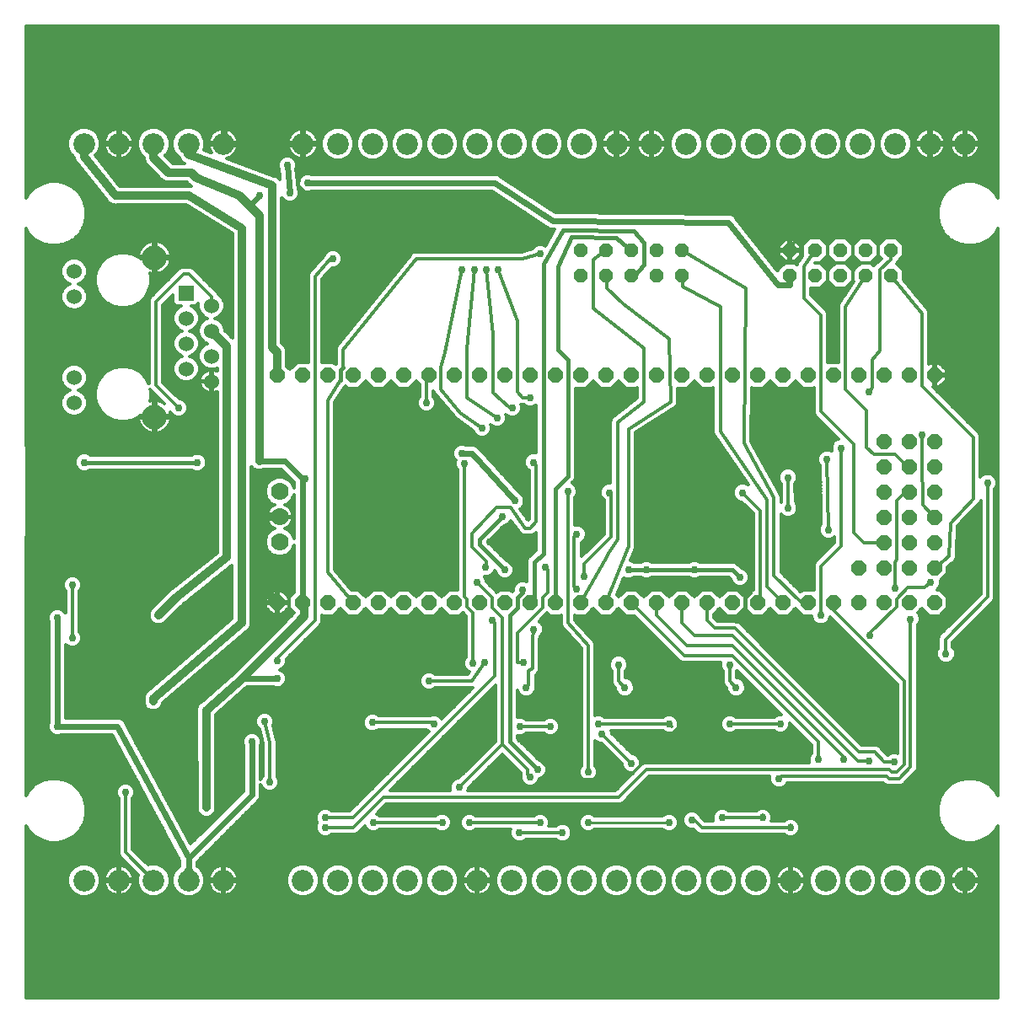
<source format=gbl>
G75*
%MOIN*%
%OFA0B0*%
%FSLAX25Y25*%
%IPPOS*%
%LPD*%
%AMOC8*
5,1,8,0,0,1.08239X$1,22.5*
%
%ADD10OC8,0.05937*%
%ADD11C,0.07000*%
%ADD12C,0.08600*%
%ADD13OC8,0.05600*%
%ADD14R,0.06000X0.06000*%
%ADD15C,0.06000*%
%ADD16C,0.09750*%
%ADD17C,0.03200*%
%ADD18C,0.02400*%
%ADD19C,0.02978*%
%ADD20C,0.01200*%
%ADD21C,0.01600*%
%ADD22C,0.03962*%
%ADD23C,0.01000*%
D10*
X0109598Y0162600D03*
X0119598Y0162600D03*
X0129598Y0162600D03*
X0139598Y0162600D03*
X0149598Y0162600D03*
X0159598Y0162600D03*
X0169598Y0162600D03*
X0179598Y0162600D03*
X0189598Y0162600D03*
X0199598Y0162600D03*
X0209598Y0162600D03*
X0219598Y0162600D03*
X0229598Y0162600D03*
X0239598Y0162600D03*
X0249598Y0162600D03*
X0259598Y0162600D03*
X0269598Y0162600D03*
X0279598Y0162600D03*
X0289598Y0162600D03*
X0299598Y0162600D03*
X0309598Y0162600D03*
X0319598Y0162600D03*
X0329598Y0162600D03*
X0339598Y0162600D03*
X0349598Y0162600D03*
X0359598Y0162600D03*
X0369598Y0162600D03*
X0369598Y0176300D03*
X0359598Y0176300D03*
X0359598Y0186300D03*
X0369598Y0186300D03*
X0369598Y0196300D03*
X0359598Y0196300D03*
X0359598Y0206300D03*
X0369598Y0206300D03*
X0369598Y0216300D03*
X0359598Y0216300D03*
X0359598Y0226300D03*
X0369598Y0226300D03*
X0349598Y0226300D03*
X0349598Y0216300D03*
X0349598Y0206300D03*
X0349598Y0196300D03*
X0349598Y0186300D03*
X0349598Y0176300D03*
X0339598Y0176300D03*
X0339598Y0252600D03*
X0349598Y0252600D03*
X0359598Y0252600D03*
X0369598Y0252600D03*
X0329598Y0252600D03*
X0319598Y0252600D03*
X0309598Y0252600D03*
X0299598Y0252600D03*
X0289598Y0252600D03*
X0279598Y0252600D03*
X0269598Y0252600D03*
X0259598Y0252600D03*
X0249598Y0252600D03*
X0239598Y0252600D03*
X0229598Y0252600D03*
X0219598Y0252600D03*
X0209598Y0252600D03*
X0199598Y0252600D03*
X0189598Y0252600D03*
X0179598Y0252600D03*
X0169598Y0252600D03*
X0159598Y0252600D03*
X0149598Y0252600D03*
X0139598Y0252600D03*
X0129598Y0252600D03*
X0119598Y0252600D03*
X0109598Y0252600D03*
D11*
X0110598Y0206600D03*
X0110598Y0196600D03*
X0110598Y0186600D03*
D12*
X0119772Y0052781D03*
X0133551Y0052781D03*
X0147331Y0052781D03*
X0161110Y0052781D03*
X0174890Y0052781D03*
X0188669Y0052781D03*
X0202449Y0052781D03*
X0216228Y0052781D03*
X0230008Y0052781D03*
X0243787Y0052781D03*
X0257567Y0052781D03*
X0271346Y0052781D03*
X0285126Y0052781D03*
X0298906Y0052781D03*
X0312685Y0052781D03*
X0326465Y0052781D03*
X0340244Y0052781D03*
X0354024Y0052781D03*
X0367803Y0052781D03*
X0381583Y0052781D03*
X0381583Y0344120D03*
X0367803Y0344120D03*
X0354024Y0344120D03*
X0340244Y0344120D03*
X0326465Y0344120D03*
X0312685Y0344120D03*
X0298906Y0344120D03*
X0285126Y0344120D03*
X0271346Y0344120D03*
X0257567Y0344120D03*
X0243787Y0344120D03*
X0230008Y0344120D03*
X0216228Y0344120D03*
X0202449Y0344120D03*
X0188669Y0344120D03*
X0174890Y0344120D03*
X0161110Y0344120D03*
X0147331Y0344120D03*
X0133551Y0344120D03*
X0119772Y0344120D03*
X0088276Y0344120D03*
X0074496Y0344120D03*
X0060717Y0344120D03*
X0046937Y0344120D03*
X0033157Y0344120D03*
X0033157Y0052781D03*
X0046937Y0052781D03*
X0060717Y0052781D03*
X0074496Y0052781D03*
X0088276Y0052781D03*
D13*
X0229693Y0291876D03*
X0229693Y0301876D03*
X0239693Y0301876D03*
X0239693Y0291876D03*
X0249693Y0291876D03*
X0249693Y0301876D03*
X0259693Y0301876D03*
X0259693Y0291876D03*
X0269693Y0291876D03*
X0269693Y0301876D03*
X0312370Y0301876D03*
X0312370Y0291876D03*
X0322370Y0291876D03*
X0322370Y0301876D03*
X0332370Y0301876D03*
X0332370Y0291876D03*
X0342370Y0291876D03*
X0342370Y0301876D03*
X0352370Y0301876D03*
X0352370Y0291876D03*
D14*
X0073598Y0285100D03*
D15*
X0073598Y0275100D03*
X0083598Y0270100D03*
X0083598Y0260100D03*
X0073598Y0255100D03*
X0073598Y0265100D03*
X0083598Y0250100D03*
X0083598Y0280100D03*
X0029298Y0283600D03*
X0029298Y0293600D03*
X0029298Y0251600D03*
X0029298Y0241600D03*
D16*
X0061098Y0236100D03*
X0061098Y0299100D03*
D17*
X0074598Y0323600D02*
X0045598Y0323600D01*
X0033157Y0339041D01*
X0033157Y0344120D01*
X0060717Y0344120D02*
X0060717Y0338482D01*
X0066598Y0332600D01*
X0075598Y0332600D01*
X0077598Y0330600D01*
X0094471Y0323727D01*
X0098598Y0319600D01*
X0102598Y0315600D01*
X0102598Y0218600D01*
X0102598Y0196600D02*
X0102598Y0187600D01*
X0102598Y0187449D01*
X0102598Y0169600D01*
X0109598Y0162600D01*
X0120398Y0161800D02*
X0120398Y0157200D01*
X0096143Y0132944D01*
X0081498Y0120100D01*
X0081598Y0081500D01*
X0074496Y0056498D02*
X0074496Y0052781D01*
X0060598Y0123600D02*
X0060598Y0124600D01*
X0095509Y0154511D01*
X0095509Y0186794D01*
X0095598Y0189883D01*
X0095598Y0193600D01*
X0095598Y0310600D01*
X0074598Y0323600D01*
X0074378Y0339946D02*
X0107598Y0327600D01*
X0107598Y0263600D01*
X0109598Y0261600D01*
X0109598Y0252600D01*
X0089598Y0264100D02*
X0083598Y0270100D01*
X0089598Y0264100D02*
X0089598Y0180600D01*
X0069598Y0164600D01*
X0062598Y0157600D01*
X0102598Y0196600D02*
X0110598Y0196600D01*
X0074378Y0339946D02*
X0074496Y0344120D01*
D18*
X0088276Y0344120D02*
X0119772Y0344120D01*
X0113598Y0335600D02*
X0114598Y0324600D01*
X0121598Y0328600D02*
X0195598Y0328600D01*
X0218598Y0313600D01*
X0288098Y0313000D01*
X0307498Y0288300D01*
X0312298Y0288400D01*
X0312370Y0291876D01*
X0203598Y0203100D02*
X0203698Y0202800D01*
X0203598Y0203100D02*
X0186598Y0221600D01*
X0182598Y0221600D01*
X0120598Y0211600D02*
X0119598Y0211600D01*
X0119598Y0162600D01*
X0102598Y0187449D02*
X0102448Y0187600D01*
X0102598Y0187600D01*
X0119598Y0211600D02*
X0112598Y0218600D01*
X0102598Y0218600D01*
X0025098Y0185000D02*
X0014598Y0165734D01*
X0014732Y0165600D01*
X0019598Y0165600D01*
X0014598Y0165734D02*
X0014598Y0123600D01*
X0022598Y0113600D02*
X0046394Y0113600D01*
X0074496Y0061498D01*
X0099598Y0086600D01*
X0099598Y0107600D01*
X0096530Y0132557D02*
X0109641Y0132557D01*
X0074496Y0061498D02*
X0074496Y0052781D01*
X0022598Y0113600D02*
X0022598Y0156600D01*
X0098598Y0319600D02*
X0102598Y0323600D01*
X0088276Y0344120D02*
X0088598Y0349041D01*
X0088598Y0355600D01*
X0085598Y0358600D01*
X0084598Y0358600D01*
X0083398Y0361000D01*
X0054398Y0361000D01*
X0046819Y0351820D01*
X0046937Y0344120D01*
D19*
X0102598Y0323600D03*
X0114598Y0324600D03*
X0121598Y0328600D03*
X0113598Y0335600D03*
X0131598Y0298600D03*
X0154498Y0294900D03*
X0182598Y0294300D03*
X0187498Y0294300D03*
X0192398Y0294255D03*
X0196898Y0294200D03*
X0210498Y0308500D03*
X0213598Y0300600D03*
X0209598Y0243600D03*
X0202598Y0239600D03*
X0196598Y0235600D03*
X0190598Y0231600D03*
X0182598Y0221600D03*
X0183598Y0217600D03*
X0203698Y0202800D03*
X0198698Y0196700D03*
X0193598Y0186600D03*
X0192098Y0176600D03*
X0188598Y0170600D03*
X0199598Y0175600D03*
X0207598Y0172600D03*
X0206598Y0167600D03*
X0215598Y0176600D03*
X0228098Y0168100D03*
X0231098Y0173100D03*
X0228098Y0189600D03*
X0224598Y0206600D03*
X0211098Y0218100D03*
X0235098Y0220100D03*
X0241098Y0206100D03*
X0248598Y0175600D03*
X0255598Y0175600D03*
X0274598Y0175600D03*
X0292598Y0172600D03*
X0294598Y0184600D03*
X0311698Y0200100D03*
X0311598Y0212100D03*
X0310498Y0219900D03*
X0327098Y0219300D03*
X0332498Y0223700D03*
X0343598Y0246000D03*
X0364498Y0228900D03*
X0387098Y0242600D03*
X0390598Y0210000D03*
X0384898Y0196400D03*
X0368098Y0170600D03*
X0354098Y0168300D03*
X0360098Y0156100D03*
X0344098Y0149600D03*
X0334598Y0137700D03*
X0324598Y0157500D03*
X0313398Y0146400D03*
X0291598Y0155600D03*
X0288598Y0138100D03*
X0279598Y0137600D03*
X0291098Y0129100D03*
X0293598Y0122600D03*
X0288598Y0114600D03*
X0308598Y0114600D03*
X0323598Y0100600D03*
X0333598Y0100600D03*
X0343598Y0100038D03*
X0353598Y0099600D03*
X0374098Y0142400D03*
X0327598Y0191400D03*
X0293598Y0206100D03*
X0270398Y0220200D03*
X0211098Y0152100D03*
X0207098Y0139100D03*
X0208098Y0129100D03*
X0205598Y0113600D03*
X0205598Y0108600D03*
X0217598Y0113600D03*
X0212598Y0096600D03*
X0209598Y0093600D03*
X0213598Y0075600D03*
X0205398Y0071600D03*
X0222398Y0071600D03*
X0232598Y0075600D03*
X0232598Y0095600D03*
X0238098Y0110600D03*
X0236598Y0114600D03*
X0247098Y0129100D03*
X0244598Y0138100D03*
X0264598Y0114600D03*
X0249598Y0099100D03*
X0264598Y0075600D03*
X0273598Y0076600D03*
X0285598Y0077600D03*
X0301598Y0077600D03*
X0312598Y0073600D03*
X0308098Y0093100D03*
X0194598Y0155600D03*
X0191598Y0139100D03*
X0187098Y0138600D03*
X0169598Y0131600D03*
X0158498Y0122300D03*
X0147240Y0115241D03*
X0126098Y0109200D03*
X0125898Y0122200D03*
X0109641Y0132557D03*
X0109598Y0139600D03*
X0104598Y0115600D03*
X0099598Y0107600D03*
X0106598Y0091600D03*
X0128598Y0077600D03*
X0128598Y0073600D03*
X0147598Y0075600D03*
X0174787Y0075600D03*
X0185598Y0075600D03*
X0181598Y0089600D03*
X0179298Y0102000D03*
X0171598Y0114600D03*
X0102598Y0187600D03*
X0095598Y0193600D03*
X0102598Y0218600D03*
X0120598Y0211600D03*
X0077998Y0218000D03*
X0070598Y0239600D03*
X0033298Y0218100D03*
X0025098Y0185000D03*
X0028598Y0169600D03*
X0019598Y0165600D03*
X0022598Y0156600D03*
X0028598Y0148600D03*
X0014598Y0123600D03*
X0022598Y0113600D03*
X0049598Y0087600D03*
X0081598Y0081500D03*
X0060598Y0123600D03*
X0062598Y0157600D03*
X0069598Y0164600D03*
X0168598Y0241600D03*
X0369598Y0289600D03*
D20*
X0010198Y0074307D02*
X0010198Y0006200D01*
X0394699Y0006200D01*
X0394699Y0074307D01*
X0393690Y0072560D01*
X0391331Y0070201D01*
X0388442Y0068533D01*
X0385219Y0067669D01*
X0381883Y0067669D01*
X0378660Y0068533D01*
X0375771Y0070201D01*
X0373412Y0072560D01*
X0371744Y0075449D01*
X0370880Y0078672D01*
X0370880Y0082008D01*
X0371744Y0085231D01*
X0373412Y0088120D01*
X0375771Y0090479D01*
X0378660Y0092148D01*
X0381883Y0093011D01*
X0385219Y0093011D01*
X0388442Y0092148D01*
X0391331Y0090479D01*
X0393690Y0088120D01*
X0394699Y0086373D01*
X0394699Y0310528D01*
X0393690Y0308781D01*
X0391331Y0306421D01*
X0388442Y0304753D01*
X0385219Y0303890D01*
X0381883Y0303890D01*
X0378660Y0304753D01*
X0375771Y0306421D01*
X0373412Y0308781D01*
X0371744Y0311670D01*
X0370880Y0314892D01*
X0370880Y0318229D01*
X0371744Y0321451D01*
X0373412Y0324341D01*
X0375771Y0326700D01*
X0378660Y0328368D01*
X0381883Y0329231D01*
X0385219Y0329231D01*
X0388442Y0328368D01*
X0391331Y0326700D01*
X0393690Y0324341D01*
X0394699Y0322593D01*
X0394699Y0390701D01*
X0010198Y0390701D01*
X0010198Y0322593D01*
X0011207Y0324341D01*
X0013566Y0326700D01*
X0016456Y0328368D01*
X0019678Y0329231D01*
X0023015Y0329231D01*
X0026237Y0328368D01*
X0029127Y0326700D01*
X0031486Y0324341D01*
X0033154Y0321451D01*
X0034017Y0318229D01*
X0034017Y0314892D01*
X0033154Y0311670D01*
X0031486Y0308781D01*
X0029127Y0306421D01*
X0026237Y0304753D01*
X0023015Y0303890D01*
X0019678Y0303890D01*
X0016456Y0304753D01*
X0013566Y0306421D01*
X0011207Y0308781D01*
X0010198Y0310528D01*
X0010198Y0224557D01*
X0010490Y0223854D01*
X0010490Y0189346D01*
X0010198Y0188643D01*
X0010198Y0086373D01*
X0011207Y0088120D01*
X0013566Y0090479D01*
X0016456Y0092148D01*
X0019678Y0093011D01*
X0023015Y0093011D01*
X0026237Y0092148D01*
X0029127Y0090479D01*
X0031486Y0088120D01*
X0033154Y0085231D01*
X0034017Y0082008D01*
X0034017Y0078672D01*
X0033154Y0075449D01*
X0031486Y0072560D01*
X0029127Y0070201D01*
X0026237Y0068533D01*
X0023015Y0067669D01*
X0019678Y0067669D01*
X0016456Y0068533D01*
X0013566Y0070201D01*
X0011207Y0072560D01*
X0010198Y0074307D01*
X0010198Y0073511D02*
X0010658Y0073511D01*
X0010198Y0072312D02*
X0011455Y0072312D01*
X0012654Y0071114D02*
X0010198Y0071114D01*
X0010198Y0069915D02*
X0014061Y0069915D01*
X0016137Y0068717D02*
X0010198Y0068717D01*
X0010198Y0067518D02*
X0046798Y0067518D01*
X0046798Y0066320D02*
X0010198Y0066320D01*
X0010198Y0065121D02*
X0046798Y0065121D01*
X0046798Y0063923D02*
X0010198Y0063923D01*
X0010198Y0062724D02*
X0047054Y0062724D01*
X0047225Y0062313D02*
X0054582Y0054956D01*
X0054217Y0054074D01*
X0054217Y0051488D01*
X0055206Y0049099D01*
X0057035Y0047271D01*
X0059424Y0046281D01*
X0062009Y0046281D01*
X0064398Y0047271D01*
X0066227Y0049099D01*
X0067217Y0051488D01*
X0067217Y0054074D01*
X0066227Y0056463D01*
X0064398Y0058292D01*
X0062009Y0059281D01*
X0059424Y0059281D01*
X0058542Y0058916D01*
X0052398Y0065059D01*
X0052398Y0085183D01*
X0052726Y0085510D01*
X0053287Y0086866D01*
X0053287Y0088334D01*
X0052726Y0089690D01*
X0051688Y0090727D01*
X0050332Y0091289D01*
X0048865Y0091289D01*
X0047509Y0090727D01*
X0046471Y0089690D01*
X0045909Y0088334D01*
X0045909Y0086866D01*
X0046471Y0085510D01*
X0046798Y0085183D01*
X0046798Y0063342D01*
X0047225Y0062313D01*
X0048012Y0061526D02*
X0010198Y0061526D01*
X0010198Y0060327D02*
X0049211Y0060327D01*
X0050409Y0059129D02*
X0034819Y0059129D01*
X0034450Y0059281D02*
X0031865Y0059281D01*
X0029476Y0058292D01*
X0027647Y0056463D01*
X0026657Y0054074D01*
X0026657Y0051488D01*
X0027647Y0049099D01*
X0029476Y0047271D01*
X0031865Y0046281D01*
X0034450Y0046281D01*
X0036839Y0047271D01*
X0038668Y0049099D01*
X0039657Y0051488D01*
X0039657Y0054074D01*
X0038668Y0056463D01*
X0036839Y0058292D01*
X0034450Y0059281D01*
X0031496Y0059129D02*
X0010198Y0059129D01*
X0010198Y0057930D02*
X0029114Y0057930D01*
X0027916Y0056732D02*
X0010198Y0056732D01*
X0010198Y0055533D02*
X0027262Y0055533D01*
X0026765Y0054334D02*
X0010198Y0054334D01*
X0010198Y0053136D02*
X0026657Y0053136D01*
X0026657Y0051937D02*
X0010198Y0051937D01*
X0010198Y0050739D02*
X0026968Y0050739D01*
X0027464Y0049540D02*
X0010198Y0049540D01*
X0010198Y0048342D02*
X0028404Y0048342D01*
X0029783Y0047143D02*
X0010198Y0047143D01*
X0010198Y0045945D02*
X0394699Y0045945D01*
X0394699Y0047143D02*
X0383324Y0047143D01*
X0382964Y0047026D02*
X0383847Y0047313D01*
X0384675Y0047735D01*
X0385426Y0048281D01*
X0386083Y0048937D01*
X0386629Y0049689D01*
X0387050Y0050516D01*
X0387337Y0051400D01*
X0387483Y0052317D01*
X0387483Y0052397D01*
X0381967Y0052397D01*
X0381967Y0053165D01*
X0387483Y0053165D01*
X0387483Y0053245D01*
X0387337Y0054163D01*
X0387050Y0055046D01*
X0386629Y0055873D01*
X0386083Y0056625D01*
X0385426Y0057281D01*
X0384675Y0057827D01*
X0383847Y0058249D01*
X0382964Y0058536D01*
X0382047Y0058681D01*
X0381967Y0058681D01*
X0381967Y0053165D01*
X0381198Y0053165D01*
X0381198Y0052397D01*
X0375683Y0052397D01*
X0375683Y0052317D01*
X0375828Y0051400D01*
X0376115Y0050516D01*
X0376537Y0049689D01*
X0377082Y0048937D01*
X0377739Y0048281D01*
X0378490Y0047735D01*
X0379318Y0047313D01*
X0380201Y0047026D01*
X0381118Y0046881D01*
X0381198Y0046881D01*
X0381198Y0052397D01*
X0381967Y0052397D01*
X0381967Y0046881D01*
X0382047Y0046881D01*
X0382964Y0047026D01*
X0381967Y0047143D02*
X0381198Y0047143D01*
X0381198Y0048342D02*
X0381967Y0048342D01*
X0381967Y0049540D02*
X0381198Y0049540D01*
X0381198Y0050739D02*
X0381967Y0050739D01*
X0381967Y0051937D02*
X0381198Y0051937D01*
X0381198Y0053136D02*
X0374303Y0053136D01*
X0374303Y0054074D02*
X0373314Y0056463D01*
X0371485Y0058292D01*
X0369096Y0059281D01*
X0366510Y0059281D01*
X0364121Y0058292D01*
X0362293Y0056463D01*
X0361303Y0054074D01*
X0361303Y0051488D01*
X0362293Y0049099D01*
X0364121Y0047271D01*
X0366510Y0046281D01*
X0369096Y0046281D01*
X0371485Y0047271D01*
X0373314Y0049099D01*
X0374303Y0051488D01*
X0374303Y0054074D01*
X0374195Y0054334D02*
X0375884Y0054334D01*
X0375828Y0054163D02*
X0375683Y0053245D01*
X0375683Y0053165D01*
X0381198Y0053165D01*
X0381198Y0058681D01*
X0381118Y0058681D01*
X0380201Y0058536D01*
X0379318Y0058249D01*
X0378490Y0057827D01*
X0377739Y0057281D01*
X0377082Y0056625D01*
X0376537Y0055873D01*
X0376115Y0055046D01*
X0375828Y0054163D01*
X0376363Y0055533D02*
X0373699Y0055533D01*
X0373045Y0056732D02*
X0377189Y0056732D01*
X0378692Y0057930D02*
X0371847Y0057930D01*
X0369464Y0059129D02*
X0394699Y0059129D01*
X0394699Y0060327D02*
X0078134Y0060327D01*
X0077896Y0060089D02*
X0101524Y0083718D01*
X0102481Y0084674D01*
X0102998Y0085924D01*
X0102998Y0090651D01*
X0103471Y0089510D01*
X0104509Y0088473D01*
X0105865Y0087911D01*
X0107332Y0087911D01*
X0108688Y0088473D01*
X0109726Y0089510D01*
X0110287Y0090866D01*
X0110287Y0092334D01*
X0109726Y0093690D01*
X0109457Y0093959D01*
X0109485Y0095110D01*
X0109498Y0095143D01*
X0109498Y0095666D01*
X0109511Y0096189D01*
X0109498Y0096222D01*
X0109498Y0107201D01*
X0109549Y0107555D01*
X0109498Y0107753D01*
X0109498Y0107957D01*
X0109361Y0108288D01*
X0107910Y0113955D01*
X0108287Y0114866D01*
X0108287Y0116334D01*
X0107726Y0117690D01*
X0106688Y0118727D01*
X0105332Y0119289D01*
X0103865Y0119289D01*
X0102509Y0118727D01*
X0101471Y0117690D01*
X0100909Y0116334D01*
X0100909Y0114866D01*
X0101471Y0113510D01*
X0102509Y0112473D01*
X0102509Y0112473D01*
X0103898Y0107047D01*
X0103898Y0095734D01*
X0103858Y0094077D01*
X0103471Y0093690D01*
X0102998Y0092549D01*
X0102998Y0106169D01*
X0103287Y0106866D01*
X0103287Y0108334D01*
X0102726Y0109690D01*
X0101688Y0110727D01*
X0100332Y0111289D01*
X0098865Y0111289D01*
X0097509Y0110727D01*
X0096471Y0109690D01*
X0095909Y0108334D01*
X0095909Y0106866D01*
X0096198Y0106169D01*
X0096198Y0088008D01*
X0075321Y0067131D01*
X0049468Y0115061D01*
X0049276Y0115526D01*
X0049150Y0115652D01*
X0049065Y0115809D01*
X0048675Y0116127D01*
X0048320Y0116482D01*
X0048155Y0116551D01*
X0048016Y0116663D01*
X0047535Y0116808D01*
X0047070Y0117000D01*
X0046891Y0117000D01*
X0046720Y0117051D01*
X0046220Y0117000D01*
X0025998Y0117000D01*
X0025998Y0145983D01*
X0026509Y0145473D01*
X0027865Y0144911D01*
X0029332Y0144911D01*
X0030688Y0145473D01*
X0031726Y0146510D01*
X0032287Y0147866D01*
X0032287Y0149334D01*
X0031726Y0150690D01*
X0031398Y0151017D01*
X0031398Y0167183D01*
X0031726Y0167510D01*
X0032287Y0168866D01*
X0032287Y0170334D01*
X0031726Y0171690D01*
X0030688Y0172727D01*
X0029332Y0173289D01*
X0027865Y0173289D01*
X0026509Y0172727D01*
X0025471Y0171690D01*
X0024909Y0170334D01*
X0024909Y0168866D01*
X0025471Y0167510D01*
X0025798Y0167183D01*
X0025798Y0158514D01*
X0025726Y0158690D01*
X0024688Y0159727D01*
X0023332Y0160289D01*
X0021865Y0160289D01*
X0020509Y0159727D01*
X0019471Y0158690D01*
X0018909Y0157334D01*
X0018909Y0155866D01*
X0019198Y0155169D01*
X0019198Y0115031D01*
X0018909Y0114334D01*
X0018909Y0112866D01*
X0019471Y0111510D01*
X0020509Y0110473D01*
X0021865Y0109911D01*
X0023332Y0109911D01*
X0024030Y0110200D01*
X0044365Y0110200D01*
X0071096Y0060639D01*
X0071096Y0058408D01*
X0070814Y0058292D01*
X0068986Y0056463D01*
X0067996Y0054074D01*
X0067996Y0051488D01*
X0068986Y0049099D01*
X0070814Y0047271D01*
X0073203Y0046281D01*
X0075789Y0046281D01*
X0078178Y0047271D01*
X0080006Y0049099D01*
X0080996Y0051488D01*
X0080996Y0054074D01*
X0080006Y0056463D01*
X0078178Y0058292D01*
X0077896Y0058408D01*
X0077896Y0060089D01*
X0077896Y0059129D02*
X0118110Y0059129D01*
X0118479Y0059281D02*
X0116090Y0058292D01*
X0114261Y0056463D01*
X0113272Y0054074D01*
X0113272Y0051488D01*
X0114261Y0049099D01*
X0116090Y0047271D01*
X0118479Y0046281D01*
X0121065Y0046281D01*
X0123454Y0047271D01*
X0125282Y0049099D01*
X0126272Y0051488D01*
X0126272Y0054074D01*
X0125282Y0056463D01*
X0123454Y0058292D01*
X0121065Y0059281D01*
X0118479Y0059281D01*
X0121433Y0059129D02*
X0131890Y0059129D01*
X0132258Y0059281D02*
X0129869Y0058292D01*
X0128041Y0056463D01*
X0127051Y0054074D01*
X0127051Y0051488D01*
X0128041Y0049099D01*
X0129869Y0047271D01*
X0132258Y0046281D01*
X0134844Y0046281D01*
X0137233Y0047271D01*
X0139062Y0049099D01*
X0140051Y0051488D01*
X0140051Y0054074D01*
X0139062Y0056463D01*
X0137233Y0058292D01*
X0134844Y0059281D01*
X0132258Y0059281D01*
X0135212Y0059129D02*
X0145670Y0059129D01*
X0146038Y0059281D02*
X0143649Y0058292D01*
X0141820Y0056463D01*
X0140831Y0054074D01*
X0140831Y0051488D01*
X0141820Y0049099D01*
X0143649Y0047271D01*
X0146038Y0046281D01*
X0148624Y0046281D01*
X0151013Y0047271D01*
X0152841Y0049099D01*
X0153831Y0051488D01*
X0153831Y0054074D01*
X0152841Y0056463D01*
X0151013Y0058292D01*
X0148624Y0059281D01*
X0146038Y0059281D01*
X0148992Y0059129D02*
X0159449Y0059129D01*
X0159817Y0059281D02*
X0157428Y0058292D01*
X0155600Y0056463D01*
X0154610Y0054074D01*
X0154610Y0051488D01*
X0155600Y0049099D01*
X0157428Y0047271D01*
X0159817Y0046281D01*
X0162403Y0046281D01*
X0164792Y0047271D01*
X0166621Y0049099D01*
X0167610Y0051488D01*
X0167610Y0054074D01*
X0166621Y0056463D01*
X0164792Y0058292D01*
X0162403Y0059281D01*
X0159817Y0059281D01*
X0162771Y0059129D02*
X0173229Y0059129D01*
X0173597Y0059281D02*
X0171208Y0058292D01*
X0169379Y0056463D01*
X0168390Y0054074D01*
X0168390Y0051488D01*
X0169379Y0049099D01*
X0171208Y0047271D01*
X0173597Y0046281D01*
X0176183Y0046281D01*
X0178572Y0047271D01*
X0180400Y0049099D01*
X0181390Y0051488D01*
X0181390Y0054074D01*
X0180400Y0056463D01*
X0178572Y0058292D01*
X0176183Y0059281D01*
X0173597Y0059281D01*
X0176551Y0059129D02*
X0200788Y0059129D01*
X0201156Y0059281D02*
X0198767Y0058292D01*
X0196938Y0056463D01*
X0195949Y0054074D01*
X0195949Y0051488D01*
X0196938Y0049099D01*
X0198767Y0047271D01*
X0201156Y0046281D01*
X0203742Y0046281D01*
X0206131Y0047271D01*
X0207959Y0049099D01*
X0208949Y0051488D01*
X0208949Y0054074D01*
X0207959Y0056463D01*
X0206131Y0058292D01*
X0203742Y0059281D01*
X0201156Y0059281D01*
X0204110Y0059129D02*
X0214567Y0059129D01*
X0214935Y0059281D02*
X0212546Y0058292D01*
X0210718Y0056463D01*
X0209728Y0054074D01*
X0209728Y0051488D01*
X0210718Y0049099D01*
X0212546Y0047271D01*
X0214935Y0046281D01*
X0217521Y0046281D01*
X0219910Y0047271D01*
X0221739Y0049099D01*
X0222728Y0051488D01*
X0222728Y0054074D01*
X0221739Y0056463D01*
X0219910Y0058292D01*
X0217521Y0059281D01*
X0214935Y0059281D01*
X0217890Y0059129D02*
X0228347Y0059129D01*
X0228715Y0059281D02*
X0226326Y0058292D01*
X0224497Y0056463D01*
X0223508Y0054074D01*
X0223508Y0051488D01*
X0224497Y0049099D01*
X0226326Y0047271D01*
X0228715Y0046281D01*
X0231301Y0046281D01*
X0233690Y0047271D01*
X0235518Y0049099D01*
X0236508Y0051488D01*
X0236508Y0054074D01*
X0235518Y0056463D01*
X0233690Y0058292D01*
X0231301Y0059281D01*
X0228715Y0059281D01*
X0231669Y0059129D02*
X0242126Y0059129D01*
X0242494Y0059281D02*
X0240105Y0058292D01*
X0238277Y0056463D01*
X0237287Y0054074D01*
X0237287Y0051488D01*
X0238277Y0049099D01*
X0240105Y0047271D01*
X0242494Y0046281D01*
X0245080Y0046281D01*
X0247469Y0047271D01*
X0249298Y0049099D01*
X0250287Y0051488D01*
X0250287Y0054074D01*
X0249298Y0056463D01*
X0247469Y0058292D01*
X0245080Y0059281D01*
X0242494Y0059281D01*
X0245449Y0059129D02*
X0255906Y0059129D01*
X0256274Y0059281D02*
X0253885Y0058292D01*
X0252056Y0056463D01*
X0251067Y0054074D01*
X0251067Y0051488D01*
X0252056Y0049099D01*
X0253885Y0047271D01*
X0256274Y0046281D01*
X0258860Y0046281D01*
X0261249Y0047271D01*
X0263077Y0049099D01*
X0264067Y0051488D01*
X0264067Y0054074D01*
X0263077Y0056463D01*
X0261249Y0058292D01*
X0258860Y0059281D01*
X0256274Y0059281D01*
X0259228Y0059129D02*
X0269685Y0059129D01*
X0270054Y0059281D02*
X0267664Y0058292D01*
X0265836Y0056463D01*
X0264846Y0054074D01*
X0264846Y0051488D01*
X0265836Y0049099D01*
X0267664Y0047271D01*
X0270054Y0046281D01*
X0272639Y0046281D01*
X0275028Y0047271D01*
X0276857Y0049099D01*
X0277846Y0051488D01*
X0277846Y0054074D01*
X0276857Y0056463D01*
X0275028Y0058292D01*
X0272639Y0059281D01*
X0270054Y0059281D01*
X0273008Y0059129D02*
X0283465Y0059129D01*
X0283833Y0059281D02*
X0281444Y0058292D01*
X0279616Y0056463D01*
X0278626Y0054074D01*
X0278626Y0051488D01*
X0279616Y0049099D01*
X0281444Y0047271D01*
X0283833Y0046281D01*
X0286419Y0046281D01*
X0288808Y0047271D01*
X0290636Y0049099D01*
X0291626Y0051488D01*
X0291626Y0054074D01*
X0290636Y0056463D01*
X0288808Y0058292D01*
X0286419Y0059281D01*
X0283833Y0059281D01*
X0286787Y0059129D02*
X0297244Y0059129D01*
X0297613Y0059281D02*
X0295224Y0058292D01*
X0293395Y0056463D01*
X0292406Y0054074D01*
X0292406Y0051488D01*
X0293395Y0049099D01*
X0295224Y0047271D01*
X0297613Y0046281D01*
X0300198Y0046281D01*
X0302587Y0047271D01*
X0304416Y0049099D01*
X0305405Y0051488D01*
X0305405Y0054074D01*
X0304416Y0056463D01*
X0302587Y0058292D01*
X0300198Y0059281D01*
X0297613Y0059281D01*
X0300567Y0059129D02*
X0324803Y0059129D01*
X0325172Y0059281D02*
X0322783Y0058292D01*
X0320954Y0056463D01*
X0319965Y0054074D01*
X0319965Y0051488D01*
X0320954Y0049099D01*
X0322783Y0047271D01*
X0325172Y0046281D01*
X0327757Y0046281D01*
X0330147Y0047271D01*
X0331975Y0049099D01*
X0332965Y0051488D01*
X0332965Y0054074D01*
X0331975Y0056463D01*
X0330147Y0058292D01*
X0327757Y0059281D01*
X0325172Y0059281D01*
X0328126Y0059129D02*
X0338583Y0059129D01*
X0338951Y0059281D02*
X0336562Y0058292D01*
X0334734Y0056463D01*
X0333744Y0054074D01*
X0333744Y0051488D01*
X0334734Y0049099D01*
X0336562Y0047271D01*
X0338951Y0046281D01*
X0341537Y0046281D01*
X0343926Y0047271D01*
X0345755Y0049099D01*
X0346744Y0051488D01*
X0346744Y0054074D01*
X0345755Y0056463D01*
X0343926Y0058292D01*
X0341537Y0059281D01*
X0338951Y0059281D01*
X0341905Y0059129D02*
X0352362Y0059129D01*
X0352731Y0059281D02*
X0350342Y0058292D01*
X0348513Y0056463D01*
X0347524Y0054074D01*
X0347524Y0051488D01*
X0348513Y0049099D01*
X0350342Y0047271D01*
X0352731Y0046281D01*
X0355317Y0046281D01*
X0357706Y0047271D01*
X0359534Y0049099D01*
X0360524Y0051488D01*
X0360524Y0054074D01*
X0359534Y0056463D01*
X0357706Y0058292D01*
X0355317Y0059281D01*
X0352731Y0059281D01*
X0355685Y0059129D02*
X0366142Y0059129D01*
X0363760Y0057930D02*
X0358067Y0057930D01*
X0359266Y0056732D02*
X0362561Y0056732D01*
X0361907Y0055533D02*
X0359919Y0055533D01*
X0360416Y0054334D02*
X0361411Y0054334D01*
X0361303Y0053136D02*
X0360524Y0053136D01*
X0360524Y0051937D02*
X0361303Y0051937D01*
X0361613Y0050739D02*
X0360213Y0050739D01*
X0359717Y0049540D02*
X0362110Y0049540D01*
X0363050Y0048342D02*
X0358777Y0048342D01*
X0357398Y0047143D02*
X0364428Y0047143D01*
X0371178Y0047143D02*
X0379841Y0047143D01*
X0377678Y0048342D02*
X0372556Y0048342D01*
X0373496Y0049540D02*
X0376644Y0049540D01*
X0376043Y0050739D02*
X0373993Y0050739D01*
X0374303Y0051937D02*
X0375743Y0051937D01*
X0381198Y0054334D02*
X0381967Y0054334D01*
X0381967Y0053136D02*
X0394699Y0053136D01*
X0394699Y0054334D02*
X0387282Y0054334D01*
X0386802Y0055533D02*
X0394699Y0055533D01*
X0394699Y0056732D02*
X0385976Y0056732D01*
X0384473Y0057930D02*
X0394699Y0057930D01*
X0394699Y0061526D02*
X0079332Y0061526D01*
X0080531Y0062724D02*
X0394699Y0062724D01*
X0394699Y0063923D02*
X0081729Y0063923D01*
X0082928Y0065121D02*
X0394699Y0065121D01*
X0394699Y0066320D02*
X0084126Y0066320D01*
X0085325Y0067518D02*
X0394699Y0067518D01*
X0394699Y0068717D02*
X0388760Y0068717D01*
X0390836Y0069915D02*
X0394699Y0069915D01*
X0394699Y0071114D02*
X0392244Y0071114D01*
X0393442Y0072312D02*
X0394699Y0072312D01*
X0394699Y0073511D02*
X0394239Y0073511D01*
X0394514Y0086694D02*
X0394699Y0086694D01*
X0394699Y0087893D02*
X0393822Y0087893D01*
X0394699Y0089091D02*
X0392719Y0089091D01*
X0391521Y0090290D02*
X0394699Y0090290D01*
X0394699Y0091488D02*
X0389584Y0091488D01*
X0386429Y0092687D02*
X0394699Y0092687D01*
X0394699Y0093885D02*
X0360344Y0093885D01*
X0361542Y0095084D02*
X0394699Y0095084D01*
X0394699Y0096282D02*
X0362583Y0096282D01*
X0362472Y0096014D02*
X0362898Y0097043D01*
X0362898Y0153683D01*
X0363226Y0154010D01*
X0363787Y0155366D01*
X0363787Y0156834D01*
X0363226Y0158190D01*
X0362862Y0158554D01*
X0364598Y0160291D01*
X0367458Y0157431D01*
X0371739Y0157431D01*
X0374767Y0160459D01*
X0374767Y0164741D01*
X0371739Y0167768D01*
X0370484Y0167768D01*
X0371226Y0168510D01*
X0371787Y0169866D01*
X0371787Y0171180D01*
X0374767Y0174159D01*
X0374767Y0176750D01*
X0376780Y0178326D01*
X0376894Y0178368D01*
X0377216Y0178667D01*
X0377563Y0178938D01*
X0377622Y0179043D01*
X0377710Y0179125D01*
X0377894Y0179525D01*
X0378110Y0179908D01*
X0378125Y0180028D01*
X0378175Y0180137D01*
X0378192Y0180577D01*
X0378245Y0181014D01*
X0378213Y0181130D01*
X0378656Y0192839D01*
X0386537Y0201148D01*
X0386894Y0201525D01*
X0387262Y0201892D01*
X0387277Y0201928D01*
X0387303Y0201956D01*
X0387513Y0202177D01*
X0387798Y0202921D01*
X0387798Y0166060D01*
X0372212Y0150474D01*
X0371425Y0149686D01*
X0370998Y0148657D01*
X0370998Y0144517D01*
X0370971Y0144490D01*
X0370409Y0143134D01*
X0370409Y0141666D01*
X0370971Y0140310D01*
X0372009Y0139273D01*
X0373365Y0138711D01*
X0374832Y0138711D01*
X0376188Y0139273D01*
X0377226Y0140310D01*
X0377787Y0141666D01*
X0377787Y0143134D01*
X0377226Y0144490D01*
X0376598Y0145117D01*
X0376598Y0146940D01*
X0392972Y0163314D01*
X0393398Y0164343D01*
X0393398Y0207583D01*
X0393726Y0207910D01*
X0394287Y0209266D01*
X0394287Y0210734D01*
X0393726Y0212090D01*
X0392688Y0213127D01*
X0391332Y0213689D01*
X0389865Y0213689D01*
X0388509Y0213127D01*
X0387688Y0212307D01*
X0387688Y0228567D01*
X0387262Y0229596D01*
X0368827Y0248031D01*
X0369214Y0248031D01*
X0369214Y0252216D01*
X0369983Y0252216D01*
X0369983Y0252984D01*
X0374167Y0252984D01*
X0374167Y0254492D01*
X0371491Y0257168D01*
X0369983Y0257168D01*
X0369983Y0252984D01*
X0369214Y0252984D01*
X0369214Y0257168D01*
X0367706Y0257168D01*
X0367398Y0256861D01*
X0367398Y0276864D01*
X0367439Y0277282D01*
X0367398Y0277417D01*
X0367398Y0277557D01*
X0367237Y0277945D01*
X0367115Y0278348D01*
X0367026Y0278456D01*
X0394699Y0278456D01*
X0394699Y0277258D02*
X0367437Y0277258D01*
X0367398Y0276059D02*
X0394699Y0276059D01*
X0394699Y0274861D02*
X0367398Y0274861D01*
X0367398Y0273662D02*
X0394699Y0273662D01*
X0394699Y0272464D02*
X0367398Y0272464D01*
X0367398Y0271265D02*
X0394699Y0271265D01*
X0394699Y0270067D02*
X0367398Y0270067D01*
X0367398Y0268868D02*
X0394699Y0268868D01*
X0394699Y0267670D02*
X0367398Y0267670D01*
X0367398Y0266471D02*
X0394699Y0266471D01*
X0394699Y0265272D02*
X0367398Y0265272D01*
X0367398Y0264074D02*
X0394699Y0264074D01*
X0394699Y0262875D02*
X0367398Y0262875D01*
X0367398Y0261677D02*
X0394699Y0261677D01*
X0394699Y0260478D02*
X0367398Y0260478D01*
X0367398Y0259280D02*
X0394699Y0259280D01*
X0394699Y0258081D02*
X0367398Y0258081D01*
X0367398Y0256883D02*
X0367421Y0256883D01*
X0369214Y0256883D02*
X0369983Y0256883D01*
X0369983Y0255684D02*
X0369214Y0255684D01*
X0369214Y0254486D02*
X0369983Y0254486D01*
X0369983Y0253287D02*
X0369214Y0253287D01*
X0369598Y0252600D02*
X0369598Y0289600D01*
X0369398Y0289800D01*
X0369398Y0292800D01*
X0355098Y0308200D01*
X0315598Y0308300D01*
X0313198Y0303700D01*
X0312370Y0301876D01*
X0312070Y0302176D02*
X0312070Y0301576D01*
X0307970Y0301576D01*
X0307970Y0300053D01*
X0310548Y0297476D01*
X0312070Y0297476D01*
X0312070Y0301576D01*
X0312670Y0301576D01*
X0312670Y0302176D01*
X0312070Y0302176D01*
X0312070Y0306276D01*
X0310548Y0306276D01*
X0307970Y0303698D01*
X0307970Y0302176D01*
X0312070Y0302176D01*
X0312070Y0302426D02*
X0312670Y0302426D01*
X0312670Y0302176D02*
X0312670Y0306276D01*
X0314193Y0306276D01*
X0316770Y0303698D01*
X0316770Y0302176D01*
X0312670Y0302176D01*
X0312670Y0301576D02*
X0316770Y0301576D01*
X0316770Y0300053D01*
X0314193Y0297476D01*
X0312670Y0297476D01*
X0312670Y0301576D01*
X0312670Y0301228D02*
X0312070Y0301228D01*
X0312070Y0300029D02*
X0312670Y0300029D01*
X0312670Y0298831D02*
X0312070Y0298831D01*
X0312070Y0297632D02*
X0312670Y0297632D01*
X0314349Y0297632D02*
X0315882Y0297632D01*
X0315657Y0297318D02*
X0315425Y0297086D01*
X0315335Y0296869D01*
X0315198Y0296679D01*
X0315124Y0296360D01*
X0315075Y0296242D01*
X0314441Y0296876D01*
X0310299Y0296876D01*
X0307379Y0293956D01*
X0291070Y0314721D01*
X0290997Y0314901D01*
X0290656Y0315249D01*
X0290355Y0315632D01*
X0290185Y0315727D01*
X0290049Y0315866D01*
X0289600Y0316056D01*
X0289176Y0316295D01*
X0288983Y0316318D01*
X0288804Y0316394D01*
X0288317Y0316398D01*
X0287833Y0316456D01*
X0287646Y0316404D01*
X0219623Y0316991D01*
X0197752Y0331255D01*
X0197524Y0331482D01*
X0197191Y0331620D01*
X0196889Y0331817D01*
X0196572Y0331877D01*
X0196275Y0332000D01*
X0195914Y0332000D01*
X0195560Y0332066D01*
X0195244Y0332000D01*
X0123030Y0332000D01*
X0122332Y0332289D01*
X0120865Y0332289D01*
X0119509Y0331727D01*
X0118471Y0330690D01*
X0117909Y0329334D01*
X0117909Y0327866D01*
X0118471Y0326510D01*
X0119509Y0325473D01*
X0120865Y0324911D01*
X0122332Y0324911D01*
X0123030Y0325200D01*
X0194588Y0325200D01*
X0216432Y0310954D01*
X0216648Y0310734D01*
X0216993Y0310588D01*
X0217308Y0310383D01*
X0217610Y0310326D01*
X0217893Y0310206D01*
X0218268Y0310203D01*
X0218637Y0310134D01*
X0218938Y0310197D01*
X0219269Y0310194D01*
X0215564Y0303779D01*
X0214332Y0304289D01*
X0212865Y0304289D01*
X0211509Y0303727D01*
X0210471Y0302690D01*
X0210438Y0302609D01*
X0206206Y0301400D01*
X0165001Y0301400D01*
X0164852Y0301444D01*
X0164448Y0301400D01*
X0164041Y0301400D01*
X0163899Y0301341D01*
X0163745Y0301324D01*
X0163388Y0301129D01*
X0163012Y0300974D01*
X0162903Y0300864D01*
X0162767Y0300790D01*
X0162512Y0300474D01*
X0162225Y0300186D01*
X0162166Y0300043D01*
X0133512Y0264474D01*
X0133225Y0264186D01*
X0133166Y0264043D01*
X0133069Y0263923D01*
X0132954Y0263533D01*
X0132798Y0263157D01*
X0132798Y0263002D01*
X0132755Y0262854D01*
X0132798Y0262450D01*
X0132798Y0257043D01*
X0132632Y0256876D01*
X0131739Y0257768D01*
X0127458Y0257768D01*
X0127398Y0257709D01*
X0127398Y0290564D01*
X0131124Y0294911D01*
X0132332Y0294911D01*
X0133688Y0295473D01*
X0134726Y0296510D01*
X0135287Y0297866D01*
X0135287Y0299334D01*
X0134726Y0300690D01*
X0133688Y0301727D01*
X0132332Y0302289D01*
X0130865Y0302289D01*
X0129509Y0301727D01*
X0128471Y0300690D01*
X0128289Y0300251D01*
X0128225Y0300186D01*
X0128182Y0300084D01*
X0122542Y0293504D01*
X0122225Y0293186D01*
X0122182Y0293084D01*
X0122110Y0292999D01*
X0121970Y0292572D01*
X0121798Y0292157D01*
X0121798Y0292046D01*
X0121764Y0291941D01*
X0121798Y0291492D01*
X0121798Y0257709D01*
X0121739Y0257768D01*
X0117458Y0257768D01*
X0114598Y0254909D01*
X0113398Y0256109D01*
X0113398Y0262356D01*
X0112820Y0263753D01*
X0111751Y0264821D01*
X0111398Y0265174D01*
X0111398Y0322686D01*
X0111471Y0322510D01*
X0112509Y0321473D01*
X0113865Y0320911D01*
X0115332Y0320911D01*
X0116688Y0321473D01*
X0117726Y0322510D01*
X0118287Y0323866D01*
X0118287Y0325334D01*
X0117850Y0326391D01*
X0117117Y0334454D01*
X0117287Y0334866D01*
X0117287Y0336334D01*
X0116726Y0337690D01*
X0115688Y0338727D01*
X0114332Y0339289D01*
X0112865Y0339289D01*
X0111509Y0338727D01*
X0110471Y0337690D01*
X0109909Y0336334D01*
X0109909Y0334866D01*
X0110347Y0333809D01*
X0110702Y0329903D01*
X0110236Y0330337D01*
X0109751Y0330821D01*
X0109684Y0330849D01*
X0109631Y0330899D01*
X0108988Y0331138D01*
X0108354Y0331400D01*
X0108282Y0331400D01*
X0089576Y0338352D01*
X0089657Y0338365D01*
X0090540Y0338652D01*
X0091368Y0339074D01*
X0092119Y0339619D01*
X0092776Y0340276D01*
X0093322Y0341027D01*
X0093743Y0341855D01*
X0094030Y0342738D01*
X0094176Y0343655D01*
X0094176Y0343735D01*
X0088660Y0343735D01*
X0088660Y0344504D01*
X0094176Y0344504D01*
X0094176Y0344584D01*
X0094030Y0345501D01*
X0093743Y0346384D01*
X0093322Y0347212D01*
X0092776Y0347963D01*
X0092119Y0348620D01*
X0091368Y0349166D01*
X0090540Y0349587D01*
X0089657Y0349874D01*
X0088740Y0350020D01*
X0088660Y0350020D01*
X0088660Y0344504D01*
X0087891Y0344504D01*
X0087891Y0343735D01*
X0082376Y0343735D01*
X0082376Y0343655D01*
X0082521Y0342738D01*
X0082808Y0341855D01*
X0083229Y0341027D01*
X0083545Y0340594D01*
X0080534Y0341712D01*
X0080996Y0342827D01*
X0080996Y0345413D01*
X0080006Y0347802D01*
X0078178Y0349630D01*
X0075789Y0350620D01*
X0073203Y0350620D01*
X0070814Y0349630D01*
X0068986Y0347802D01*
X0067996Y0345413D01*
X0067996Y0342827D01*
X0068986Y0340438D01*
X0070808Y0338615D01*
X0070872Y0338476D01*
X0071097Y0337886D01*
X0071185Y0337793D01*
X0071238Y0337677D01*
X0071701Y0337246D01*
X0072135Y0336787D01*
X0072252Y0336735D01*
X0072346Y0336648D01*
X0072938Y0336428D01*
X0073000Y0336400D01*
X0068172Y0336400D01*
X0065181Y0339392D01*
X0066227Y0340438D01*
X0067217Y0342827D01*
X0067217Y0345413D01*
X0066227Y0347802D01*
X0064398Y0349630D01*
X0062009Y0350620D01*
X0059424Y0350620D01*
X0057035Y0349630D01*
X0055206Y0347802D01*
X0054217Y0345413D01*
X0054217Y0342827D01*
X0055206Y0340438D01*
X0056917Y0338727D01*
X0056917Y0337726D01*
X0057495Y0336329D01*
X0063377Y0330447D01*
X0064446Y0329379D01*
X0065843Y0328800D01*
X0074024Y0328800D01*
X0074385Y0328439D01*
X0074390Y0328429D01*
X0074919Y0327905D01*
X0075446Y0327379D01*
X0075457Y0327374D01*
X0075465Y0327366D01*
X0075698Y0327271D01*
X0075645Y0327280D01*
X0075354Y0327400D01*
X0074906Y0327400D01*
X0074464Y0327472D01*
X0074157Y0327400D01*
X0047417Y0327400D01*
X0037695Y0339465D01*
X0038668Y0340438D01*
X0039657Y0342827D01*
X0039657Y0345413D01*
X0038668Y0347802D01*
X0036839Y0349630D01*
X0034450Y0350620D01*
X0031865Y0350620D01*
X0029476Y0349630D01*
X0027647Y0347802D01*
X0026657Y0345413D01*
X0026657Y0342827D01*
X0027647Y0340438D01*
X0029307Y0338778D01*
X0029298Y0338696D01*
X0029357Y0338495D01*
X0029357Y0338285D01*
X0029569Y0337775D01*
X0029724Y0337245D01*
X0029856Y0337082D01*
X0029936Y0336888D01*
X0030326Y0336498D01*
X0042297Y0321641D01*
X0042377Y0321447D01*
X0042767Y0321057D01*
X0043114Y0320627D01*
X0043298Y0320527D01*
X0043446Y0320379D01*
X0043956Y0320167D01*
X0044440Y0319903D01*
X0044649Y0319880D01*
X0044843Y0319800D01*
X0045395Y0319800D01*
X0045943Y0319741D01*
X0046145Y0319800D01*
X0073517Y0319800D01*
X0091798Y0308483D01*
X0091798Y0267274D01*
X0088798Y0270274D01*
X0088798Y0271134D01*
X0088007Y0273046D01*
X0086544Y0274508D01*
X0085116Y0275100D01*
X0086544Y0275692D01*
X0088007Y0277154D01*
X0088798Y0279066D01*
X0088798Y0281134D01*
X0088007Y0283046D01*
X0086544Y0284508D01*
X0086193Y0284654D01*
X0085972Y0285186D01*
X0085184Y0285974D01*
X0076184Y0294974D01*
X0075155Y0295400D01*
X0072041Y0295400D01*
X0071012Y0294974D01*
X0070225Y0294186D01*
X0060012Y0283974D01*
X0059225Y0283186D01*
X0058798Y0282157D01*
X0058798Y0249147D01*
X0058756Y0249307D01*
X0057321Y0251793D01*
X0055291Y0253822D01*
X0052806Y0255257D01*
X0050033Y0256000D01*
X0047163Y0256000D01*
X0044391Y0255257D01*
X0041906Y0253822D01*
X0039876Y0251793D01*
X0038441Y0249307D01*
X0037698Y0246535D01*
X0037698Y0243665D01*
X0038441Y0240893D01*
X0039876Y0238407D01*
X0041906Y0236378D01*
X0044391Y0234943D01*
X0047163Y0234200D01*
X0050033Y0234200D01*
X0052806Y0234943D01*
X0055291Y0236378D01*
X0055613Y0236700D01*
X0060498Y0236700D01*
X0060498Y0235500D01*
X0054647Y0235500D01*
X0054734Y0234834D01*
X0054954Y0234014D01*
X0055279Y0233230D01*
X0055703Y0232495D01*
X0056220Y0231822D01*
X0056820Y0231221D01*
X0057493Y0230705D01*
X0058228Y0230280D01*
X0059013Y0229955D01*
X0059832Y0229736D01*
X0060498Y0229648D01*
X0060498Y0235500D01*
X0061698Y0235500D01*
X0061698Y0229648D01*
X0062364Y0229736D01*
X0063184Y0229955D01*
X0063968Y0230280D01*
X0064703Y0230705D01*
X0065377Y0231221D01*
X0065977Y0231822D01*
X0066494Y0232495D01*
X0066918Y0233230D01*
X0067243Y0234014D01*
X0067463Y0234834D01*
X0067550Y0235500D01*
X0061698Y0235500D01*
X0061698Y0236700D01*
X0060498Y0236700D01*
X0060498Y0242552D01*
X0059832Y0242464D01*
X0059126Y0242275D01*
X0059498Y0243665D01*
X0059498Y0246535D01*
X0059423Y0246815D01*
X0064875Y0241364D01*
X0064703Y0241495D01*
X0063968Y0241920D01*
X0063184Y0242245D01*
X0062364Y0242464D01*
X0061698Y0242552D01*
X0061698Y0236700D01*
X0067550Y0236700D01*
X0067463Y0237366D01*
X0067338Y0237833D01*
X0067471Y0237510D01*
X0068509Y0236473D01*
X0069865Y0235911D01*
X0071332Y0235911D01*
X0072688Y0236473D01*
X0073726Y0237510D01*
X0074287Y0238866D01*
X0074287Y0240334D01*
X0073726Y0241690D01*
X0072688Y0242727D01*
X0071332Y0243289D01*
X0070869Y0243289D01*
X0064398Y0249760D01*
X0064398Y0280440D01*
X0068398Y0284440D01*
X0068398Y0281189D01*
X0069687Y0279900D01*
X0071598Y0279900D01*
X0070653Y0279508D01*
X0069190Y0278046D01*
X0068398Y0276134D01*
X0068398Y0274066D01*
X0069190Y0272154D01*
X0070653Y0270692D01*
X0072081Y0270100D01*
X0070653Y0269508D01*
X0069190Y0268046D01*
X0068398Y0266134D01*
X0068398Y0264066D01*
X0069190Y0262154D01*
X0070653Y0260692D01*
X0072081Y0260100D01*
X0070653Y0259508D01*
X0069190Y0258046D01*
X0068398Y0256134D01*
X0068398Y0254066D01*
X0069190Y0252154D01*
X0070653Y0250692D01*
X0072564Y0249900D01*
X0074633Y0249900D01*
X0076544Y0250692D01*
X0078007Y0252154D01*
X0078798Y0254066D01*
X0078798Y0256134D01*
X0078007Y0258046D01*
X0076544Y0259508D01*
X0075116Y0260100D01*
X0076544Y0260692D01*
X0078007Y0262154D01*
X0078798Y0264066D01*
X0078798Y0266134D01*
X0078007Y0268046D01*
X0076544Y0269508D01*
X0075116Y0270100D01*
X0076544Y0270692D01*
X0078007Y0272154D01*
X0078798Y0274066D01*
X0078798Y0276134D01*
X0078007Y0278046D01*
X0076544Y0279508D01*
X0075598Y0279900D01*
X0077510Y0279900D01*
X0078398Y0280789D01*
X0078398Y0279066D01*
X0079190Y0277154D01*
X0080653Y0275692D01*
X0082081Y0275100D01*
X0080653Y0274508D01*
X0079190Y0273046D01*
X0078398Y0271134D01*
X0078398Y0269066D01*
X0079190Y0267154D01*
X0080653Y0265692D01*
X0082081Y0265100D01*
X0080653Y0264508D01*
X0079190Y0263046D01*
X0078398Y0261134D01*
X0078398Y0259066D01*
X0079190Y0257154D01*
X0080653Y0255692D01*
X0082564Y0254900D01*
X0084633Y0254900D01*
X0085798Y0255383D01*
X0085798Y0254142D01*
X0085364Y0254363D01*
X0084676Y0254587D01*
X0083960Y0254700D01*
X0083798Y0254700D01*
X0083798Y0250300D01*
X0083398Y0250300D01*
X0083398Y0249900D01*
X0078998Y0249900D01*
X0078998Y0249738D01*
X0079112Y0249023D01*
X0079335Y0248334D01*
X0079664Y0247689D01*
X0080090Y0247103D01*
X0080602Y0246591D01*
X0081188Y0246166D01*
X0081833Y0245837D01*
X0082521Y0245613D01*
X0083236Y0245500D01*
X0083398Y0245500D01*
X0083398Y0249900D01*
X0083798Y0249900D01*
X0083798Y0245500D01*
X0083960Y0245500D01*
X0084676Y0245613D01*
X0085364Y0245837D01*
X0085798Y0246058D01*
X0085798Y0182426D01*
X0067646Y0167904D01*
X0067446Y0167821D01*
X0067060Y0167436D01*
X0066634Y0167095D01*
X0066530Y0166906D01*
X0059377Y0159753D01*
X0058798Y0158356D01*
X0058798Y0156844D01*
X0059377Y0155447D01*
X0060446Y0154379D01*
X0061843Y0153800D01*
X0063354Y0153800D01*
X0064751Y0154379D01*
X0072137Y0161764D01*
X0091551Y0177296D01*
X0091709Y0177361D01*
X0091709Y0156259D01*
X0058585Y0127879D01*
X0058446Y0127821D01*
X0058015Y0127391D01*
X0057552Y0126994D01*
X0057484Y0126859D01*
X0057377Y0126753D01*
X0057144Y0126189D01*
X0056868Y0125646D01*
X0056856Y0125495D01*
X0056798Y0125356D01*
X0056798Y0124746D01*
X0056752Y0124139D01*
X0056798Y0123995D01*
X0056798Y0122844D01*
X0057377Y0121447D01*
X0058446Y0120379D01*
X0059843Y0119800D01*
X0061354Y0119800D01*
X0062751Y0120379D01*
X0063820Y0121447D01*
X0064398Y0122844D01*
X0064398Y0122852D01*
X0097523Y0151232D01*
X0097662Y0151290D01*
X0098093Y0151720D01*
X0098556Y0152117D01*
X0098624Y0152252D01*
X0098731Y0152358D01*
X0098964Y0152922D01*
X0099240Y0153465D01*
X0099252Y0153616D01*
X0099309Y0153755D01*
X0099309Y0154365D01*
X0099356Y0154972D01*
X0099309Y0155116D01*
X0099309Y0186739D01*
X0099377Y0189074D01*
X0099398Y0189127D01*
X0099398Y0189828D01*
X0099419Y0190529D01*
X0099398Y0190582D01*
X0099398Y0216426D01*
X0100446Y0215379D01*
X0101843Y0214800D01*
X0103354Y0214800D01*
X0104320Y0215200D01*
X0111190Y0215200D01*
X0116198Y0210192D01*
X0116198Y0207975D01*
X0115431Y0209829D01*
X0113827Y0211432D01*
X0111732Y0212300D01*
X0109465Y0212300D01*
X0107370Y0211432D01*
X0105766Y0209829D01*
X0104898Y0207734D01*
X0104898Y0205466D01*
X0105766Y0203371D01*
X0107370Y0201768D01*
X0108549Y0201279D01*
X0107925Y0200962D01*
X0107276Y0200490D01*
X0106708Y0199922D01*
X0106237Y0199273D01*
X0105872Y0198558D01*
X0105624Y0197794D01*
X0105498Y0197001D01*
X0105498Y0196787D01*
X0110411Y0196787D01*
X0110411Y0196413D01*
X0105498Y0196413D01*
X0105498Y0196199D01*
X0105624Y0195406D01*
X0105872Y0194642D01*
X0106237Y0193927D01*
X0106708Y0193278D01*
X0107276Y0192710D01*
X0107925Y0192238D01*
X0108549Y0191921D01*
X0107370Y0191432D01*
X0105766Y0189829D01*
X0104898Y0187734D01*
X0104898Y0185466D01*
X0105766Y0183371D01*
X0107370Y0181768D01*
X0109465Y0180900D01*
X0111732Y0180900D01*
X0113827Y0181768D01*
X0115431Y0183371D01*
X0116198Y0185225D01*
X0116198Y0166509D01*
X0114430Y0164741D01*
X0114430Y0160459D01*
X0116357Y0158532D01*
X0093544Y0135719D01*
X0079461Y0123367D01*
X0079338Y0123316D01*
X0078896Y0122872D01*
X0078424Y0122458D01*
X0078365Y0122339D01*
X0078271Y0122244D01*
X0078033Y0121665D01*
X0077756Y0121103D01*
X0077747Y0120969D01*
X0077696Y0120846D01*
X0077698Y0120219D01*
X0077657Y0119594D01*
X0077700Y0119468D01*
X0077800Y0080734D01*
X0078383Y0079339D01*
X0079454Y0078273D01*
X0080852Y0077698D01*
X0082364Y0077702D01*
X0083759Y0078284D01*
X0084825Y0079356D01*
X0085400Y0080754D01*
X0085303Y0118382D01*
X0097588Y0129157D01*
X0108210Y0129157D01*
X0108908Y0128868D01*
X0110375Y0128868D01*
X0111731Y0129430D01*
X0112769Y0130467D01*
X0113330Y0131823D01*
X0113330Y0133291D01*
X0112769Y0134647D01*
X0111731Y0135684D01*
X0110758Y0136087D01*
X0111688Y0136473D01*
X0112726Y0137510D01*
X0113287Y0138866D01*
X0113287Y0140329D01*
X0126184Y0153226D01*
X0126972Y0154014D01*
X0127398Y0155043D01*
X0127398Y0157491D01*
X0127458Y0157431D01*
X0131739Y0157431D01*
X0134598Y0160291D01*
X0137458Y0157431D01*
X0141739Y0157431D01*
X0144598Y0160291D01*
X0147458Y0157431D01*
X0151739Y0157431D01*
X0154598Y0160291D01*
X0157458Y0157431D01*
X0161739Y0157431D01*
X0164598Y0160291D01*
X0167458Y0157431D01*
X0171739Y0157431D01*
X0174598Y0160291D01*
X0177458Y0157431D01*
X0181739Y0157431D01*
X0183023Y0158715D01*
X0184298Y0157440D01*
X0184298Y0141017D01*
X0183971Y0140690D01*
X0183409Y0139334D01*
X0183409Y0137866D01*
X0183971Y0136510D01*
X0185009Y0135473D01*
X0185641Y0135211D01*
X0185100Y0134400D01*
X0172015Y0134400D01*
X0171688Y0134727D01*
X0170332Y0135289D01*
X0168865Y0135289D01*
X0167509Y0134727D01*
X0166471Y0133690D01*
X0165909Y0132334D01*
X0165909Y0130866D01*
X0166471Y0129510D01*
X0167509Y0128473D01*
X0168865Y0127911D01*
X0170332Y0127911D01*
X0171688Y0128473D01*
X0172015Y0128800D01*
X0186324Y0128800D01*
X0186601Y0128745D01*
X0186829Y0128791D01*
X0174727Y0116688D01*
X0174726Y0116690D01*
X0173688Y0117727D01*
X0172332Y0118289D01*
X0170865Y0118289D01*
X0170266Y0118041D01*
X0149657Y0118041D01*
X0149329Y0118368D01*
X0147973Y0118930D01*
X0146506Y0118930D01*
X0145150Y0118368D01*
X0144112Y0117331D01*
X0143551Y0115975D01*
X0143551Y0114507D01*
X0144112Y0113151D01*
X0145150Y0112114D01*
X0146506Y0111552D01*
X0147973Y0111552D01*
X0149329Y0112114D01*
X0149657Y0112441D01*
X0168540Y0112441D01*
X0169509Y0111473D01*
X0169511Y0111472D01*
X0138439Y0080400D01*
X0131015Y0080400D01*
X0130688Y0080727D01*
X0129332Y0081289D01*
X0127865Y0081289D01*
X0126509Y0080727D01*
X0125471Y0079690D01*
X0124909Y0078334D01*
X0124909Y0076866D01*
X0125434Y0075600D01*
X0124909Y0074334D01*
X0124909Y0072866D01*
X0125471Y0071510D01*
X0126509Y0070473D01*
X0127865Y0069911D01*
X0129332Y0069911D01*
X0130688Y0070473D01*
X0131015Y0070800D01*
X0140155Y0070800D01*
X0141184Y0071226D01*
X0144177Y0074219D01*
X0144471Y0073510D01*
X0145509Y0072473D01*
X0146865Y0071911D01*
X0148332Y0071911D01*
X0149688Y0072473D01*
X0150015Y0072800D01*
X0172370Y0072800D01*
X0172698Y0072473D01*
X0174054Y0071911D01*
X0175521Y0071911D01*
X0176877Y0072473D01*
X0177915Y0073510D01*
X0178476Y0074866D01*
X0178476Y0076334D01*
X0177915Y0077690D01*
X0176877Y0078727D01*
X0175521Y0079289D01*
X0174054Y0079289D01*
X0172698Y0078727D01*
X0172370Y0078400D01*
X0150015Y0078400D01*
X0149688Y0078727D01*
X0148979Y0079021D01*
X0152758Y0082800D01*
X0245155Y0082800D01*
X0246184Y0083226D01*
X0256758Y0093800D01*
X0304409Y0093800D01*
X0304409Y0092366D01*
X0304971Y0091010D01*
X0306009Y0089973D01*
X0307365Y0089411D01*
X0308832Y0089411D01*
X0310188Y0089973D01*
X0311226Y0091010D01*
X0311346Y0091300D01*
X0349439Y0091300D01*
X0350012Y0090726D01*
X0351041Y0090300D01*
X0356155Y0090300D01*
X0357184Y0090726D01*
X0361684Y0095226D01*
X0362472Y0096014D01*
X0362898Y0097481D02*
X0394699Y0097481D01*
X0394699Y0098679D02*
X0362898Y0098679D01*
X0362898Y0099878D02*
X0394699Y0099878D01*
X0394699Y0101076D02*
X0362898Y0101076D01*
X0362898Y0102275D02*
X0394699Y0102275D01*
X0394699Y0103473D02*
X0362898Y0103473D01*
X0362898Y0104672D02*
X0394699Y0104672D01*
X0394699Y0105870D02*
X0362898Y0105870D01*
X0362898Y0107069D02*
X0394699Y0107069D01*
X0394699Y0108268D02*
X0362898Y0108268D01*
X0362898Y0109466D02*
X0394699Y0109466D01*
X0394699Y0110665D02*
X0362898Y0110665D01*
X0362898Y0111863D02*
X0394699Y0111863D01*
X0394699Y0113062D02*
X0362898Y0113062D01*
X0362898Y0114260D02*
X0394699Y0114260D01*
X0394699Y0115459D02*
X0362898Y0115459D01*
X0362898Y0116657D02*
X0394699Y0116657D01*
X0394699Y0117856D02*
X0362898Y0117856D01*
X0362898Y0119054D02*
X0394699Y0119054D01*
X0394699Y0120253D02*
X0362898Y0120253D01*
X0362898Y0121451D02*
X0394699Y0121451D01*
X0394699Y0122650D02*
X0362898Y0122650D01*
X0362898Y0123848D02*
X0394699Y0123848D01*
X0394699Y0125047D02*
X0362898Y0125047D01*
X0362898Y0126245D02*
X0394699Y0126245D01*
X0394699Y0127444D02*
X0362898Y0127444D01*
X0362898Y0128642D02*
X0394699Y0128642D01*
X0394699Y0129841D02*
X0362898Y0129841D01*
X0362898Y0131039D02*
X0394699Y0131039D01*
X0394699Y0132238D02*
X0362898Y0132238D01*
X0362898Y0133436D02*
X0394699Y0133436D01*
X0394699Y0134635D02*
X0362898Y0134635D01*
X0362898Y0135833D02*
X0394699Y0135833D01*
X0394699Y0137032D02*
X0362898Y0137032D01*
X0362898Y0138230D02*
X0394699Y0138230D01*
X0394699Y0139429D02*
X0376344Y0139429D01*
X0377357Y0140627D02*
X0394699Y0140627D01*
X0394699Y0141826D02*
X0377787Y0141826D01*
X0377787Y0143024D02*
X0394699Y0143024D01*
X0394699Y0144223D02*
X0377336Y0144223D01*
X0376598Y0145421D02*
X0394699Y0145421D01*
X0394699Y0146620D02*
X0376598Y0146620D01*
X0377477Y0147818D02*
X0394699Y0147818D01*
X0394699Y0149017D02*
X0378675Y0149017D01*
X0379874Y0150215D02*
X0394699Y0150215D01*
X0394699Y0151414D02*
X0381072Y0151414D01*
X0382271Y0152612D02*
X0394699Y0152612D01*
X0394699Y0153811D02*
X0383469Y0153811D01*
X0384668Y0155009D02*
X0394699Y0155009D01*
X0394699Y0156208D02*
X0385866Y0156208D01*
X0387065Y0157406D02*
X0394699Y0157406D01*
X0394699Y0158605D02*
X0388263Y0158605D01*
X0389462Y0159803D02*
X0394699Y0159803D01*
X0394699Y0161002D02*
X0390660Y0161002D01*
X0391859Y0162201D02*
X0394699Y0162201D01*
X0394699Y0163399D02*
X0393007Y0163399D01*
X0393398Y0164598D02*
X0394699Y0164598D01*
X0394699Y0165796D02*
X0393398Y0165796D01*
X0393398Y0166995D02*
X0394699Y0166995D01*
X0394699Y0168193D02*
X0393398Y0168193D01*
X0393398Y0169392D02*
X0394699Y0169392D01*
X0394699Y0170590D02*
X0393398Y0170590D01*
X0393398Y0171789D02*
X0394699Y0171789D01*
X0394699Y0172987D02*
X0393398Y0172987D01*
X0393398Y0174186D02*
X0394699Y0174186D01*
X0394699Y0175384D02*
X0393398Y0175384D01*
X0393398Y0176583D02*
X0394699Y0176583D01*
X0394699Y0177781D02*
X0393398Y0177781D01*
X0393398Y0178980D02*
X0394699Y0178980D01*
X0394699Y0180178D02*
X0393398Y0180178D01*
X0393398Y0181377D02*
X0394699Y0181377D01*
X0394699Y0182575D02*
X0393398Y0182575D01*
X0393398Y0183774D02*
X0394699Y0183774D01*
X0394699Y0184972D02*
X0393398Y0184972D01*
X0393398Y0186171D02*
X0394699Y0186171D01*
X0394699Y0187369D02*
X0393398Y0187369D01*
X0393398Y0188568D02*
X0394699Y0188568D01*
X0394699Y0189766D02*
X0393398Y0189766D01*
X0393398Y0190965D02*
X0394699Y0190965D01*
X0394699Y0192163D02*
X0393398Y0192163D01*
X0393398Y0193362D02*
X0394699Y0193362D01*
X0394699Y0194560D02*
X0393398Y0194560D01*
X0393398Y0195759D02*
X0394699Y0195759D01*
X0394699Y0196957D02*
X0393398Y0196957D01*
X0393398Y0198156D02*
X0394699Y0198156D01*
X0394699Y0199354D02*
X0393398Y0199354D01*
X0393398Y0200553D02*
X0394699Y0200553D01*
X0394699Y0201751D02*
X0393398Y0201751D01*
X0393398Y0202950D02*
X0394699Y0202950D01*
X0394699Y0204148D02*
X0393398Y0204148D01*
X0393398Y0205347D02*
X0394699Y0205347D01*
X0394699Y0206545D02*
X0393398Y0206545D01*
X0393559Y0207744D02*
X0394699Y0207744D01*
X0394699Y0208942D02*
X0394153Y0208942D01*
X0394287Y0210141D02*
X0394699Y0210141D01*
X0394699Y0211339D02*
X0394037Y0211339D01*
X0394699Y0212538D02*
X0393277Y0212538D01*
X0394699Y0213737D02*
X0387688Y0213737D01*
X0387688Y0214935D02*
X0394699Y0214935D01*
X0394699Y0216134D02*
X0387688Y0216134D01*
X0387688Y0217332D02*
X0394699Y0217332D01*
X0394699Y0218531D02*
X0387688Y0218531D01*
X0387688Y0219729D02*
X0394699Y0219729D01*
X0394699Y0220928D02*
X0387688Y0220928D01*
X0387688Y0222126D02*
X0394699Y0222126D01*
X0394699Y0223325D02*
X0387688Y0223325D01*
X0387688Y0224523D02*
X0394699Y0224523D01*
X0394699Y0225722D02*
X0387688Y0225722D01*
X0387688Y0226920D02*
X0394699Y0226920D01*
X0394699Y0228119D02*
X0387688Y0228119D01*
X0387378Y0229317D02*
X0394699Y0229317D01*
X0394699Y0230516D02*
X0386343Y0230516D01*
X0385144Y0231714D02*
X0394699Y0231714D01*
X0394699Y0232913D02*
X0383946Y0232913D01*
X0382747Y0234111D02*
X0394699Y0234111D01*
X0394699Y0235310D02*
X0381548Y0235310D01*
X0380350Y0236508D02*
X0394699Y0236508D01*
X0394699Y0237707D02*
X0379151Y0237707D01*
X0377953Y0238905D02*
X0394699Y0238905D01*
X0394699Y0240104D02*
X0376754Y0240104D01*
X0375556Y0241302D02*
X0394699Y0241302D01*
X0394699Y0242501D02*
X0374357Y0242501D01*
X0373159Y0243699D02*
X0394699Y0243699D01*
X0394699Y0244898D02*
X0371960Y0244898D01*
X0370762Y0246096D02*
X0394699Y0246096D01*
X0394699Y0247295D02*
X0369563Y0247295D01*
X0369983Y0248031D02*
X0371491Y0248031D01*
X0374167Y0250708D01*
X0374167Y0252216D01*
X0369983Y0252216D01*
X0369983Y0248031D01*
X0369983Y0248493D02*
X0369214Y0248493D01*
X0369214Y0249692D02*
X0369983Y0249692D01*
X0369983Y0250890D02*
X0369214Y0250890D01*
X0369214Y0252089D02*
X0369983Y0252089D01*
X0373151Y0249692D02*
X0394699Y0249692D01*
X0394699Y0250890D02*
X0374167Y0250890D01*
X0374167Y0252089D02*
X0394699Y0252089D01*
X0394699Y0253287D02*
X0374167Y0253287D01*
X0374167Y0254486D02*
X0394699Y0254486D01*
X0394699Y0255684D02*
X0372975Y0255684D01*
X0371776Y0256883D02*
X0394699Y0256883D01*
X0394699Y0248493D02*
X0371953Y0248493D01*
X0364598Y0248300D02*
X0364598Y0277000D01*
X0352370Y0291876D01*
X0357370Y0291640D02*
X0394699Y0291640D01*
X0394699Y0292838D02*
X0357370Y0292838D01*
X0357370Y0293947D02*
X0354692Y0296625D01*
X0354706Y0296653D01*
X0354785Y0296733D01*
X0354953Y0297148D01*
X0355153Y0297550D01*
X0355156Y0297590D01*
X0357370Y0299805D01*
X0357370Y0303947D01*
X0354441Y0306876D01*
X0350299Y0306876D01*
X0347370Y0303947D01*
X0347370Y0299805D01*
X0348529Y0298646D01*
X0346299Y0296706D01*
X0346198Y0296664D01*
X0345881Y0296343D01*
X0345541Y0296047D01*
X0345492Y0295949D01*
X0345430Y0295887D01*
X0344441Y0296876D01*
X0347370Y0299805D01*
X0347370Y0303947D01*
X0344441Y0306876D01*
X0340299Y0306876D01*
X0337370Y0303947D01*
X0337370Y0299805D01*
X0340299Y0296876D01*
X0344441Y0296876D01*
X0340299Y0296876D01*
X0337370Y0293947D01*
X0337370Y0289805D01*
X0337555Y0289619D01*
X0332112Y0281274D01*
X0331925Y0281086D01*
X0331811Y0280812D01*
X0331649Y0280563D01*
X0331600Y0280302D01*
X0331498Y0280057D01*
X0331498Y0279760D01*
X0331444Y0279468D01*
X0331498Y0279209D01*
X0331498Y0257768D01*
X0327458Y0257768D01*
X0327398Y0257709D01*
X0327398Y0276857D01*
X0326972Y0277886D01*
X0320598Y0284260D01*
X0320598Y0286876D01*
X0324441Y0286876D01*
X0327370Y0289805D01*
X0327370Y0293947D01*
X0324441Y0296876D01*
X0327370Y0299805D01*
X0327370Y0303947D01*
X0324441Y0306876D01*
X0320299Y0306876D01*
X0317370Y0303947D01*
X0317370Y0299805D01*
X0317411Y0299764D01*
X0315657Y0297318D01*
X0315141Y0296434D02*
X0314883Y0296434D01*
X0315548Y0298831D02*
X0316741Y0298831D01*
X0316746Y0300029D02*
X0317370Y0300029D01*
X0317370Y0301228D02*
X0316770Y0301228D01*
X0316770Y0302426D02*
X0317370Y0302426D01*
X0317370Y0303625D02*
X0316770Y0303625D01*
X0315645Y0304823D02*
X0318247Y0304823D01*
X0319445Y0306022D02*
X0314446Y0306022D01*
X0312670Y0306022D02*
X0312070Y0306022D01*
X0312070Y0304823D02*
X0312670Y0304823D01*
X0312670Y0303625D02*
X0312070Y0303625D01*
X0310294Y0306022D02*
X0297903Y0306022D01*
X0298844Y0304823D02*
X0309095Y0304823D01*
X0307970Y0303625D02*
X0299785Y0303625D01*
X0300727Y0302426D02*
X0307970Y0302426D01*
X0307970Y0301228D02*
X0301668Y0301228D01*
X0302609Y0300029D02*
X0307994Y0300029D01*
X0309192Y0298831D02*
X0303551Y0298831D01*
X0304492Y0297632D02*
X0310391Y0297632D01*
X0309857Y0296434D02*
X0305433Y0296434D01*
X0306375Y0295235D02*
X0308659Y0295235D01*
X0307460Y0294037D02*
X0307316Y0294037D01*
X0317798Y0295500D02*
X0317798Y0283100D01*
X0324598Y0276300D01*
X0324598Y0238200D01*
X0337598Y0225200D01*
X0337598Y0190400D01*
X0341698Y0186300D01*
X0349598Y0186300D01*
X0354598Y0179600D02*
X0354098Y0178600D01*
X0354098Y0168300D01*
X0354598Y0164100D02*
X0354598Y0161100D01*
X0344098Y0150600D01*
X0344098Y0149600D01*
X0339817Y0145421D02*
X0301737Y0145421D01*
X0302935Y0144223D02*
X0341016Y0144223D01*
X0342214Y0143024D02*
X0304134Y0143024D01*
X0305332Y0141826D02*
X0343413Y0141826D01*
X0344611Y0140627D02*
X0306531Y0140627D01*
X0307729Y0139429D02*
X0345810Y0139429D01*
X0347008Y0138230D02*
X0308928Y0138230D01*
X0310126Y0137032D02*
X0348207Y0137032D01*
X0349405Y0135833D02*
X0311325Y0135833D01*
X0312523Y0134635D02*
X0350604Y0134635D01*
X0351802Y0133436D02*
X0313722Y0133436D01*
X0314920Y0132238D02*
X0353001Y0132238D01*
X0354199Y0131039D02*
X0316119Y0131039D01*
X0317317Y0129841D02*
X0354798Y0129841D01*
X0354798Y0130440D02*
X0354798Y0103096D01*
X0354332Y0103289D01*
X0352865Y0103289D01*
X0351509Y0102727D01*
X0351181Y0102400D01*
X0350800Y0102400D01*
X0348186Y0105152D01*
X0348172Y0105186D01*
X0347804Y0105555D01*
X0347445Y0105932D01*
X0347411Y0105947D01*
X0347384Y0105974D01*
X0346903Y0106173D01*
X0346427Y0106385D01*
X0346390Y0106386D01*
X0346355Y0106400D01*
X0345834Y0106400D01*
X0345313Y0106413D01*
X0345279Y0106400D01*
X0340758Y0106400D01*
X0292972Y0154186D01*
X0292184Y0154974D01*
X0291155Y0155400D01*
X0283758Y0155400D01*
X0282398Y0156760D01*
X0282398Y0158091D01*
X0284598Y0160291D01*
X0287458Y0157431D01*
X0291739Y0157431D01*
X0294598Y0160291D01*
X0297458Y0157431D01*
X0301739Y0157431D01*
X0304598Y0160291D01*
X0307458Y0157431D01*
X0311739Y0157431D01*
X0314598Y0160291D01*
X0317458Y0157431D01*
X0320909Y0157431D01*
X0320909Y0156766D01*
X0321471Y0155410D01*
X0322509Y0154373D01*
X0323865Y0153811D01*
X0325332Y0153811D01*
X0326688Y0154373D01*
X0327726Y0155410D01*
X0328287Y0156766D01*
X0328287Y0156951D01*
X0354798Y0130440D01*
X0354798Y0128642D02*
X0318516Y0128642D01*
X0319715Y0127444D02*
X0354798Y0127444D01*
X0354798Y0126245D02*
X0320913Y0126245D01*
X0322112Y0125047D02*
X0354798Y0125047D01*
X0354798Y0123848D02*
X0323310Y0123848D01*
X0324509Y0122650D02*
X0354798Y0122650D01*
X0354798Y0121451D02*
X0325707Y0121451D01*
X0326906Y0120253D02*
X0354798Y0120253D01*
X0354798Y0119054D02*
X0328104Y0119054D01*
X0329303Y0117856D02*
X0354798Y0117856D01*
X0354798Y0116657D02*
X0330501Y0116657D01*
X0331700Y0115459D02*
X0354798Y0115459D01*
X0354798Y0114260D02*
X0332898Y0114260D01*
X0334097Y0113062D02*
X0354798Y0113062D01*
X0354798Y0111863D02*
X0335295Y0111863D01*
X0336494Y0110665D02*
X0354798Y0110665D01*
X0354798Y0109466D02*
X0337692Y0109466D01*
X0338891Y0108268D02*
X0354798Y0108268D01*
X0354798Y0107069D02*
X0340089Y0107069D01*
X0339598Y0103600D02*
X0290598Y0152600D01*
X0282598Y0152600D01*
X0279598Y0155600D01*
X0279598Y0162600D01*
X0282913Y0158605D02*
X0286284Y0158605D01*
X0285086Y0159803D02*
X0284111Y0159803D01*
X0282398Y0157406D02*
X0320909Y0157406D01*
X0321141Y0156208D02*
X0282950Y0156208D01*
X0284598Y0164909D02*
X0281739Y0167768D01*
X0277458Y0167768D01*
X0274598Y0164909D01*
X0271739Y0167768D01*
X0267458Y0167768D01*
X0264598Y0164909D01*
X0261739Y0167768D01*
X0257458Y0167768D01*
X0254598Y0164909D01*
X0251739Y0167768D01*
X0247458Y0167768D01*
X0244598Y0164909D01*
X0243841Y0165667D01*
X0246555Y0172453D01*
X0247865Y0171911D01*
X0249332Y0171911D01*
X0250688Y0172473D01*
X0250815Y0172600D01*
X0253381Y0172600D01*
X0253509Y0172473D01*
X0254865Y0171911D01*
X0256332Y0171911D01*
X0257688Y0172473D01*
X0257815Y0172600D01*
X0272381Y0172600D01*
X0272509Y0172473D01*
X0273865Y0171911D01*
X0275332Y0171911D01*
X0276688Y0172473D01*
X0276815Y0172600D01*
X0288356Y0172600D01*
X0288909Y0172046D01*
X0288909Y0171866D01*
X0289471Y0170510D01*
X0290509Y0169473D01*
X0291865Y0168911D01*
X0293332Y0168911D01*
X0294688Y0169473D01*
X0295726Y0170510D01*
X0296287Y0171866D01*
X0296287Y0173334D01*
X0295726Y0174690D01*
X0294688Y0175727D01*
X0293332Y0176289D01*
X0293152Y0176289D01*
X0291298Y0178143D01*
X0290195Y0178600D01*
X0276815Y0178600D01*
X0276688Y0178727D01*
X0275332Y0179289D01*
X0273865Y0179289D01*
X0272509Y0178727D01*
X0272381Y0178600D01*
X0257815Y0178600D01*
X0257688Y0178727D01*
X0256332Y0179289D01*
X0254865Y0179289D01*
X0253509Y0178727D01*
X0253381Y0178600D01*
X0250815Y0178600D01*
X0250688Y0178727D01*
X0249332Y0179289D01*
X0249290Y0179289D01*
X0251192Y0184044D01*
X0251398Y0184543D01*
X0251398Y0184561D01*
X0251405Y0184577D01*
X0251398Y0185117D01*
X0251398Y0229815D01*
X0266499Y0239559D01*
X0266806Y0239694D01*
X0266963Y0239858D01*
X0267153Y0239981D01*
X0267344Y0240257D01*
X0267576Y0240500D01*
X0267658Y0240711D01*
X0267787Y0240897D01*
X0267857Y0241225D01*
X0267979Y0241538D01*
X0267974Y0241764D01*
X0268021Y0241986D01*
X0267961Y0242316D01*
X0267845Y0247431D01*
X0271739Y0247431D01*
X0274598Y0250291D01*
X0277458Y0247431D01*
X0281739Y0247431D01*
X0281998Y0247691D01*
X0281998Y0230565D01*
X0281944Y0230279D01*
X0281998Y0230014D01*
X0281998Y0229743D01*
X0282110Y0229474D01*
X0282169Y0229188D01*
X0282321Y0228964D01*
X0282425Y0228714D01*
X0282631Y0228508D01*
X0295793Y0209123D01*
X0295688Y0209227D01*
X0294332Y0209789D01*
X0292865Y0209789D01*
X0291509Y0209227D01*
X0290471Y0208190D01*
X0289909Y0206834D01*
X0289909Y0205366D01*
X0290471Y0204010D01*
X0291509Y0202973D01*
X0292865Y0202411D01*
X0293328Y0202411D01*
X0297798Y0197940D01*
X0297798Y0167768D01*
X0297458Y0167768D01*
X0294598Y0164909D01*
X0291739Y0167768D01*
X0287458Y0167768D01*
X0284598Y0164909D01*
X0283712Y0165796D02*
X0285485Y0165796D01*
X0286684Y0166995D02*
X0282513Y0166995D01*
X0289438Y0170590D02*
X0245810Y0170590D01*
X0245331Y0169392D02*
X0290704Y0169392D01*
X0288942Y0171789D02*
X0246290Y0171789D01*
X0244851Y0168193D02*
X0297798Y0168193D01*
X0297798Y0169392D02*
X0294492Y0169392D01*
X0295759Y0170590D02*
X0297798Y0170590D01*
X0297798Y0171789D02*
X0296255Y0171789D01*
X0296287Y0172987D02*
X0297798Y0172987D01*
X0297798Y0174186D02*
X0295935Y0174186D01*
X0295031Y0175384D02*
X0297798Y0175384D01*
X0297798Y0176583D02*
X0292858Y0176583D01*
X0291660Y0177781D02*
X0297798Y0177781D01*
X0297798Y0178980D02*
X0276079Y0178980D01*
X0273118Y0178980D02*
X0257079Y0178980D01*
X0254118Y0178980D02*
X0250079Y0178980D01*
X0249645Y0180178D02*
X0297798Y0180178D01*
X0297798Y0181377D02*
X0250125Y0181377D01*
X0250604Y0182575D02*
X0297798Y0182575D01*
X0297798Y0183774D02*
X0251084Y0183774D01*
X0251400Y0184972D02*
X0297798Y0184972D01*
X0297798Y0186171D02*
X0251398Y0186171D01*
X0251398Y0187369D02*
X0297798Y0187369D01*
X0297798Y0188568D02*
X0251398Y0188568D01*
X0251398Y0189766D02*
X0297798Y0189766D01*
X0297798Y0190965D02*
X0251398Y0190965D01*
X0251398Y0192163D02*
X0297798Y0192163D01*
X0297798Y0193362D02*
X0251398Y0193362D01*
X0251398Y0194560D02*
X0297798Y0194560D01*
X0297798Y0195759D02*
X0251398Y0195759D01*
X0251398Y0196957D02*
X0297798Y0196957D01*
X0297583Y0198156D02*
X0251398Y0198156D01*
X0251398Y0199354D02*
X0296384Y0199354D01*
X0295186Y0200553D02*
X0251398Y0200553D01*
X0251398Y0201751D02*
X0293987Y0201751D01*
X0291564Y0202950D02*
X0251398Y0202950D01*
X0251398Y0204148D02*
X0290414Y0204148D01*
X0289917Y0205347D02*
X0251398Y0205347D01*
X0251398Y0206545D02*
X0289909Y0206545D01*
X0290286Y0207744D02*
X0251398Y0207744D01*
X0251398Y0208942D02*
X0291224Y0208942D01*
X0293598Y0206100D02*
X0300598Y0199100D01*
X0300598Y0163600D01*
X0299598Y0162600D01*
X0296284Y0158605D02*
X0292913Y0158605D01*
X0294111Y0159803D02*
X0295086Y0159803D01*
X0295485Y0165796D02*
X0293712Y0165796D01*
X0292513Y0166995D02*
X0296684Y0166995D01*
X0303198Y0169000D02*
X0309598Y0162600D01*
X0306284Y0158605D02*
X0302913Y0158605D01*
X0304111Y0159803D02*
X0305086Y0159803D01*
X0312913Y0158605D02*
X0316284Y0158605D01*
X0315086Y0159803D02*
X0314111Y0159803D01*
X0316798Y0162600D02*
X0305998Y0173400D01*
X0305998Y0204200D01*
X0294198Y0225700D01*
X0294898Y0286800D01*
X0269693Y0301876D01*
X0269693Y0291876D02*
X0269798Y0287600D01*
X0284798Y0279600D01*
X0284798Y0230300D01*
X0303198Y0203200D01*
X0303198Y0169000D01*
X0308798Y0174560D02*
X0308798Y0197783D01*
X0309609Y0196973D01*
X0310965Y0196411D01*
X0312432Y0196411D01*
X0313788Y0196973D01*
X0314826Y0198010D01*
X0315387Y0199366D01*
X0315387Y0200834D01*
X0314826Y0202190D01*
X0314478Y0202537D01*
X0314418Y0209703D01*
X0314726Y0210010D01*
X0315287Y0211366D01*
X0315287Y0212834D01*
X0314726Y0214190D01*
X0313688Y0215227D01*
X0312332Y0215789D01*
X0310865Y0215789D01*
X0309509Y0215227D01*
X0308471Y0214190D01*
X0307909Y0212834D01*
X0307909Y0211366D01*
X0308471Y0210010D01*
X0308819Y0209663D01*
X0308878Y0202497D01*
X0308798Y0202417D01*
X0308798Y0203800D01*
X0308842Y0203952D01*
X0308798Y0204353D01*
X0308798Y0204757D01*
X0308738Y0204902D01*
X0308721Y0205059D01*
X0308527Y0205413D01*
X0308372Y0205786D01*
X0308261Y0205897D01*
X0297007Y0226403D01*
X0297250Y0247639D01*
X0297458Y0247431D01*
X0301739Y0247431D01*
X0304598Y0250291D01*
X0307458Y0247431D01*
X0311739Y0247431D01*
X0314598Y0250291D01*
X0317458Y0247431D01*
X0321739Y0247431D01*
X0321798Y0247491D01*
X0321798Y0237643D01*
X0322225Y0236614D01*
X0323012Y0235826D01*
X0331542Y0227297D01*
X0330409Y0226827D01*
X0329371Y0225790D01*
X0328809Y0224434D01*
X0328809Y0222966D01*
X0329000Y0222505D01*
X0327832Y0222989D01*
X0326365Y0222989D01*
X0325009Y0222427D01*
X0323971Y0221390D01*
X0323409Y0220034D01*
X0323409Y0218566D01*
X0323971Y0217210D01*
X0324342Y0216839D01*
X0324755Y0193774D01*
X0324471Y0193490D01*
X0323909Y0192134D01*
X0323909Y0190666D01*
X0324471Y0189310D01*
X0325509Y0188273D01*
X0326865Y0187711D01*
X0328332Y0187711D01*
X0329688Y0188273D01*
X0329898Y0188483D01*
X0329898Y0186260D01*
X0322225Y0178586D01*
X0321798Y0177557D01*
X0321798Y0167709D01*
X0321739Y0167768D01*
X0317458Y0167768D01*
X0316524Y0166835D01*
X0308798Y0174560D01*
X0309173Y0174186D02*
X0321798Y0174186D01*
X0321798Y0175384D02*
X0308798Y0175384D01*
X0308798Y0176583D02*
X0321798Y0176583D01*
X0321891Y0177781D02*
X0308798Y0177781D01*
X0308798Y0178980D02*
X0322618Y0178980D01*
X0323817Y0180178D02*
X0308798Y0180178D01*
X0308798Y0181377D02*
X0325015Y0181377D01*
X0326214Y0182575D02*
X0308798Y0182575D01*
X0308798Y0183774D02*
X0327412Y0183774D01*
X0328611Y0184972D02*
X0308798Y0184972D01*
X0308798Y0186171D02*
X0329809Y0186171D01*
X0329898Y0187369D02*
X0308798Y0187369D01*
X0308798Y0188568D02*
X0325214Y0188568D01*
X0324282Y0189766D02*
X0308798Y0189766D01*
X0308798Y0190965D02*
X0323909Y0190965D01*
X0323922Y0192163D02*
X0308798Y0192163D01*
X0308798Y0193362D02*
X0324418Y0193362D01*
X0324741Y0194560D02*
X0308798Y0194560D01*
X0308798Y0195759D02*
X0324720Y0195759D01*
X0324698Y0196957D02*
X0313751Y0196957D01*
X0314886Y0198156D02*
X0324677Y0198156D01*
X0324655Y0199354D02*
X0315382Y0199354D01*
X0315387Y0200553D02*
X0324634Y0200553D01*
X0324612Y0201751D02*
X0315007Y0201751D01*
X0314475Y0202950D02*
X0324591Y0202950D01*
X0324570Y0204148D02*
X0314465Y0204148D01*
X0314455Y0205347D02*
X0324548Y0205347D01*
X0324527Y0206545D02*
X0314445Y0206545D01*
X0314435Y0207744D02*
X0324505Y0207744D01*
X0324484Y0208942D02*
X0314425Y0208942D01*
X0314780Y0210141D02*
X0324462Y0210141D01*
X0324441Y0211339D02*
X0315276Y0211339D01*
X0315287Y0212538D02*
X0324419Y0212538D01*
X0324398Y0213737D02*
X0314913Y0213737D01*
X0313980Y0214935D02*
X0324376Y0214935D01*
X0324355Y0216134D02*
X0302643Y0216134D01*
X0301985Y0217332D02*
X0323921Y0217332D01*
X0323424Y0218531D02*
X0301327Y0218531D01*
X0300669Y0219729D02*
X0323409Y0219729D01*
X0323780Y0220928D02*
X0300012Y0220928D01*
X0299354Y0222126D02*
X0324708Y0222126D01*
X0327098Y0219300D02*
X0327598Y0191400D01*
X0332698Y0185100D02*
X0332698Y0223800D01*
X0332598Y0223800D01*
X0332498Y0223700D01*
X0328809Y0223325D02*
X0298696Y0223325D01*
X0298038Y0224523D02*
X0328846Y0224523D01*
X0329343Y0225722D02*
X0297381Y0225722D01*
X0297013Y0226920D02*
X0330633Y0226920D01*
X0330720Y0228119D02*
X0297026Y0228119D01*
X0297040Y0229317D02*
X0329521Y0229317D01*
X0328323Y0230516D02*
X0297054Y0230516D01*
X0297067Y0231714D02*
X0327124Y0231714D01*
X0325926Y0232913D02*
X0297081Y0232913D01*
X0297095Y0234111D02*
X0324727Y0234111D01*
X0323529Y0235310D02*
X0297109Y0235310D01*
X0297122Y0236508D02*
X0322330Y0236508D01*
X0321798Y0237707D02*
X0297136Y0237707D01*
X0297150Y0238905D02*
X0321798Y0238905D01*
X0321798Y0240104D02*
X0297164Y0240104D01*
X0297177Y0241302D02*
X0321798Y0241302D01*
X0321798Y0242501D02*
X0297191Y0242501D01*
X0297205Y0243699D02*
X0321798Y0243699D01*
X0321798Y0244898D02*
X0297219Y0244898D01*
X0297232Y0246096D02*
X0321798Y0246096D01*
X0321798Y0247295D02*
X0297246Y0247295D01*
X0302801Y0248493D02*
X0306396Y0248493D01*
X0305197Y0249692D02*
X0304000Y0249692D01*
X0312801Y0248493D02*
X0316396Y0248493D01*
X0315197Y0249692D02*
X0314000Y0249692D01*
X0327398Y0258081D02*
X0331498Y0258081D01*
X0331498Y0259280D02*
X0327398Y0259280D01*
X0327398Y0260478D02*
X0331498Y0260478D01*
X0331498Y0261677D02*
X0327398Y0261677D01*
X0327398Y0262875D02*
X0331498Y0262875D01*
X0331498Y0264074D02*
X0327398Y0264074D01*
X0327398Y0265272D02*
X0331498Y0265272D01*
X0331498Y0266471D02*
X0327398Y0266471D01*
X0327398Y0267670D02*
X0331498Y0267670D01*
X0331498Y0268868D02*
X0327398Y0268868D01*
X0327398Y0270067D02*
X0331498Y0270067D01*
X0331498Y0271265D02*
X0327398Y0271265D01*
X0327398Y0272464D02*
X0331498Y0272464D01*
X0331498Y0273662D02*
X0327398Y0273662D01*
X0327398Y0274861D02*
X0331498Y0274861D01*
X0331498Y0276059D02*
X0327398Y0276059D01*
X0327232Y0277258D02*
X0331498Y0277258D01*
X0331498Y0278456D02*
X0326402Y0278456D01*
X0325204Y0279655D02*
X0331479Y0279655D01*
X0331828Y0280853D02*
X0324005Y0280853D01*
X0322807Y0282052D02*
X0332620Y0282052D01*
X0333401Y0283250D02*
X0321608Y0283250D01*
X0320598Y0284449D02*
X0334183Y0284449D01*
X0334965Y0285647D02*
X0320598Y0285647D01*
X0320598Y0286846D02*
X0335747Y0286846D01*
X0335610Y0288044D02*
X0336528Y0288044D01*
X0336808Y0289243D02*
X0337310Y0289243D01*
X0337370Y0289805D02*
X0334441Y0286876D01*
X0330299Y0286876D01*
X0327370Y0289805D01*
X0327370Y0293947D01*
X0330299Y0296876D01*
X0334441Y0296876D01*
X0337370Y0299805D01*
X0337370Y0303947D01*
X0334441Y0306876D01*
X0330299Y0306876D01*
X0327370Y0303947D01*
X0327370Y0299805D01*
X0330299Y0296876D01*
X0334441Y0296876D01*
X0337370Y0293947D01*
X0337370Y0289805D01*
X0337370Y0290441D02*
X0337370Y0290441D01*
X0337370Y0291640D02*
X0337370Y0291640D01*
X0337370Y0292838D02*
X0337370Y0292838D01*
X0337280Y0294037D02*
X0337460Y0294037D01*
X0338659Y0295235D02*
X0336081Y0295235D01*
X0334883Y0296434D02*
X0339857Y0296434D01*
X0339542Y0297632D02*
X0335198Y0297632D01*
X0336396Y0298831D02*
X0338344Y0298831D01*
X0337370Y0300029D02*
X0337370Y0300029D01*
X0337370Y0301228D02*
X0337370Y0301228D01*
X0337370Y0302426D02*
X0337370Y0302426D01*
X0337370Y0303625D02*
X0337370Y0303625D01*
X0336493Y0304823D02*
X0338247Y0304823D01*
X0339445Y0306022D02*
X0335295Y0306022D01*
X0329445Y0306022D02*
X0325295Y0306022D01*
X0326493Y0304823D02*
X0328247Y0304823D01*
X0327370Y0303625D02*
X0327370Y0303625D01*
X0327370Y0302426D02*
X0327370Y0302426D01*
X0327370Y0301228D02*
X0327370Y0301228D01*
X0327370Y0300029D02*
X0327370Y0300029D01*
X0326396Y0298831D02*
X0328344Y0298831D01*
X0329542Y0297632D02*
X0325198Y0297632D01*
X0324441Y0296876D02*
X0322230Y0296876D01*
X0322230Y0296876D01*
X0324441Y0296876D01*
X0324883Y0296434D02*
X0329857Y0296434D01*
X0328659Y0295235D02*
X0326081Y0295235D01*
X0327280Y0294037D02*
X0327460Y0294037D01*
X0327370Y0292838D02*
X0327370Y0292838D01*
X0327370Y0291640D02*
X0327370Y0291640D01*
X0327370Y0290441D02*
X0327370Y0290441D01*
X0326808Y0289243D02*
X0327932Y0289243D01*
X0329130Y0288044D02*
X0325610Y0288044D01*
X0317798Y0295500D02*
X0322370Y0301876D01*
X0342370Y0291876D02*
X0334298Y0279500D01*
X0334298Y0246900D01*
X0342598Y0238600D01*
X0342598Y0224100D01*
X0345498Y0221200D01*
X0354098Y0221200D01*
X0358998Y0216300D01*
X0359598Y0216300D01*
X0364498Y0210600D02*
X0364798Y0210100D01*
X0364798Y0201200D01*
X0369598Y0196400D01*
X0369598Y0196300D01*
X0375898Y0194000D02*
X0375398Y0180800D01*
X0370798Y0177200D01*
X0369598Y0176300D01*
X0373595Y0172987D02*
X0387798Y0172987D01*
X0387798Y0171789D02*
X0372396Y0171789D01*
X0371787Y0170590D02*
X0387798Y0170590D01*
X0387798Y0169392D02*
X0371591Y0169392D01*
X0370908Y0168193D02*
X0387798Y0168193D01*
X0387798Y0166995D02*
X0372513Y0166995D01*
X0373712Y0165796D02*
X0387535Y0165796D01*
X0386336Y0164598D02*
X0374767Y0164598D01*
X0374767Y0163399D02*
X0385138Y0163399D01*
X0383939Y0162201D02*
X0374767Y0162201D01*
X0374767Y0161002D02*
X0382741Y0161002D01*
X0381542Y0159803D02*
X0374111Y0159803D01*
X0372913Y0158605D02*
X0380344Y0158605D01*
X0379145Y0157406D02*
X0363550Y0157406D01*
X0363787Y0156208D02*
X0377947Y0156208D01*
X0376748Y0155009D02*
X0363640Y0155009D01*
X0363026Y0153811D02*
X0375550Y0153811D01*
X0374351Y0152612D02*
X0362898Y0152612D01*
X0362898Y0151414D02*
X0373153Y0151414D01*
X0371954Y0150215D02*
X0362898Y0150215D01*
X0362898Y0149017D02*
X0371148Y0149017D01*
X0370998Y0147818D02*
X0362898Y0147818D01*
X0362898Y0146620D02*
X0370998Y0146620D01*
X0370998Y0145421D02*
X0362898Y0145421D01*
X0362898Y0144223D02*
X0370861Y0144223D01*
X0370409Y0143024D02*
X0362898Y0143024D01*
X0362898Y0141826D02*
X0370409Y0141826D01*
X0370840Y0140627D02*
X0362898Y0140627D01*
X0362898Y0139429D02*
X0371853Y0139429D01*
X0374098Y0142400D02*
X0373798Y0142700D01*
X0373798Y0148100D01*
X0390598Y0164900D01*
X0390598Y0210000D01*
X0387919Y0212538D02*
X0387688Y0212538D01*
X0385098Y0203700D02*
X0384888Y0203479D01*
X0384888Y0228010D01*
X0364598Y0248300D01*
X0347998Y0262200D02*
X0344798Y0258700D01*
X0344898Y0247600D01*
X0343598Y0246000D01*
X0347998Y0262200D02*
X0347798Y0294300D01*
X0352398Y0298300D01*
X0352370Y0301876D01*
X0347370Y0302426D02*
X0347370Y0302426D01*
X0347370Y0301228D02*
X0347370Y0301228D01*
X0347370Y0300029D02*
X0347370Y0300029D01*
X0346396Y0298831D02*
X0348344Y0298831D01*
X0347363Y0297632D02*
X0345198Y0297632D01*
X0344883Y0296434D02*
X0345970Y0296434D01*
X0347370Y0303625D02*
X0347370Y0303625D01*
X0346493Y0304823D02*
X0348247Y0304823D01*
X0349445Y0306022D02*
X0345295Y0306022D01*
X0355295Y0306022D02*
X0376463Y0306022D01*
X0374972Y0307220D02*
X0296961Y0307220D01*
X0296020Y0308419D02*
X0373774Y0308419D01*
X0372929Y0309617D02*
X0295079Y0309617D01*
X0294137Y0310816D02*
X0372237Y0310816D01*
X0371651Y0312014D02*
X0293196Y0312014D01*
X0292254Y0313213D02*
X0371330Y0313213D01*
X0371009Y0314411D02*
X0291313Y0314411D01*
X0290372Y0315610D02*
X0370880Y0315610D01*
X0370880Y0316808D02*
X0240795Y0316808D01*
X0239693Y0301876D02*
X0234698Y0298205D01*
X0234698Y0278806D01*
X0254598Y0263206D01*
X0254598Y0242100D01*
X0244198Y0234000D01*
X0244198Y0187700D01*
X0240398Y0181700D01*
X0240398Y0181200D01*
X0229598Y0162600D01*
X0232913Y0158605D02*
X0236284Y0158605D01*
X0237458Y0157431D02*
X0234598Y0160291D01*
X0231739Y0157431D01*
X0227458Y0157431D01*
X0227398Y0157491D01*
X0227398Y0155665D01*
X0234636Y0147522D01*
X0234972Y0147186D01*
X0235005Y0147107D01*
X0235061Y0147044D01*
X0235217Y0146595D01*
X0235398Y0146157D01*
X0235398Y0146072D01*
X0235426Y0145992D01*
X0235398Y0145518D01*
X0235398Y0118096D01*
X0235865Y0118289D01*
X0237332Y0118289D01*
X0238688Y0117727D01*
X0239015Y0117400D01*
X0262181Y0117400D01*
X0262509Y0117727D01*
X0263865Y0118289D01*
X0265332Y0118289D01*
X0266688Y0117727D01*
X0267726Y0116690D01*
X0268287Y0115334D01*
X0268287Y0114425D01*
X0268398Y0114157D01*
X0268398Y0113043D01*
X0267972Y0112014D01*
X0267184Y0111226D01*
X0266155Y0110800D01*
X0265041Y0110800D01*
X0264773Y0110911D01*
X0263865Y0110911D01*
X0262509Y0111473D01*
X0262181Y0111800D01*
X0241594Y0111800D01*
X0241787Y0111334D01*
X0241787Y0110871D01*
X0249869Y0102789D01*
X0250332Y0102789D01*
X0251688Y0102227D01*
X0252726Y0101190D01*
X0253287Y0099834D01*
X0253287Y0098366D01*
X0253204Y0098166D01*
X0253225Y0098186D01*
X0254012Y0098974D01*
X0255041Y0099400D01*
X0320103Y0099400D01*
X0319909Y0099866D01*
X0319909Y0101334D01*
X0320471Y0102690D01*
X0320798Y0103017D01*
X0320798Y0106440D01*
X0312287Y0114951D01*
X0312287Y0113866D01*
X0311726Y0112510D01*
X0310688Y0111473D01*
X0309332Y0110911D01*
X0307865Y0110911D01*
X0306509Y0111473D01*
X0306181Y0111800D01*
X0291015Y0111800D01*
X0290688Y0111473D01*
X0289332Y0110911D01*
X0287865Y0110911D01*
X0286509Y0111473D01*
X0285471Y0112510D01*
X0284909Y0113866D01*
X0284909Y0115334D01*
X0285471Y0116690D01*
X0286509Y0117727D01*
X0287865Y0118289D01*
X0289332Y0118289D01*
X0290688Y0117727D01*
X0291015Y0117400D01*
X0306181Y0117400D01*
X0306509Y0117727D01*
X0307865Y0118289D01*
X0308950Y0118289D01*
X0291477Y0135762D01*
X0291398Y0135683D01*
X0291398Y0132789D01*
X0291832Y0132789D01*
X0293188Y0132227D01*
X0294226Y0131190D01*
X0294787Y0129834D01*
X0294787Y0128366D01*
X0294226Y0127010D01*
X0293188Y0125973D01*
X0291832Y0125411D01*
X0290365Y0125411D01*
X0289009Y0125973D01*
X0287971Y0127010D01*
X0287409Y0128366D01*
X0287409Y0128829D01*
X0286225Y0130014D01*
X0285798Y0131043D01*
X0285798Y0132157D01*
X0285798Y0135683D01*
X0285471Y0136010D01*
X0284909Y0137366D01*
X0284909Y0138800D01*
X0270041Y0138800D01*
X0269012Y0139226D01*
X0250807Y0157431D01*
X0247458Y0157431D01*
X0244598Y0160291D01*
X0241739Y0157431D01*
X0237458Y0157431D01*
X0235086Y0159803D02*
X0234111Y0159803D01*
X0239598Y0162600D02*
X0248598Y0185100D01*
X0248598Y0231139D01*
X0249167Y0231708D01*
X0265167Y0242031D01*
X0264598Y0267100D01*
X0246598Y0280600D01*
X0239798Y0286800D01*
X0239693Y0291876D01*
X0217552Y0307220D02*
X0111398Y0307220D01*
X0111398Y0306022D02*
X0216860Y0306022D01*
X0216168Y0304823D02*
X0111398Y0304823D01*
X0111398Y0303625D02*
X0211406Y0303625D01*
X0209798Y0302426D02*
X0111398Y0302426D01*
X0111398Y0301228D02*
X0129009Y0301228D01*
X0128136Y0300029D02*
X0111398Y0300029D01*
X0111398Y0298831D02*
X0127108Y0298831D01*
X0126081Y0297632D02*
X0111398Y0297632D01*
X0111398Y0296434D02*
X0125054Y0296434D01*
X0124027Y0295235D02*
X0111398Y0295235D01*
X0111398Y0294037D02*
X0122999Y0294037D01*
X0122057Y0292838D02*
X0111398Y0292838D01*
X0111398Y0291640D02*
X0121787Y0291640D01*
X0121798Y0290441D02*
X0111398Y0290441D01*
X0111398Y0289243D02*
X0121798Y0289243D01*
X0121798Y0288044D02*
X0111398Y0288044D01*
X0111398Y0286846D02*
X0121798Y0286846D01*
X0121798Y0285647D02*
X0111398Y0285647D01*
X0111398Y0284449D02*
X0121798Y0284449D01*
X0121798Y0283250D02*
X0111398Y0283250D01*
X0111398Y0282052D02*
X0121798Y0282052D01*
X0121798Y0280853D02*
X0111398Y0280853D01*
X0111398Y0279655D02*
X0121798Y0279655D01*
X0121798Y0278456D02*
X0111398Y0278456D01*
X0111398Y0277258D02*
X0121798Y0277258D01*
X0121798Y0276059D02*
X0111398Y0276059D01*
X0111398Y0274861D02*
X0121798Y0274861D01*
X0121798Y0273662D02*
X0111398Y0273662D01*
X0111398Y0272464D02*
X0121798Y0272464D01*
X0121798Y0271265D02*
X0111398Y0271265D01*
X0111398Y0270067D02*
X0121798Y0270067D01*
X0121798Y0268868D02*
X0111398Y0268868D01*
X0111398Y0267670D02*
X0121798Y0267670D01*
X0121798Y0266471D02*
X0111398Y0266471D01*
X0111398Y0265272D02*
X0121798Y0265272D01*
X0121798Y0264074D02*
X0112498Y0264074D01*
X0113183Y0262875D02*
X0121798Y0262875D01*
X0121798Y0261677D02*
X0113398Y0261677D01*
X0113398Y0260478D02*
X0121798Y0260478D01*
X0121798Y0259280D02*
X0113398Y0259280D01*
X0113398Y0258081D02*
X0121798Y0258081D01*
X0127398Y0258081D02*
X0132798Y0258081D01*
X0132798Y0259280D02*
X0127398Y0259280D01*
X0127398Y0260478D02*
X0132798Y0260478D01*
X0132798Y0261677D02*
X0127398Y0261677D01*
X0127398Y0262875D02*
X0132761Y0262875D01*
X0133178Y0264074D02*
X0127398Y0264074D01*
X0127398Y0265272D02*
X0134156Y0265272D01*
X0135121Y0266471D02*
X0127398Y0266471D01*
X0127398Y0267670D02*
X0136087Y0267670D01*
X0137052Y0268868D02*
X0127398Y0268868D01*
X0127398Y0270067D02*
X0138018Y0270067D01*
X0138983Y0271265D02*
X0127398Y0271265D01*
X0127398Y0272464D02*
X0139949Y0272464D01*
X0140914Y0273662D02*
X0127398Y0273662D01*
X0127398Y0274861D02*
X0141880Y0274861D01*
X0142845Y0276059D02*
X0127398Y0276059D01*
X0127398Y0277258D02*
X0143810Y0277258D01*
X0144776Y0278456D02*
X0127398Y0278456D01*
X0127398Y0279655D02*
X0145741Y0279655D01*
X0146707Y0280853D02*
X0127398Y0280853D01*
X0127398Y0282052D02*
X0147672Y0282052D01*
X0148638Y0283250D02*
X0127398Y0283250D01*
X0127398Y0284449D02*
X0149603Y0284449D01*
X0150569Y0285647D02*
X0127398Y0285647D01*
X0127398Y0286846D02*
X0151534Y0286846D01*
X0152500Y0288044D02*
X0127398Y0288044D01*
X0127398Y0289243D02*
X0153465Y0289243D01*
X0154431Y0290441D02*
X0127398Y0290441D01*
X0128320Y0291640D02*
X0155396Y0291640D01*
X0156362Y0292838D02*
X0129348Y0292838D01*
X0130375Y0294037D02*
X0157327Y0294037D01*
X0158292Y0295235D02*
X0133115Y0295235D01*
X0134649Y0296434D02*
X0159258Y0296434D01*
X0160223Y0297632D02*
X0135190Y0297632D01*
X0135287Y0298831D02*
X0161189Y0298831D01*
X0162154Y0300029D02*
X0134999Y0300029D01*
X0134188Y0301228D02*
X0163568Y0301228D01*
X0164598Y0298600D02*
X0206598Y0298600D01*
X0213598Y0300600D01*
X0210498Y0308500D02*
X0207480Y0308718D01*
X0202598Y0302600D01*
X0159598Y0302600D01*
X0154498Y0297500D01*
X0154498Y0294900D01*
X0118039Y0327359D01*
X0119772Y0344120D01*
X0120156Y0344374D02*
X0127051Y0344374D01*
X0127051Y0345413D02*
X0127051Y0342827D01*
X0128041Y0340438D01*
X0129869Y0338609D01*
X0132258Y0337620D01*
X0134844Y0337620D01*
X0137233Y0338609D01*
X0139062Y0340438D01*
X0140051Y0342827D01*
X0140051Y0345413D01*
X0139062Y0347802D01*
X0137233Y0349630D01*
X0134844Y0350620D01*
X0132258Y0350620D01*
X0129869Y0349630D01*
X0128041Y0347802D01*
X0127051Y0345413D01*
X0127118Y0345573D02*
X0125503Y0345573D01*
X0125526Y0345501D02*
X0125239Y0346384D01*
X0124818Y0347212D01*
X0124272Y0347963D01*
X0123615Y0348620D01*
X0122864Y0349166D01*
X0122036Y0349587D01*
X0121153Y0349874D01*
X0120236Y0350020D01*
X0120156Y0350020D01*
X0120156Y0344504D01*
X0125672Y0344504D01*
X0125672Y0344584D01*
X0125526Y0345501D01*
X0125042Y0346771D02*
X0127614Y0346771D01*
X0128209Y0347970D02*
X0124265Y0347970D01*
X0122859Y0349168D02*
X0129407Y0349168D01*
X0131648Y0350367D02*
X0076399Y0350367D01*
X0078640Y0349168D02*
X0085188Y0349168D01*
X0085183Y0349166D02*
X0084432Y0348620D01*
X0083775Y0347963D01*
X0083229Y0347212D01*
X0082808Y0346384D01*
X0082521Y0345501D01*
X0082376Y0344584D01*
X0082376Y0344504D01*
X0087891Y0344504D01*
X0087891Y0350020D01*
X0087811Y0350020D01*
X0086894Y0349874D01*
X0086011Y0349587D01*
X0085183Y0349166D01*
X0083782Y0347970D02*
X0079838Y0347970D01*
X0080433Y0346771D02*
X0083005Y0346771D01*
X0082544Y0345573D02*
X0080930Y0345573D01*
X0080996Y0344374D02*
X0087891Y0344374D01*
X0088660Y0344374D02*
X0119387Y0344374D01*
X0119387Y0344504D02*
X0119387Y0343735D01*
X0120156Y0343735D01*
X0120156Y0338220D01*
X0120236Y0338220D01*
X0121153Y0338365D01*
X0122036Y0338652D01*
X0122864Y0339074D01*
X0123615Y0339619D01*
X0124272Y0340276D01*
X0124818Y0341027D01*
X0125239Y0341855D01*
X0125526Y0342738D01*
X0125672Y0343655D01*
X0125672Y0343735D01*
X0120156Y0343735D01*
X0120156Y0344504D01*
X0119387Y0344504D01*
X0113872Y0344504D01*
X0113872Y0344584D01*
X0114017Y0345501D01*
X0114304Y0346384D01*
X0114726Y0347212D01*
X0115271Y0347963D01*
X0115928Y0348620D01*
X0116679Y0349166D01*
X0117507Y0349587D01*
X0118390Y0349874D01*
X0119307Y0350020D01*
X0119387Y0350020D01*
X0119387Y0344504D01*
X0119387Y0343735D02*
X0113872Y0343735D01*
X0113872Y0343655D01*
X0114017Y0342738D01*
X0114304Y0341855D01*
X0114726Y0341027D01*
X0115271Y0340276D01*
X0115928Y0339619D01*
X0116679Y0339074D01*
X0117507Y0338652D01*
X0118390Y0338365D01*
X0119307Y0338220D01*
X0119387Y0338220D01*
X0119387Y0343735D01*
X0119387Y0343176D02*
X0120156Y0343176D01*
X0120156Y0341977D02*
X0119387Y0341977D01*
X0119387Y0340779D02*
X0120156Y0340779D01*
X0120156Y0339580D02*
X0119387Y0339580D01*
X0119387Y0338382D02*
X0120156Y0338382D01*
X0121205Y0338382D02*
X0130419Y0338382D01*
X0128898Y0339580D02*
X0123561Y0339580D01*
X0124637Y0340779D02*
X0127900Y0340779D01*
X0127403Y0341977D02*
X0125279Y0341977D01*
X0125596Y0343176D02*
X0127051Y0343176D01*
X0120156Y0345573D02*
X0119387Y0345573D01*
X0119387Y0346771D02*
X0120156Y0346771D01*
X0120156Y0347970D02*
X0119387Y0347970D01*
X0119387Y0349168D02*
X0120156Y0349168D01*
X0116684Y0349168D02*
X0091363Y0349168D01*
X0092769Y0347970D02*
X0115278Y0347970D01*
X0114501Y0346771D02*
X0093546Y0346771D01*
X0094007Y0345573D02*
X0114040Y0345573D01*
X0113948Y0343176D02*
X0094100Y0343176D01*
X0093783Y0341977D02*
X0114264Y0341977D01*
X0114906Y0340779D02*
X0093141Y0340779D01*
X0092065Y0339580D02*
X0115982Y0339580D01*
X0116034Y0338382D02*
X0118339Y0338382D01*
X0116936Y0337183D02*
X0394699Y0337183D01*
X0394699Y0335985D02*
X0117287Y0335985D01*
X0117254Y0334786D02*
X0394699Y0334786D01*
X0394699Y0333588D02*
X0117195Y0333588D01*
X0117304Y0332389D02*
X0394699Y0332389D01*
X0394699Y0331191D02*
X0197850Y0331191D01*
X0199688Y0329992D02*
X0394699Y0329992D01*
X0394699Y0328794D02*
X0386854Y0328794D01*
X0389781Y0327595D02*
X0394699Y0327595D01*
X0394699Y0326397D02*
X0391635Y0326397D01*
X0392833Y0325198D02*
X0394699Y0325198D01*
X0394699Y0324000D02*
X0393887Y0324000D01*
X0394579Y0322801D02*
X0394699Y0322801D01*
X0394699Y0338382D02*
X0383016Y0338382D01*
X0382964Y0338365D02*
X0383847Y0338652D01*
X0384675Y0339074D01*
X0385426Y0339619D01*
X0386083Y0340276D01*
X0386629Y0341027D01*
X0387050Y0341855D01*
X0387337Y0342738D01*
X0387483Y0343655D01*
X0387483Y0343735D01*
X0381967Y0343735D01*
X0381967Y0338220D01*
X0382047Y0338220D01*
X0382964Y0338365D01*
X0381967Y0338382D02*
X0381198Y0338382D01*
X0381198Y0338220D02*
X0381198Y0343735D01*
X0381967Y0343735D01*
X0381967Y0344504D01*
X0387483Y0344504D01*
X0387483Y0344584D01*
X0387337Y0345501D01*
X0387050Y0346384D01*
X0386629Y0347212D01*
X0386083Y0347963D01*
X0385426Y0348620D01*
X0384675Y0349166D01*
X0383847Y0349587D01*
X0382964Y0349874D01*
X0382047Y0350020D01*
X0381967Y0350020D01*
X0381967Y0344504D01*
X0381198Y0344504D01*
X0381198Y0343735D01*
X0375683Y0343735D01*
X0375683Y0343655D01*
X0375828Y0342738D01*
X0376115Y0341855D01*
X0376537Y0341027D01*
X0377082Y0340276D01*
X0377739Y0339619D01*
X0378490Y0339074D01*
X0379318Y0338652D01*
X0380201Y0338365D01*
X0381118Y0338220D01*
X0381198Y0338220D01*
X0380150Y0338382D02*
X0369236Y0338382D01*
X0369185Y0338365D02*
X0370068Y0338652D01*
X0370895Y0339074D01*
X0371647Y0339619D01*
X0372303Y0340276D01*
X0372849Y0341027D01*
X0373271Y0341855D01*
X0373558Y0342738D01*
X0373703Y0343655D01*
X0373703Y0343735D01*
X0368187Y0343735D01*
X0368187Y0338220D01*
X0368267Y0338220D01*
X0369185Y0338365D01*
X0368187Y0338382D02*
X0367419Y0338382D01*
X0367419Y0338220D02*
X0367419Y0343735D01*
X0368187Y0343735D01*
X0368187Y0344504D01*
X0367419Y0344504D01*
X0367419Y0350020D01*
X0367339Y0350020D01*
X0366422Y0349874D01*
X0365538Y0349587D01*
X0364711Y0349166D01*
X0363960Y0348620D01*
X0363303Y0347963D01*
X0362757Y0347212D01*
X0362335Y0346384D01*
X0362048Y0345501D01*
X0361903Y0344584D01*
X0361903Y0344504D01*
X0367419Y0344504D01*
X0367419Y0343735D01*
X0361903Y0343735D01*
X0361903Y0343655D01*
X0362048Y0342738D01*
X0362335Y0341855D01*
X0362757Y0341027D01*
X0363303Y0340276D01*
X0363960Y0339619D01*
X0364711Y0339074D01*
X0365538Y0338652D01*
X0366422Y0338365D01*
X0367339Y0338220D01*
X0367419Y0338220D01*
X0366370Y0338382D02*
X0357156Y0338382D01*
X0357706Y0338609D02*
X0355317Y0337620D01*
X0352731Y0337620D01*
X0350342Y0338609D01*
X0348513Y0340438D01*
X0347524Y0342827D01*
X0347524Y0345413D01*
X0348513Y0347802D01*
X0350342Y0349630D01*
X0352731Y0350620D01*
X0355317Y0350620D01*
X0357706Y0349630D01*
X0359534Y0347802D01*
X0360524Y0345413D01*
X0360524Y0342827D01*
X0359534Y0340438D01*
X0357706Y0338609D01*
X0358677Y0339580D02*
X0364014Y0339580D01*
X0362938Y0340779D02*
X0359675Y0340779D01*
X0360172Y0341977D02*
X0362296Y0341977D01*
X0361979Y0343176D02*
X0360524Y0343176D01*
X0360524Y0344374D02*
X0367419Y0344374D01*
X0368187Y0344374D02*
X0381198Y0344374D01*
X0381198Y0344504D02*
X0375683Y0344504D01*
X0375683Y0344584D01*
X0375828Y0345501D01*
X0376115Y0346384D01*
X0376537Y0347212D01*
X0377082Y0347963D01*
X0377739Y0348620D01*
X0378490Y0349166D01*
X0379318Y0349587D01*
X0380201Y0349874D01*
X0381118Y0350020D01*
X0381198Y0350020D01*
X0381198Y0344504D01*
X0381967Y0344374D02*
X0394699Y0344374D01*
X0394699Y0343176D02*
X0387407Y0343176D01*
X0387090Y0341977D02*
X0394699Y0341977D01*
X0394699Y0340779D02*
X0386448Y0340779D01*
X0385372Y0339580D02*
X0394699Y0339580D01*
X0394699Y0345573D02*
X0387314Y0345573D01*
X0386853Y0346771D02*
X0394699Y0346771D01*
X0394699Y0347970D02*
X0386076Y0347970D01*
X0384670Y0349168D02*
X0394699Y0349168D01*
X0394699Y0350367D02*
X0355927Y0350367D01*
X0358167Y0349168D02*
X0364716Y0349168D01*
X0363309Y0347970D02*
X0359366Y0347970D01*
X0359961Y0346771D02*
X0362532Y0346771D01*
X0362072Y0345573D02*
X0360457Y0345573D01*
X0367419Y0345573D02*
X0368187Y0345573D01*
X0368187Y0344504D02*
X0368187Y0350020D01*
X0368267Y0350020D01*
X0369185Y0349874D01*
X0370068Y0349587D01*
X0370895Y0349166D01*
X0371647Y0348620D01*
X0372303Y0347963D01*
X0372849Y0347212D01*
X0373271Y0346384D01*
X0373558Y0345501D01*
X0373703Y0344584D01*
X0373703Y0344504D01*
X0368187Y0344504D01*
X0368187Y0343176D02*
X0367419Y0343176D01*
X0367419Y0341977D02*
X0368187Y0341977D01*
X0368187Y0340779D02*
X0367419Y0340779D01*
X0367419Y0339580D02*
X0368187Y0339580D01*
X0371593Y0339580D02*
X0377793Y0339580D01*
X0376717Y0340779D02*
X0372669Y0340779D01*
X0373311Y0341977D02*
X0376075Y0341977D01*
X0375759Y0343176D02*
X0373627Y0343176D01*
X0373535Y0345573D02*
X0375851Y0345573D01*
X0376312Y0346771D02*
X0373074Y0346771D01*
X0372297Y0347970D02*
X0377089Y0347970D01*
X0378495Y0349168D02*
X0370891Y0349168D01*
X0368187Y0349168D02*
X0367419Y0349168D01*
X0367419Y0347970D02*
X0368187Y0347970D01*
X0368187Y0346771D02*
X0367419Y0346771D01*
X0381198Y0346771D02*
X0381967Y0346771D01*
X0381967Y0345573D02*
X0381198Y0345573D01*
X0381198Y0347970D02*
X0381967Y0347970D01*
X0381967Y0349168D02*
X0381198Y0349168D01*
X0381198Y0343176D02*
X0381967Y0343176D01*
X0381967Y0341977D02*
X0381198Y0341977D01*
X0381198Y0340779D02*
X0381967Y0340779D01*
X0381967Y0339580D02*
X0381198Y0339580D01*
X0380249Y0328794D02*
X0201526Y0328794D01*
X0203363Y0327595D02*
X0377322Y0327595D01*
X0375468Y0326397D02*
X0205201Y0326397D01*
X0207039Y0325198D02*
X0374269Y0325198D01*
X0373215Y0324000D02*
X0208876Y0324000D01*
X0210714Y0322801D02*
X0372523Y0322801D01*
X0371831Y0321603D02*
X0212552Y0321603D01*
X0214390Y0320404D02*
X0371463Y0320404D01*
X0371142Y0319205D02*
X0216227Y0319205D01*
X0218065Y0318007D02*
X0370880Y0318007D01*
X0378539Y0304823D02*
X0356493Y0304823D01*
X0357370Y0303625D02*
X0394699Y0303625D01*
X0394699Y0304823D02*
X0388563Y0304823D01*
X0390639Y0306022D02*
X0394699Y0306022D01*
X0394699Y0307220D02*
X0392130Y0307220D01*
X0393329Y0308419D02*
X0394699Y0308419D01*
X0394699Y0309617D02*
X0394174Y0309617D01*
X0394699Y0302426D02*
X0357370Y0302426D01*
X0357370Y0301228D02*
X0394699Y0301228D01*
X0394699Y0300029D02*
X0357370Y0300029D01*
X0356396Y0298831D02*
X0394699Y0298831D01*
X0394699Y0297632D02*
X0355198Y0297632D01*
X0354883Y0296434D02*
X0394699Y0296434D01*
X0394699Y0295235D02*
X0356081Y0295235D01*
X0357280Y0294037D02*
X0394699Y0294037D01*
X0394699Y0290441D02*
X0357370Y0290441D01*
X0357370Y0290202D02*
X0357370Y0293947D01*
X0357370Y0290202D02*
X0366675Y0278883D01*
X0366972Y0278586D01*
X0367026Y0278456D01*
X0366041Y0279655D02*
X0394699Y0279655D01*
X0394699Y0280853D02*
X0365056Y0280853D01*
X0364070Y0282052D02*
X0394699Y0282052D01*
X0394699Y0283250D02*
X0363085Y0283250D01*
X0362100Y0284449D02*
X0394699Y0284449D01*
X0394699Y0285647D02*
X0361115Y0285647D01*
X0360129Y0286846D02*
X0394699Y0286846D01*
X0394699Y0288044D02*
X0359144Y0288044D01*
X0358159Y0289243D02*
X0394699Y0289243D01*
X0350891Y0338382D02*
X0343377Y0338382D01*
X0343926Y0338609D02*
X0345755Y0340438D01*
X0346744Y0342827D01*
X0346744Y0345413D01*
X0345755Y0347802D01*
X0343926Y0349630D01*
X0341537Y0350620D01*
X0338951Y0350620D01*
X0336562Y0349630D01*
X0334734Y0347802D01*
X0333744Y0345413D01*
X0333744Y0342827D01*
X0334734Y0340438D01*
X0336562Y0338609D01*
X0338951Y0337620D01*
X0341537Y0337620D01*
X0343926Y0338609D01*
X0344897Y0339580D02*
X0349371Y0339580D01*
X0348372Y0340779D02*
X0345896Y0340779D01*
X0346392Y0341977D02*
X0347876Y0341977D01*
X0347524Y0343176D02*
X0346744Y0343176D01*
X0346744Y0344374D02*
X0347524Y0344374D01*
X0347590Y0345573D02*
X0346678Y0345573D01*
X0346181Y0346771D02*
X0348086Y0346771D01*
X0348681Y0347970D02*
X0345586Y0347970D01*
X0344388Y0349168D02*
X0349880Y0349168D01*
X0352120Y0350367D02*
X0342148Y0350367D01*
X0338341Y0350367D02*
X0328368Y0350367D01*
X0327757Y0350620D02*
X0325172Y0350620D01*
X0322783Y0349630D01*
X0320954Y0347802D01*
X0319965Y0345413D01*
X0319965Y0342827D01*
X0320954Y0340438D01*
X0322783Y0338609D01*
X0325172Y0337620D01*
X0327757Y0337620D01*
X0330147Y0338609D01*
X0331975Y0340438D01*
X0332965Y0342827D01*
X0332965Y0345413D01*
X0331975Y0347802D01*
X0330147Y0349630D01*
X0327757Y0350620D01*
X0330608Y0349168D02*
X0336100Y0349168D01*
X0334902Y0347970D02*
X0331807Y0347970D01*
X0332402Y0346771D02*
X0334307Y0346771D01*
X0333810Y0345573D02*
X0332898Y0345573D01*
X0332965Y0344374D02*
X0333744Y0344374D01*
X0333744Y0343176D02*
X0332965Y0343176D01*
X0332613Y0341977D02*
X0334096Y0341977D01*
X0334592Y0340779D02*
X0332116Y0340779D01*
X0331117Y0339580D02*
X0335591Y0339580D01*
X0337112Y0338382D02*
X0329597Y0338382D01*
X0323332Y0338382D02*
X0315818Y0338382D01*
X0316367Y0338609D02*
X0313978Y0337620D01*
X0311392Y0337620D01*
X0309003Y0338609D01*
X0307175Y0340438D01*
X0306185Y0342827D01*
X0306185Y0345413D01*
X0307175Y0347802D01*
X0309003Y0349630D01*
X0311392Y0350620D01*
X0313978Y0350620D01*
X0316367Y0349630D01*
X0318195Y0347802D01*
X0319185Y0345413D01*
X0319185Y0342827D01*
X0318195Y0340438D01*
X0316367Y0338609D01*
X0317338Y0339580D02*
X0321812Y0339580D01*
X0320813Y0340779D02*
X0318337Y0340779D01*
X0318833Y0341977D02*
X0320316Y0341977D01*
X0319965Y0343176D02*
X0319185Y0343176D01*
X0319185Y0344374D02*
X0319965Y0344374D01*
X0320031Y0345573D02*
X0319119Y0345573D01*
X0318622Y0346771D02*
X0320527Y0346771D01*
X0321122Y0347970D02*
X0318027Y0347970D01*
X0316829Y0349168D02*
X0322321Y0349168D01*
X0324561Y0350367D02*
X0314588Y0350367D01*
X0310782Y0350367D02*
X0300809Y0350367D01*
X0300198Y0350620D02*
X0297613Y0350620D01*
X0295224Y0349630D01*
X0293395Y0347802D01*
X0292406Y0345413D01*
X0292406Y0342827D01*
X0293395Y0340438D01*
X0295224Y0338609D01*
X0297613Y0337620D01*
X0300198Y0337620D01*
X0302587Y0338609D01*
X0304416Y0340438D01*
X0305405Y0342827D01*
X0305405Y0345413D01*
X0304416Y0347802D01*
X0302587Y0349630D01*
X0300198Y0350620D01*
X0303049Y0349168D02*
X0308541Y0349168D01*
X0307343Y0347970D02*
X0304248Y0347970D01*
X0304843Y0346771D02*
X0306748Y0346771D01*
X0306251Y0345573D02*
X0305339Y0345573D01*
X0305405Y0344374D02*
X0306185Y0344374D01*
X0306185Y0343176D02*
X0305405Y0343176D01*
X0305054Y0341977D02*
X0306537Y0341977D01*
X0307033Y0340779D02*
X0304557Y0340779D01*
X0303558Y0339580D02*
X0308032Y0339580D01*
X0309552Y0338382D02*
X0302038Y0338382D01*
X0295773Y0338382D02*
X0288259Y0338382D01*
X0288808Y0338609D02*
X0286419Y0337620D01*
X0283833Y0337620D01*
X0281444Y0338609D01*
X0279616Y0340438D01*
X0278626Y0342827D01*
X0278626Y0345413D01*
X0279616Y0347802D01*
X0281444Y0349630D01*
X0283833Y0350620D01*
X0286419Y0350620D01*
X0288808Y0349630D01*
X0290636Y0347802D01*
X0291626Y0345413D01*
X0291626Y0342827D01*
X0290636Y0340438D01*
X0288808Y0338609D01*
X0289779Y0339580D02*
X0294253Y0339580D01*
X0293254Y0340779D02*
X0290778Y0340779D01*
X0291274Y0341977D02*
X0292757Y0341977D01*
X0292406Y0343176D02*
X0291626Y0343176D01*
X0291626Y0344374D02*
X0292406Y0344374D01*
X0292472Y0345573D02*
X0291560Y0345573D01*
X0291063Y0346771D02*
X0292968Y0346771D01*
X0293563Y0347970D02*
X0290468Y0347970D01*
X0289270Y0349168D02*
X0294762Y0349168D01*
X0297002Y0350367D02*
X0287029Y0350367D01*
X0283223Y0350367D02*
X0273250Y0350367D01*
X0272639Y0350620D02*
X0270054Y0350620D01*
X0267664Y0349630D01*
X0265836Y0347802D01*
X0264846Y0345413D01*
X0264846Y0342827D01*
X0265836Y0340438D01*
X0267664Y0338609D01*
X0270054Y0337620D01*
X0272639Y0337620D01*
X0275028Y0338609D01*
X0276857Y0340438D01*
X0277846Y0342827D01*
X0277846Y0345413D01*
X0276857Y0347802D01*
X0275028Y0349630D01*
X0272639Y0350620D01*
X0275490Y0349168D02*
X0280982Y0349168D01*
X0279784Y0347970D02*
X0276689Y0347970D01*
X0277284Y0346771D02*
X0279189Y0346771D01*
X0278692Y0345573D02*
X0277780Y0345573D01*
X0277846Y0344374D02*
X0278626Y0344374D01*
X0278626Y0343176D02*
X0277846Y0343176D01*
X0277495Y0341977D02*
X0278978Y0341977D01*
X0279474Y0340779D02*
X0276998Y0340779D01*
X0275999Y0339580D02*
X0280473Y0339580D01*
X0281993Y0338382D02*
X0274479Y0338382D01*
X0268214Y0338382D02*
X0259000Y0338382D01*
X0258949Y0338365D02*
X0259832Y0338652D01*
X0260659Y0339074D01*
X0261411Y0339619D01*
X0262067Y0340276D01*
X0262613Y0341027D01*
X0263035Y0341855D01*
X0263322Y0342738D01*
X0263467Y0343655D01*
X0263467Y0343735D01*
X0257951Y0343735D01*
X0257951Y0338220D01*
X0258031Y0338220D01*
X0258949Y0338365D01*
X0257951Y0338382D02*
X0257183Y0338382D01*
X0257183Y0338220D02*
X0257183Y0343735D01*
X0257951Y0343735D01*
X0257951Y0344504D01*
X0257183Y0344504D01*
X0257183Y0350020D01*
X0257103Y0350020D01*
X0256185Y0349874D01*
X0255302Y0349587D01*
X0254475Y0349166D01*
X0253723Y0348620D01*
X0253067Y0347963D01*
X0252521Y0347212D01*
X0252099Y0346384D01*
X0251812Y0345501D01*
X0251667Y0344584D01*
X0251667Y0344504D01*
X0257183Y0344504D01*
X0257183Y0343735D01*
X0251667Y0343735D01*
X0251667Y0343655D01*
X0251812Y0342738D01*
X0252099Y0341855D01*
X0252521Y0341027D01*
X0253067Y0340276D01*
X0253723Y0339619D01*
X0254475Y0339074D01*
X0255302Y0338652D01*
X0256185Y0338365D01*
X0257103Y0338220D01*
X0257183Y0338220D01*
X0256134Y0338382D02*
X0245220Y0338382D01*
X0245169Y0338365D02*
X0246052Y0338652D01*
X0246880Y0339074D01*
X0247631Y0339619D01*
X0248288Y0340276D01*
X0248834Y0341027D01*
X0249255Y0341855D01*
X0249542Y0342738D01*
X0249687Y0343655D01*
X0249687Y0343735D01*
X0244172Y0343735D01*
X0244172Y0344504D01*
X0249687Y0344504D01*
X0249687Y0344584D01*
X0249542Y0345501D01*
X0249255Y0346384D01*
X0248834Y0347212D01*
X0248288Y0347963D01*
X0247631Y0348620D01*
X0246880Y0349166D01*
X0246052Y0349587D01*
X0245169Y0349874D01*
X0244252Y0350020D01*
X0244172Y0350020D01*
X0244172Y0344504D01*
X0243403Y0344504D01*
X0243403Y0343735D01*
X0244172Y0343735D01*
X0244172Y0338220D01*
X0244252Y0338220D01*
X0245169Y0338365D01*
X0244172Y0338382D02*
X0243403Y0338382D01*
X0243403Y0338220D02*
X0243403Y0343735D01*
X0237887Y0343735D01*
X0237887Y0343655D01*
X0238033Y0342738D01*
X0238320Y0341855D01*
X0238741Y0341027D01*
X0239287Y0340276D01*
X0239944Y0339619D01*
X0240695Y0339074D01*
X0241523Y0338652D01*
X0242406Y0338365D01*
X0243323Y0338220D01*
X0243403Y0338220D01*
X0242354Y0338382D02*
X0233140Y0338382D01*
X0233690Y0338609D02*
X0231301Y0337620D01*
X0228715Y0337620D01*
X0226326Y0338609D01*
X0224497Y0340438D01*
X0223508Y0342827D01*
X0223508Y0345413D01*
X0224497Y0347802D01*
X0226326Y0349630D01*
X0228715Y0350620D01*
X0231301Y0350620D01*
X0233690Y0349630D01*
X0235518Y0347802D01*
X0236508Y0345413D01*
X0236508Y0342827D01*
X0235518Y0340438D01*
X0233690Y0338609D01*
X0234661Y0339580D02*
X0239998Y0339580D01*
X0238922Y0340779D02*
X0235660Y0340779D01*
X0236156Y0341977D02*
X0238280Y0341977D01*
X0237963Y0343176D02*
X0236508Y0343176D01*
X0236508Y0344374D02*
X0243403Y0344374D01*
X0243403Y0344504D02*
X0237887Y0344504D01*
X0237887Y0344584D01*
X0238033Y0345501D01*
X0238320Y0346384D01*
X0238741Y0347212D01*
X0239287Y0347963D01*
X0239944Y0348620D01*
X0240695Y0349166D01*
X0241523Y0349587D01*
X0242406Y0349874D01*
X0243323Y0350020D01*
X0243403Y0350020D01*
X0243403Y0344504D01*
X0244172Y0344374D02*
X0257183Y0344374D01*
X0257951Y0344374D02*
X0264846Y0344374D01*
X0264846Y0343176D02*
X0263391Y0343176D01*
X0263074Y0341977D02*
X0265198Y0341977D01*
X0265695Y0340779D02*
X0262432Y0340779D01*
X0261357Y0339580D02*
X0266694Y0339580D01*
X0263467Y0344504D02*
X0263467Y0344584D01*
X0263322Y0345501D01*
X0263035Y0346384D01*
X0262613Y0347212D01*
X0262067Y0347963D01*
X0261411Y0348620D01*
X0260659Y0349166D01*
X0259832Y0349587D01*
X0258949Y0349874D01*
X0258031Y0350020D01*
X0257951Y0350020D01*
X0257951Y0344504D01*
X0263467Y0344504D01*
X0263298Y0345573D02*
X0264913Y0345573D01*
X0265409Y0346771D02*
X0262838Y0346771D01*
X0262061Y0347970D02*
X0266004Y0347970D01*
X0267203Y0349168D02*
X0260654Y0349168D01*
X0257951Y0349168D02*
X0257183Y0349168D01*
X0257183Y0347970D02*
X0257951Y0347970D01*
X0257951Y0346771D02*
X0257183Y0346771D01*
X0257183Y0345573D02*
X0257951Y0345573D01*
X0257951Y0343176D02*
X0257183Y0343176D01*
X0257183Y0341977D02*
X0257951Y0341977D01*
X0257951Y0340779D02*
X0257183Y0340779D01*
X0257183Y0339580D02*
X0257951Y0339580D01*
X0253777Y0339580D02*
X0247577Y0339580D01*
X0248653Y0340779D02*
X0252701Y0340779D01*
X0252059Y0341977D02*
X0249295Y0341977D01*
X0249611Y0343176D02*
X0251743Y0343176D01*
X0251835Y0345573D02*
X0249519Y0345573D01*
X0249058Y0346771D02*
X0252296Y0346771D01*
X0253073Y0347970D02*
X0248281Y0347970D01*
X0246875Y0349168D02*
X0254480Y0349168D01*
X0244172Y0349168D02*
X0243403Y0349168D01*
X0243403Y0347970D02*
X0244172Y0347970D01*
X0244172Y0346771D02*
X0243403Y0346771D01*
X0243403Y0345573D02*
X0244172Y0345573D01*
X0244172Y0343176D02*
X0243403Y0343176D01*
X0243403Y0341977D02*
X0244172Y0341977D01*
X0244172Y0340779D02*
X0243403Y0340779D01*
X0243403Y0339580D02*
X0244172Y0339580D01*
X0238056Y0345573D02*
X0236442Y0345573D01*
X0235945Y0346771D02*
X0238517Y0346771D01*
X0239294Y0347970D02*
X0235350Y0347970D01*
X0234152Y0349168D02*
X0240700Y0349168D01*
X0231911Y0350367D02*
X0269443Y0350367D01*
X0228104Y0350367D02*
X0218132Y0350367D01*
X0217521Y0350620D02*
X0219910Y0349630D01*
X0221739Y0347802D01*
X0222728Y0345413D01*
X0222728Y0342827D01*
X0221739Y0340438D01*
X0219910Y0338609D01*
X0217521Y0337620D01*
X0214935Y0337620D01*
X0212546Y0338609D01*
X0210718Y0340438D01*
X0209728Y0342827D01*
X0209728Y0345413D01*
X0210718Y0347802D01*
X0212546Y0349630D01*
X0214935Y0350620D01*
X0217521Y0350620D01*
X0220372Y0349168D02*
X0225864Y0349168D01*
X0224666Y0347970D02*
X0221571Y0347970D01*
X0222166Y0346771D02*
X0224071Y0346771D01*
X0223574Y0345573D02*
X0222662Y0345573D01*
X0222728Y0344374D02*
X0223508Y0344374D01*
X0223508Y0343176D02*
X0222728Y0343176D01*
X0222376Y0341977D02*
X0223860Y0341977D01*
X0224356Y0340779D02*
X0221880Y0340779D01*
X0220881Y0339580D02*
X0225355Y0339580D01*
X0226875Y0338382D02*
X0219361Y0338382D01*
X0213096Y0338382D02*
X0205581Y0338382D01*
X0206131Y0338609D02*
X0207959Y0340438D01*
X0208949Y0342827D01*
X0208949Y0345413D01*
X0207959Y0347802D01*
X0206131Y0349630D01*
X0203742Y0350620D01*
X0201156Y0350620D01*
X0198767Y0349630D01*
X0196938Y0347802D01*
X0195949Y0345413D01*
X0195949Y0342827D01*
X0196938Y0340438D01*
X0198767Y0338609D01*
X0201156Y0337620D01*
X0203742Y0337620D01*
X0206131Y0338609D01*
X0207102Y0339580D02*
X0211575Y0339580D01*
X0210577Y0340779D02*
X0208100Y0340779D01*
X0208597Y0341977D02*
X0210080Y0341977D01*
X0209728Y0343176D02*
X0208949Y0343176D01*
X0208949Y0344374D02*
X0209728Y0344374D01*
X0209795Y0345573D02*
X0208882Y0345573D01*
X0208386Y0346771D02*
X0210291Y0346771D01*
X0210886Y0347970D02*
X0207791Y0347970D01*
X0206593Y0349168D02*
X0212085Y0349168D01*
X0214325Y0350367D02*
X0204352Y0350367D01*
X0200545Y0350367D02*
X0190573Y0350367D01*
X0189962Y0350620D02*
X0192351Y0349630D01*
X0194180Y0347802D01*
X0195169Y0345413D01*
X0195169Y0342827D01*
X0194180Y0340438D01*
X0192351Y0338609D01*
X0189962Y0337620D01*
X0187376Y0337620D01*
X0184987Y0338609D01*
X0183159Y0340438D01*
X0182169Y0342827D01*
X0182169Y0345413D01*
X0183159Y0347802D01*
X0184987Y0349630D01*
X0187376Y0350620D01*
X0189962Y0350620D01*
X0192813Y0349168D02*
X0198305Y0349168D01*
X0197107Y0347970D02*
X0194012Y0347970D01*
X0194607Y0346771D02*
X0196512Y0346771D01*
X0196015Y0345573D02*
X0195103Y0345573D01*
X0195169Y0344374D02*
X0195949Y0344374D01*
X0195949Y0343176D02*
X0195169Y0343176D01*
X0194817Y0341977D02*
X0196301Y0341977D01*
X0196797Y0340779D02*
X0194321Y0340779D01*
X0193322Y0339580D02*
X0197796Y0339580D01*
X0199316Y0338382D02*
X0191802Y0338382D01*
X0185537Y0338382D02*
X0178022Y0338382D01*
X0178572Y0338609D02*
X0180400Y0340438D01*
X0181390Y0342827D01*
X0181390Y0345413D01*
X0180400Y0347802D01*
X0178572Y0349630D01*
X0176183Y0350620D01*
X0173597Y0350620D01*
X0171208Y0349630D01*
X0169379Y0347802D01*
X0168390Y0345413D01*
X0168390Y0342827D01*
X0169379Y0340438D01*
X0171208Y0338609D01*
X0173597Y0337620D01*
X0176183Y0337620D01*
X0178572Y0338609D01*
X0179543Y0339580D02*
X0184016Y0339580D01*
X0183018Y0340779D02*
X0180541Y0340779D01*
X0181038Y0341977D02*
X0182521Y0341977D01*
X0182169Y0343176D02*
X0181390Y0343176D01*
X0181390Y0344374D02*
X0182169Y0344374D01*
X0182236Y0345573D02*
X0181323Y0345573D01*
X0180827Y0346771D02*
X0182732Y0346771D01*
X0183327Y0347970D02*
X0180232Y0347970D01*
X0179034Y0349168D02*
X0184526Y0349168D01*
X0186766Y0350367D02*
X0176793Y0350367D01*
X0172986Y0350367D02*
X0163014Y0350367D01*
X0162403Y0350620D02*
X0164792Y0349630D01*
X0166621Y0347802D01*
X0167610Y0345413D01*
X0167610Y0342827D01*
X0166621Y0340438D01*
X0164792Y0338609D01*
X0162403Y0337620D01*
X0159817Y0337620D01*
X0157428Y0338609D01*
X0155600Y0340438D01*
X0154610Y0342827D01*
X0154610Y0345413D01*
X0155600Y0347802D01*
X0157428Y0349630D01*
X0159817Y0350620D01*
X0162403Y0350620D01*
X0165254Y0349168D02*
X0170746Y0349168D01*
X0169547Y0347970D02*
X0166453Y0347970D01*
X0167047Y0346771D02*
X0168953Y0346771D01*
X0168456Y0345573D02*
X0167544Y0345573D01*
X0167610Y0344374D02*
X0168390Y0344374D01*
X0168390Y0343176D02*
X0167610Y0343176D01*
X0167258Y0341977D02*
X0168742Y0341977D01*
X0169238Y0340779D02*
X0166762Y0340779D01*
X0165763Y0339580D02*
X0170237Y0339580D01*
X0171757Y0338382D02*
X0164243Y0338382D01*
X0157978Y0338382D02*
X0150463Y0338382D01*
X0151013Y0338609D02*
X0152841Y0340438D01*
X0153831Y0342827D01*
X0153831Y0345413D01*
X0152841Y0347802D01*
X0151013Y0349630D01*
X0148624Y0350620D01*
X0146038Y0350620D01*
X0143649Y0349630D01*
X0141820Y0347802D01*
X0140831Y0345413D01*
X0140831Y0342827D01*
X0141820Y0340438D01*
X0143649Y0338609D01*
X0146038Y0337620D01*
X0148624Y0337620D01*
X0151013Y0338609D01*
X0151984Y0339580D02*
X0156457Y0339580D01*
X0155459Y0340779D02*
X0152982Y0340779D01*
X0153479Y0341977D02*
X0154962Y0341977D01*
X0154610Y0343176D02*
X0153831Y0343176D01*
X0153831Y0344374D02*
X0154610Y0344374D01*
X0154677Y0345573D02*
X0153764Y0345573D01*
X0153268Y0346771D02*
X0155173Y0346771D01*
X0155768Y0347970D02*
X0152673Y0347970D01*
X0151474Y0349168D02*
X0156966Y0349168D01*
X0159207Y0350367D02*
X0149234Y0350367D01*
X0145427Y0350367D02*
X0135455Y0350367D01*
X0137695Y0349168D02*
X0143187Y0349168D01*
X0141988Y0347970D02*
X0138893Y0347970D01*
X0139488Y0346771D02*
X0141393Y0346771D01*
X0140897Y0345573D02*
X0139985Y0345573D01*
X0140051Y0344374D02*
X0140831Y0344374D01*
X0140831Y0343176D02*
X0140051Y0343176D01*
X0139699Y0341977D02*
X0141183Y0341977D01*
X0141679Y0340779D02*
X0139203Y0340779D01*
X0138204Y0339580D02*
X0142678Y0339580D01*
X0144198Y0338382D02*
X0136684Y0338382D01*
X0123025Y0325198D02*
X0194591Y0325198D01*
X0196428Y0324000D02*
X0118287Y0324000D01*
X0118287Y0325198D02*
X0120172Y0325198D01*
X0118585Y0326397D02*
X0117849Y0326397D01*
X0117740Y0327595D02*
X0118022Y0327595D01*
X0117909Y0328794D02*
X0117631Y0328794D01*
X0117522Y0329992D02*
X0118182Y0329992D01*
X0117413Y0331191D02*
X0118972Y0331191D01*
X0110694Y0329992D02*
X0110607Y0329992D01*
X0110585Y0331191D02*
X0108860Y0331191D01*
X0110476Y0332389D02*
X0105620Y0332389D01*
X0102395Y0333588D02*
X0110367Y0333588D01*
X0109943Y0334786D02*
X0099171Y0334786D01*
X0095946Y0335985D02*
X0109909Y0335985D01*
X0110261Y0337183D02*
X0092721Y0337183D01*
X0089709Y0338382D02*
X0111163Y0338382D01*
X0117846Y0322801D02*
X0198266Y0322801D01*
X0200104Y0321603D02*
X0116818Y0321603D01*
X0112379Y0321603D02*
X0111398Y0321603D01*
X0111398Y0320404D02*
X0201942Y0320404D01*
X0203779Y0319205D02*
X0111398Y0319205D01*
X0111398Y0318007D02*
X0205617Y0318007D01*
X0207455Y0316808D02*
X0111398Y0316808D01*
X0111398Y0315610D02*
X0209292Y0315610D01*
X0211130Y0314411D02*
X0111398Y0314411D01*
X0111398Y0313213D02*
X0212968Y0313213D01*
X0214806Y0312014D02*
X0111398Y0312014D01*
X0111398Y0310816D02*
X0216567Y0310816D01*
X0218936Y0309617D02*
X0111398Y0309617D01*
X0111398Y0308419D02*
X0218244Y0308419D01*
X0196898Y0294200D02*
X0204498Y0273900D01*
X0204567Y0267131D01*
X0204667Y0246031D01*
X0206598Y0243600D01*
X0209598Y0243600D01*
X0208399Y0240104D02*
X0206287Y0240104D01*
X0206287Y0240334D02*
X0206094Y0240800D01*
X0206439Y0240800D01*
X0206833Y0240755D01*
X0206991Y0240800D01*
X0207181Y0240800D01*
X0207509Y0240473D01*
X0208865Y0239911D01*
X0210332Y0239911D01*
X0211688Y0240473D01*
X0211830Y0240615D01*
X0211830Y0221789D01*
X0210365Y0221789D01*
X0209009Y0221227D01*
X0207971Y0220190D01*
X0207409Y0218834D01*
X0207409Y0217366D01*
X0207971Y0216010D01*
X0209009Y0214973D01*
X0209298Y0214853D01*
X0209298Y0195760D01*
X0208787Y0195249D01*
X0205658Y0199619D01*
X0205788Y0199673D01*
X0206826Y0200710D01*
X0207387Y0202066D01*
X0207387Y0203534D01*
X0206826Y0204890D01*
X0205788Y0205927D01*
X0205513Y0206041D01*
X0189509Y0223457D01*
X0189481Y0223526D01*
X0189053Y0223953D01*
X0188644Y0224398D01*
X0188577Y0224430D01*
X0188524Y0224482D01*
X0187966Y0224714D01*
X0187418Y0224968D01*
X0187343Y0224972D01*
X0187275Y0225000D01*
X0186670Y0225000D01*
X0186066Y0225026D01*
X0185996Y0225000D01*
X0184030Y0225000D01*
X0183332Y0225289D01*
X0181865Y0225289D01*
X0180509Y0224727D01*
X0179471Y0223690D01*
X0178909Y0222334D01*
X0178909Y0220866D01*
X0179471Y0219510D01*
X0180126Y0218856D01*
X0179909Y0218334D01*
X0179909Y0216866D01*
X0180471Y0215510D01*
X0180798Y0215183D01*
X0180798Y0167768D01*
X0177458Y0167768D01*
X0174598Y0164909D01*
X0171739Y0167768D01*
X0167458Y0167768D01*
X0164598Y0164909D01*
X0161739Y0167768D01*
X0157458Y0167768D01*
X0154598Y0164909D01*
X0151739Y0167768D01*
X0147458Y0167768D01*
X0144598Y0164909D01*
X0141739Y0167768D01*
X0138936Y0167768D01*
X0132398Y0175614D01*
X0132398Y0241797D01*
X0136332Y0248091D01*
X0136565Y0248324D01*
X0137458Y0247431D01*
X0141739Y0247431D01*
X0144598Y0250291D01*
X0147458Y0247431D01*
X0151739Y0247431D01*
X0154598Y0250291D01*
X0157458Y0247431D01*
X0161739Y0247431D01*
X0164598Y0250291D01*
X0165798Y0249091D01*
X0165798Y0244017D01*
X0165471Y0243690D01*
X0164909Y0242334D01*
X0164909Y0240866D01*
X0165471Y0239510D01*
X0166509Y0238473D01*
X0167865Y0237911D01*
X0169332Y0237911D01*
X0170688Y0238473D01*
X0171726Y0239510D01*
X0172287Y0240866D01*
X0172287Y0242334D01*
X0171726Y0243690D01*
X0171398Y0244017D01*
X0171398Y0246399D01*
X0171534Y0246071D01*
X0171666Y0245656D01*
X0171746Y0245560D01*
X0171793Y0245445D01*
X0172102Y0245137D01*
X0179833Y0235944D01*
X0180029Y0235634D01*
X0180188Y0235521D01*
X0180314Y0235372D01*
X0180639Y0235203D01*
X0186962Y0230740D01*
X0187471Y0229510D01*
X0188509Y0228473D01*
X0189865Y0227911D01*
X0191332Y0227911D01*
X0192688Y0228473D01*
X0193726Y0229510D01*
X0194287Y0230866D01*
X0194287Y0232334D01*
X0194033Y0232949D01*
X0194509Y0232473D01*
X0195865Y0231911D01*
X0197332Y0231911D01*
X0198688Y0232473D01*
X0199726Y0233510D01*
X0200287Y0234866D01*
X0200287Y0236334D01*
X0200033Y0236949D01*
X0200509Y0236473D01*
X0201865Y0235911D01*
X0203332Y0235911D01*
X0204688Y0236473D01*
X0205726Y0237510D01*
X0206287Y0238866D01*
X0206287Y0240334D01*
X0206287Y0238905D02*
X0211830Y0238905D01*
X0211830Y0237707D02*
X0205807Y0237707D01*
X0204724Y0236508D02*
X0211830Y0236508D01*
X0211830Y0235310D02*
X0200287Y0235310D01*
X0200215Y0236508D02*
X0200473Y0236508D01*
X0199975Y0234111D02*
X0211830Y0234111D01*
X0211830Y0232913D02*
X0199128Y0232913D01*
X0196598Y0235600D02*
X0184667Y0243531D01*
X0184667Y0255492D01*
X0184598Y0263061D01*
X0187498Y0294300D01*
X0182598Y0294300D02*
X0176098Y0261561D01*
X0174167Y0255492D01*
X0174167Y0247031D01*
X0182098Y0237600D01*
X0190598Y0231600D01*
X0194048Y0232913D02*
X0194069Y0232913D01*
X0194287Y0231714D02*
X0211830Y0231714D01*
X0211830Y0230516D02*
X0194142Y0230516D01*
X0193533Y0229317D02*
X0211830Y0229317D01*
X0211830Y0228119D02*
X0191833Y0228119D01*
X0189363Y0228119D02*
X0132398Y0228119D01*
X0132398Y0229317D02*
X0187664Y0229317D01*
X0187055Y0230516D02*
X0132398Y0230516D01*
X0132398Y0231714D02*
X0185581Y0231714D01*
X0183883Y0232913D02*
X0132398Y0232913D01*
X0132398Y0234111D02*
X0182186Y0234111D01*
X0180433Y0235310D02*
X0132398Y0235310D01*
X0132398Y0236508D02*
X0179358Y0236508D01*
X0178350Y0237707D02*
X0132398Y0237707D01*
X0132398Y0238905D02*
X0166076Y0238905D01*
X0165225Y0240104D02*
X0132398Y0240104D01*
X0132398Y0241302D02*
X0164909Y0241302D01*
X0164979Y0242501D02*
X0132838Y0242501D01*
X0133587Y0243699D02*
X0165481Y0243699D01*
X0165798Y0244898D02*
X0134336Y0244898D01*
X0135085Y0246096D02*
X0165798Y0246096D01*
X0165798Y0247295D02*
X0135835Y0247295D01*
X0134598Y0250600D02*
X0129598Y0242600D01*
X0129598Y0174600D01*
X0139598Y0162600D01*
X0136284Y0158605D02*
X0132913Y0158605D01*
X0134111Y0159803D02*
X0135086Y0159803D01*
X0142913Y0158605D02*
X0146284Y0158605D01*
X0145086Y0159803D02*
X0144111Y0159803D01*
X0143712Y0165796D02*
X0145485Y0165796D01*
X0146684Y0166995D02*
X0142513Y0166995D01*
X0138582Y0168193D02*
X0180798Y0168193D01*
X0180798Y0169392D02*
X0137584Y0169392D01*
X0136585Y0170590D02*
X0180798Y0170590D01*
X0180798Y0171789D02*
X0135586Y0171789D01*
X0134587Y0172987D02*
X0180798Y0172987D01*
X0180798Y0174186D02*
X0133589Y0174186D01*
X0132590Y0175384D02*
X0180798Y0175384D01*
X0180798Y0176583D02*
X0132398Y0176583D01*
X0132398Y0177781D02*
X0180798Y0177781D01*
X0180798Y0178980D02*
X0132398Y0178980D01*
X0132398Y0180178D02*
X0180798Y0180178D01*
X0180798Y0181377D02*
X0132398Y0181377D01*
X0132398Y0182575D02*
X0180798Y0182575D01*
X0180798Y0183774D02*
X0132398Y0183774D01*
X0132398Y0184972D02*
X0180798Y0184972D01*
X0180798Y0186171D02*
X0132398Y0186171D01*
X0132398Y0187369D02*
X0180798Y0187369D01*
X0180798Y0188568D02*
X0132398Y0188568D01*
X0132398Y0189766D02*
X0180798Y0189766D01*
X0180798Y0190965D02*
X0132398Y0190965D01*
X0132398Y0192163D02*
X0180798Y0192163D01*
X0180798Y0193362D02*
X0132398Y0193362D01*
X0132398Y0194560D02*
X0180798Y0194560D01*
X0180798Y0195759D02*
X0132398Y0195759D01*
X0132398Y0196957D02*
X0180798Y0196957D01*
X0180798Y0198156D02*
X0132398Y0198156D01*
X0132398Y0199354D02*
X0180798Y0199354D01*
X0180798Y0200553D02*
X0132398Y0200553D01*
X0132398Y0201751D02*
X0180798Y0201751D01*
X0180798Y0202950D02*
X0132398Y0202950D01*
X0132398Y0204148D02*
X0180798Y0204148D01*
X0180798Y0205347D02*
X0132398Y0205347D01*
X0132398Y0206545D02*
X0180798Y0206545D01*
X0180798Y0207744D02*
X0132398Y0207744D01*
X0132398Y0208942D02*
X0180798Y0208942D01*
X0180798Y0210141D02*
X0132398Y0210141D01*
X0132398Y0211339D02*
X0180798Y0211339D01*
X0180798Y0212538D02*
X0132398Y0212538D01*
X0132398Y0213737D02*
X0180798Y0213737D01*
X0180798Y0214935D02*
X0132398Y0214935D01*
X0132398Y0216134D02*
X0180213Y0216134D01*
X0179909Y0217332D02*
X0132398Y0217332D01*
X0132398Y0218531D02*
X0179991Y0218531D01*
X0179380Y0219729D02*
X0132398Y0219729D01*
X0132398Y0220928D02*
X0178909Y0220928D01*
X0178909Y0222126D02*
X0132398Y0222126D01*
X0132398Y0223325D02*
X0179320Y0223325D01*
X0180305Y0224523D02*
X0132398Y0224523D01*
X0132398Y0225722D02*
X0211830Y0225722D01*
X0211830Y0226920D02*
X0132398Y0226920D01*
X0115051Y0211339D02*
X0113920Y0211339D01*
X0113852Y0212538D02*
X0099398Y0212538D01*
X0099398Y0213737D02*
X0112654Y0213737D01*
X0111455Y0214935D02*
X0103680Y0214935D01*
X0101517Y0214935D02*
X0099398Y0214935D01*
X0099398Y0216134D02*
X0099691Y0216134D01*
X0099398Y0211339D02*
X0107277Y0211339D01*
X0106078Y0210141D02*
X0099398Y0210141D01*
X0099398Y0208942D02*
X0105399Y0208942D01*
X0104903Y0207744D02*
X0099398Y0207744D01*
X0099398Y0206545D02*
X0104898Y0206545D01*
X0104948Y0205347D02*
X0099398Y0205347D01*
X0099398Y0204148D02*
X0105444Y0204148D01*
X0106187Y0202950D02*
X0099398Y0202950D01*
X0099398Y0201751D02*
X0107409Y0201751D01*
X0107362Y0200553D02*
X0099398Y0200553D01*
X0099398Y0199354D02*
X0106296Y0199354D01*
X0105741Y0198156D02*
X0099398Y0198156D01*
X0099398Y0196957D02*
X0105498Y0196957D01*
X0105568Y0195759D02*
X0099398Y0195759D01*
X0099398Y0194560D02*
X0105914Y0194560D01*
X0106647Y0193362D02*
X0099398Y0193362D01*
X0099398Y0192163D02*
X0108072Y0192163D01*
X0106902Y0190965D02*
X0099398Y0190965D01*
X0099398Y0189766D02*
X0105740Y0189766D01*
X0105244Y0188568D02*
X0099362Y0188568D01*
X0099328Y0187369D02*
X0104898Y0187369D01*
X0104898Y0186171D02*
X0099309Y0186171D01*
X0099309Y0184972D02*
X0105103Y0184972D01*
X0105599Y0183774D02*
X0099309Y0183774D01*
X0099309Y0182575D02*
X0106562Y0182575D01*
X0108314Y0181377D02*
X0099309Y0181377D01*
X0099309Y0180178D02*
X0116198Y0180178D01*
X0116198Y0178980D02*
X0099309Y0178980D01*
X0099309Y0177781D02*
X0116198Y0177781D01*
X0116198Y0176583D02*
X0099309Y0176583D01*
X0099309Y0175384D02*
X0116198Y0175384D01*
X0116198Y0174186D02*
X0099309Y0174186D01*
X0099309Y0172987D02*
X0116198Y0172987D01*
X0116198Y0171789D02*
X0099309Y0171789D01*
X0099309Y0170590D02*
X0116198Y0170590D01*
X0116198Y0169392D02*
X0099309Y0169392D01*
X0099309Y0168193D02*
X0116198Y0168193D01*
X0116198Y0166995D02*
X0111665Y0166995D01*
X0111491Y0167168D02*
X0109983Y0167168D01*
X0109983Y0162984D01*
X0114167Y0162984D01*
X0114167Y0164492D01*
X0111491Y0167168D01*
X0109983Y0166995D02*
X0109214Y0166995D01*
X0109214Y0167168D02*
X0107706Y0167168D01*
X0105030Y0164492D01*
X0105030Y0162984D01*
X0109214Y0162984D01*
X0109214Y0162216D01*
X0105030Y0162216D01*
X0105030Y0160708D01*
X0107706Y0158031D01*
X0109214Y0158031D01*
X0109214Y0162216D01*
X0109983Y0162216D01*
X0109983Y0162984D01*
X0109214Y0162984D01*
X0109214Y0167168D01*
X0109214Y0165796D02*
X0109983Y0165796D01*
X0109983Y0164598D02*
X0109214Y0164598D01*
X0109214Y0163399D02*
X0109983Y0163399D01*
X0109983Y0162216D02*
X0114167Y0162216D01*
X0114167Y0160708D01*
X0111491Y0158031D01*
X0109983Y0158031D01*
X0109983Y0162216D01*
X0109983Y0162201D02*
X0109214Y0162201D01*
X0109214Y0161002D02*
X0109983Y0161002D01*
X0109983Y0159803D02*
X0109214Y0159803D01*
X0109214Y0158605D02*
X0109983Y0158605D01*
X0112064Y0158605D02*
X0116284Y0158605D01*
X0115231Y0157406D02*
X0099309Y0157406D01*
X0099309Y0156208D02*
X0114032Y0156208D01*
X0112834Y0155009D02*
X0099344Y0155009D01*
X0099309Y0153811D02*
X0111635Y0153811D01*
X0110437Y0152612D02*
X0098836Y0152612D01*
X0097786Y0151414D02*
X0109238Y0151414D01*
X0108040Y0150215D02*
X0096336Y0150215D01*
X0094937Y0149017D02*
X0106841Y0149017D01*
X0105643Y0147818D02*
X0093539Y0147818D01*
X0092140Y0146620D02*
X0104444Y0146620D01*
X0103246Y0145421D02*
X0090741Y0145421D01*
X0089342Y0144223D02*
X0102047Y0144223D01*
X0100849Y0143024D02*
X0087943Y0143024D01*
X0086544Y0141826D02*
X0099650Y0141826D01*
X0098452Y0140627D02*
X0085145Y0140627D01*
X0083747Y0139429D02*
X0097253Y0139429D01*
X0096055Y0138230D02*
X0082348Y0138230D01*
X0080949Y0137032D02*
X0094856Y0137032D01*
X0093658Y0135833D02*
X0079550Y0135833D01*
X0078151Y0134635D02*
X0092307Y0134635D01*
X0090941Y0133436D02*
X0076752Y0133436D01*
X0075353Y0132238D02*
X0089574Y0132238D01*
X0088208Y0131039D02*
X0073955Y0131039D01*
X0072556Y0129841D02*
X0086841Y0129841D01*
X0085475Y0128642D02*
X0071157Y0128642D01*
X0069758Y0127444D02*
X0084108Y0127444D01*
X0082742Y0126245D02*
X0068359Y0126245D01*
X0066960Y0125047D02*
X0081375Y0125047D01*
X0080009Y0123848D02*
X0065561Y0123848D01*
X0064318Y0122650D02*
X0078643Y0122650D01*
X0077928Y0121451D02*
X0063821Y0121451D01*
X0062447Y0120253D02*
X0077698Y0120253D01*
X0077701Y0119054D02*
X0025998Y0119054D01*
X0025998Y0117856D02*
X0077704Y0117856D01*
X0077707Y0116657D02*
X0048024Y0116657D01*
X0049304Y0115459D02*
X0077710Y0115459D01*
X0077714Y0114260D02*
X0049901Y0114260D01*
X0050547Y0113062D02*
X0077717Y0113062D01*
X0077720Y0111863D02*
X0051194Y0111863D01*
X0051840Y0110665D02*
X0077723Y0110665D01*
X0077726Y0109466D02*
X0052486Y0109466D01*
X0053133Y0108268D02*
X0077729Y0108268D01*
X0077732Y0107069D02*
X0053779Y0107069D01*
X0054426Y0105870D02*
X0077735Y0105870D01*
X0077738Y0104672D02*
X0055072Y0104672D01*
X0055719Y0103473D02*
X0077741Y0103473D01*
X0077745Y0102275D02*
X0056365Y0102275D01*
X0057012Y0101076D02*
X0077748Y0101076D01*
X0077751Y0099878D02*
X0057658Y0099878D01*
X0058304Y0098679D02*
X0077754Y0098679D01*
X0077757Y0097481D02*
X0058951Y0097481D01*
X0059597Y0096282D02*
X0077760Y0096282D01*
X0077763Y0095084D02*
X0060244Y0095084D01*
X0060890Y0093885D02*
X0077766Y0093885D01*
X0077769Y0092687D02*
X0061537Y0092687D01*
X0062183Y0091488D02*
X0077773Y0091488D01*
X0077776Y0090290D02*
X0062829Y0090290D01*
X0063476Y0089091D02*
X0077779Y0089091D01*
X0077782Y0087893D02*
X0064122Y0087893D01*
X0064769Y0086694D02*
X0077785Y0086694D01*
X0077788Y0085496D02*
X0065415Y0085496D01*
X0066062Y0084297D02*
X0077791Y0084297D01*
X0077794Y0083099D02*
X0066708Y0083099D01*
X0067355Y0081900D02*
X0077797Y0081900D01*
X0077814Y0080702D02*
X0068001Y0080702D01*
X0068647Y0079503D02*
X0078314Y0079503D01*
X0079422Y0078305D02*
X0069294Y0078305D01*
X0069940Y0077106D02*
X0085296Y0077106D01*
X0084098Y0075908D02*
X0070587Y0075908D01*
X0071233Y0074709D02*
X0082899Y0074709D01*
X0081701Y0073511D02*
X0071880Y0073511D01*
X0072526Y0072312D02*
X0080502Y0072312D01*
X0079304Y0071114D02*
X0073173Y0071114D01*
X0073819Y0069915D02*
X0078105Y0069915D01*
X0076907Y0068717D02*
X0074465Y0068717D01*
X0075112Y0067518D02*
X0075708Y0067518D01*
X0069325Y0063923D02*
X0053535Y0063923D01*
X0052398Y0065121D02*
X0068679Y0065121D01*
X0068032Y0066320D02*
X0052398Y0066320D01*
X0052398Y0067518D02*
X0067386Y0067518D01*
X0066739Y0068717D02*
X0052398Y0068717D01*
X0052398Y0069915D02*
X0066093Y0069915D01*
X0065446Y0071114D02*
X0052398Y0071114D01*
X0052398Y0072312D02*
X0064800Y0072312D01*
X0064154Y0073511D02*
X0052398Y0073511D01*
X0052398Y0074709D02*
X0063507Y0074709D01*
X0062861Y0075908D02*
X0052398Y0075908D01*
X0052398Y0077106D02*
X0062214Y0077106D01*
X0061568Y0078305D02*
X0052398Y0078305D01*
X0052398Y0079503D02*
X0060921Y0079503D01*
X0060275Y0080702D02*
X0052398Y0080702D01*
X0052398Y0081900D02*
X0059628Y0081900D01*
X0058982Y0083099D02*
X0052398Y0083099D01*
X0052398Y0084297D02*
X0058336Y0084297D01*
X0057689Y0085496D02*
X0052711Y0085496D01*
X0053216Y0086694D02*
X0057043Y0086694D01*
X0056396Y0087893D02*
X0053287Y0087893D01*
X0052974Y0089091D02*
X0055750Y0089091D01*
X0055103Y0090290D02*
X0052126Y0090290D01*
X0054457Y0091488D02*
X0027379Y0091488D01*
X0029316Y0090290D02*
X0047071Y0090290D01*
X0046223Y0089091D02*
X0030515Y0089091D01*
X0031617Y0087893D02*
X0045909Y0087893D01*
X0045981Y0086694D02*
X0032309Y0086694D01*
X0033001Y0085496D02*
X0046486Y0085496D01*
X0046798Y0084297D02*
X0033404Y0084297D01*
X0033725Y0083099D02*
X0046798Y0083099D01*
X0046798Y0081900D02*
X0034017Y0081900D01*
X0034017Y0080702D02*
X0046798Y0080702D01*
X0046798Y0079503D02*
X0034017Y0079503D01*
X0033919Y0078305D02*
X0046798Y0078305D01*
X0046798Y0077106D02*
X0033598Y0077106D01*
X0033277Y0075908D02*
X0046798Y0075908D01*
X0046798Y0074709D02*
X0032726Y0074709D01*
X0032034Y0073511D02*
X0046798Y0073511D01*
X0046798Y0072312D02*
X0031238Y0072312D01*
X0030039Y0071114D02*
X0046798Y0071114D01*
X0046798Y0069915D02*
X0028632Y0069915D01*
X0026556Y0068717D02*
X0046798Y0068717D01*
X0049598Y0063899D02*
X0060717Y0052781D01*
X0065470Y0048342D02*
X0069743Y0048342D01*
X0068803Y0049540D02*
X0066410Y0049540D01*
X0066906Y0050739D02*
X0068306Y0050739D01*
X0067996Y0051937D02*
X0067217Y0051937D01*
X0067217Y0053136D02*
X0067996Y0053136D01*
X0068104Y0054334D02*
X0067109Y0054334D01*
X0066612Y0055533D02*
X0068600Y0055533D01*
X0069254Y0056732D02*
X0065958Y0056732D01*
X0064760Y0057930D02*
X0070453Y0057930D01*
X0071096Y0059129D02*
X0062378Y0059129D01*
X0059055Y0059129D02*
X0058329Y0059129D01*
X0057130Y0060327D02*
X0071096Y0060327D01*
X0070618Y0061526D02*
X0055932Y0061526D01*
X0054733Y0062724D02*
X0069972Y0062724D01*
X0078540Y0057930D02*
X0085385Y0057930D01*
X0085183Y0057827D02*
X0084432Y0057281D01*
X0083775Y0056625D01*
X0083229Y0055873D01*
X0082808Y0055046D01*
X0082521Y0054163D01*
X0082376Y0053245D01*
X0082376Y0053165D01*
X0087891Y0053165D01*
X0087891Y0052397D01*
X0082376Y0052397D01*
X0082376Y0052317D01*
X0082521Y0051400D01*
X0082808Y0050516D01*
X0083229Y0049689D01*
X0083775Y0048937D01*
X0084432Y0048281D01*
X0085183Y0047735D01*
X0086011Y0047313D01*
X0086894Y0047026D01*
X0087811Y0046881D01*
X0087891Y0046881D01*
X0087891Y0052397D01*
X0088660Y0052397D01*
X0088660Y0053165D01*
X0094176Y0053165D01*
X0094176Y0053245D01*
X0094030Y0054163D01*
X0093743Y0055046D01*
X0093322Y0055873D01*
X0092776Y0056625D01*
X0092119Y0057281D01*
X0091368Y0057827D01*
X0090540Y0058249D01*
X0089657Y0058536D01*
X0088740Y0058681D01*
X0088660Y0058681D01*
X0088660Y0053165D01*
X0087891Y0053165D01*
X0087891Y0058681D01*
X0087811Y0058681D01*
X0086894Y0058536D01*
X0086011Y0058249D01*
X0085183Y0057827D01*
X0083882Y0056732D02*
X0079738Y0056732D01*
X0080392Y0055533D02*
X0083056Y0055533D01*
X0082577Y0054334D02*
X0080888Y0054334D01*
X0080996Y0053136D02*
X0087891Y0053136D01*
X0088660Y0053136D02*
X0113272Y0053136D01*
X0113272Y0051937D02*
X0094116Y0051937D01*
X0094176Y0052317D02*
X0094176Y0052397D01*
X0088660Y0052397D01*
X0088660Y0046881D01*
X0088740Y0046881D01*
X0089657Y0047026D01*
X0090540Y0047313D01*
X0091368Y0047735D01*
X0092119Y0048281D01*
X0092776Y0048937D01*
X0093322Y0049689D01*
X0093743Y0050516D01*
X0094030Y0051400D01*
X0094176Y0052317D01*
X0093816Y0050739D02*
X0113582Y0050739D01*
X0114078Y0049540D02*
X0093214Y0049540D01*
X0092180Y0048342D02*
X0115018Y0048342D01*
X0116397Y0047143D02*
X0090017Y0047143D01*
X0088660Y0047143D02*
X0087891Y0047143D01*
X0087891Y0048342D02*
X0088660Y0048342D01*
X0088660Y0049540D02*
X0087891Y0049540D01*
X0087891Y0050739D02*
X0088660Y0050739D01*
X0088660Y0051937D02*
X0087891Y0051937D01*
X0087891Y0054334D02*
X0088660Y0054334D01*
X0088660Y0055533D02*
X0087891Y0055533D01*
X0087891Y0056732D02*
X0088660Y0056732D01*
X0088660Y0057930D02*
X0087891Y0057930D01*
X0091166Y0057930D02*
X0115728Y0057930D01*
X0114530Y0056732D02*
X0092669Y0056732D01*
X0093495Y0055533D02*
X0113876Y0055533D01*
X0113380Y0054334D02*
X0093974Y0054334D01*
X0086534Y0047143D02*
X0077871Y0047143D01*
X0079249Y0048342D02*
X0084371Y0048342D01*
X0083337Y0049540D02*
X0080189Y0049540D01*
X0080686Y0050739D02*
X0082735Y0050739D01*
X0082436Y0051937D02*
X0080996Y0051937D01*
X0071121Y0047143D02*
X0064091Y0047143D01*
X0057342Y0047143D02*
X0048679Y0047143D01*
X0048319Y0047026D02*
X0049202Y0047313D01*
X0050029Y0047735D01*
X0050781Y0048281D01*
X0051437Y0048937D01*
X0051983Y0049689D01*
X0052405Y0050516D01*
X0052692Y0051400D01*
X0052837Y0052317D01*
X0052837Y0052397D01*
X0047321Y0052397D01*
X0047321Y0046881D01*
X0047401Y0046881D01*
X0048319Y0047026D01*
X0047321Y0047143D02*
X0046553Y0047143D01*
X0046553Y0046881D02*
X0046553Y0052397D01*
X0047321Y0052397D01*
X0047321Y0053165D01*
X0052837Y0053165D01*
X0052837Y0053245D01*
X0052692Y0054163D01*
X0052405Y0055046D01*
X0051983Y0055873D01*
X0051437Y0056625D01*
X0050781Y0057281D01*
X0050029Y0057827D01*
X0049202Y0058249D01*
X0048319Y0058536D01*
X0047401Y0058681D01*
X0047321Y0058681D01*
X0047321Y0053165D01*
X0046553Y0053165D01*
X0046553Y0052397D01*
X0041037Y0052397D01*
X0041037Y0052317D01*
X0041182Y0051400D01*
X0041469Y0050516D01*
X0041891Y0049689D01*
X0042437Y0048937D01*
X0043093Y0048281D01*
X0043845Y0047735D01*
X0044672Y0047313D01*
X0045555Y0047026D01*
X0046473Y0046881D01*
X0046553Y0046881D01*
X0045195Y0047143D02*
X0036532Y0047143D01*
X0037911Y0048342D02*
X0043032Y0048342D01*
X0041999Y0049540D02*
X0038851Y0049540D01*
X0039347Y0050739D02*
X0041397Y0050739D01*
X0041097Y0051937D02*
X0039657Y0051937D01*
X0039657Y0053136D02*
X0046553Y0053136D01*
X0046553Y0053165D02*
X0041037Y0053165D01*
X0041037Y0053245D01*
X0041182Y0054163D01*
X0041469Y0055046D01*
X0041891Y0055873D01*
X0042437Y0056625D01*
X0043093Y0057281D01*
X0043845Y0057827D01*
X0044672Y0058249D01*
X0045555Y0058536D01*
X0046473Y0058681D01*
X0046553Y0058681D01*
X0046553Y0053165D01*
X0047321Y0053136D02*
X0054217Y0053136D01*
X0054217Y0051937D02*
X0052777Y0051937D01*
X0052477Y0050739D02*
X0054527Y0050739D01*
X0055023Y0049540D02*
X0051875Y0049540D01*
X0050842Y0048342D02*
X0055963Y0048342D01*
X0054324Y0054334D02*
X0052636Y0054334D01*
X0052157Y0055533D02*
X0054005Y0055533D01*
X0052806Y0056732D02*
X0051330Y0056732D01*
X0051608Y0057930D02*
X0049828Y0057930D01*
X0047321Y0057930D02*
X0046553Y0057930D01*
X0046553Y0056732D02*
X0047321Y0056732D01*
X0047321Y0055533D02*
X0046553Y0055533D01*
X0046553Y0054334D02*
X0047321Y0054334D01*
X0047321Y0051937D02*
X0046553Y0051937D01*
X0046553Y0050739D02*
X0047321Y0050739D01*
X0047321Y0049540D02*
X0046553Y0049540D01*
X0046553Y0048342D02*
X0047321Y0048342D01*
X0041238Y0054334D02*
X0039550Y0054334D01*
X0039053Y0055533D02*
X0041717Y0055533D01*
X0042544Y0056732D02*
X0038399Y0056732D01*
X0037201Y0057930D02*
X0044046Y0057930D01*
X0049598Y0063899D02*
X0049598Y0087600D01*
X0053811Y0092687D02*
X0024224Y0092687D01*
X0018469Y0092687D02*
X0010198Y0092687D01*
X0010198Y0093885D02*
X0053164Y0093885D01*
X0052518Y0095084D02*
X0010198Y0095084D01*
X0010198Y0096282D02*
X0051871Y0096282D01*
X0051225Y0097481D02*
X0010198Y0097481D01*
X0010198Y0098679D02*
X0050578Y0098679D01*
X0049932Y0099878D02*
X0010198Y0099878D01*
X0010198Y0101076D02*
X0049285Y0101076D01*
X0048639Y0102275D02*
X0010198Y0102275D01*
X0010198Y0103473D02*
X0047993Y0103473D01*
X0047346Y0104672D02*
X0010198Y0104672D01*
X0010198Y0105870D02*
X0046700Y0105870D01*
X0046053Y0107069D02*
X0010198Y0107069D01*
X0010198Y0108268D02*
X0045407Y0108268D01*
X0044760Y0109466D02*
X0010198Y0109466D01*
X0010198Y0110665D02*
X0020317Y0110665D01*
X0019325Y0111863D02*
X0010198Y0111863D01*
X0010198Y0113062D02*
X0018909Y0113062D01*
X0018909Y0114260D02*
X0010198Y0114260D01*
X0010198Y0115459D02*
X0019198Y0115459D01*
X0019198Y0116657D02*
X0010198Y0116657D01*
X0010198Y0117856D02*
X0019198Y0117856D01*
X0019198Y0119054D02*
X0010198Y0119054D01*
X0010198Y0120253D02*
X0019198Y0120253D01*
X0019198Y0121451D02*
X0010198Y0121451D01*
X0010198Y0122650D02*
X0019198Y0122650D01*
X0019198Y0123848D02*
X0010198Y0123848D01*
X0010198Y0125047D02*
X0019198Y0125047D01*
X0019198Y0126245D02*
X0010198Y0126245D01*
X0010198Y0127444D02*
X0019198Y0127444D01*
X0019198Y0128642D02*
X0010198Y0128642D01*
X0010198Y0129841D02*
X0019198Y0129841D01*
X0019198Y0131039D02*
X0010198Y0131039D01*
X0010198Y0132238D02*
X0019198Y0132238D01*
X0019198Y0133436D02*
X0010198Y0133436D01*
X0010198Y0134635D02*
X0019198Y0134635D01*
X0019198Y0135833D02*
X0010198Y0135833D01*
X0010198Y0137032D02*
X0019198Y0137032D01*
X0019198Y0138230D02*
X0010198Y0138230D01*
X0010198Y0139429D02*
X0019198Y0139429D01*
X0019198Y0140627D02*
X0010198Y0140627D01*
X0010198Y0141826D02*
X0019198Y0141826D01*
X0019198Y0143024D02*
X0010198Y0143024D01*
X0010198Y0144223D02*
X0019198Y0144223D01*
X0019198Y0145421D02*
X0010198Y0145421D01*
X0010198Y0146620D02*
X0019198Y0146620D01*
X0019198Y0147818D02*
X0010198Y0147818D01*
X0010198Y0149017D02*
X0019198Y0149017D01*
X0019198Y0150215D02*
X0010198Y0150215D01*
X0010198Y0151414D02*
X0019198Y0151414D01*
X0019198Y0152612D02*
X0010198Y0152612D01*
X0010198Y0153811D02*
X0019198Y0153811D01*
X0019198Y0155009D02*
X0010198Y0155009D01*
X0010198Y0156208D02*
X0018909Y0156208D01*
X0018940Y0157406D02*
X0010198Y0157406D01*
X0010198Y0158605D02*
X0019436Y0158605D01*
X0020693Y0159803D02*
X0010198Y0159803D01*
X0010198Y0161002D02*
X0025798Y0161002D01*
X0025798Y0162201D02*
X0010198Y0162201D01*
X0010198Y0163399D02*
X0025798Y0163399D01*
X0025798Y0164598D02*
X0010198Y0164598D01*
X0010198Y0165796D02*
X0025798Y0165796D01*
X0025798Y0166995D02*
X0010198Y0166995D01*
X0010198Y0168193D02*
X0025188Y0168193D01*
X0024909Y0169392D02*
X0010198Y0169392D01*
X0010198Y0170590D02*
X0025016Y0170590D01*
X0025570Y0171789D02*
X0010198Y0171789D01*
X0010198Y0172987D02*
X0027136Y0172987D01*
X0030061Y0172987D02*
X0073999Y0172987D01*
X0072501Y0171789D02*
X0031627Y0171789D01*
X0032181Y0170590D02*
X0071003Y0170590D01*
X0069505Y0169392D02*
X0032287Y0169392D01*
X0032009Y0168193D02*
X0068007Y0168193D01*
X0066579Y0166995D02*
X0031398Y0166995D01*
X0031398Y0165796D02*
X0065420Y0165796D01*
X0064222Y0164598D02*
X0031398Y0164598D01*
X0031398Y0163399D02*
X0063023Y0163399D01*
X0061825Y0162201D02*
X0031398Y0162201D01*
X0031398Y0161002D02*
X0060626Y0161002D01*
X0059428Y0159803D02*
X0031398Y0159803D01*
X0031398Y0158605D02*
X0058902Y0158605D01*
X0058798Y0157406D02*
X0031398Y0157406D01*
X0031398Y0156208D02*
X0059062Y0156208D01*
X0059815Y0155009D02*
X0031398Y0155009D01*
X0031398Y0153811D02*
X0061816Y0153811D01*
X0063381Y0153811D02*
X0088852Y0153811D01*
X0090251Y0155009D02*
X0065382Y0155009D01*
X0066580Y0156208D02*
X0091650Y0156208D01*
X0091709Y0157406D02*
X0067779Y0157406D01*
X0068977Y0158605D02*
X0091709Y0158605D01*
X0091709Y0159803D02*
X0070176Y0159803D01*
X0071374Y0161002D02*
X0091709Y0161002D01*
X0091709Y0162201D02*
X0072682Y0162201D01*
X0074180Y0163399D02*
X0091709Y0163399D01*
X0091709Y0164598D02*
X0075678Y0164598D01*
X0077176Y0165796D02*
X0091709Y0165796D01*
X0091709Y0166995D02*
X0078675Y0166995D01*
X0080173Y0168193D02*
X0091709Y0168193D01*
X0091709Y0169392D02*
X0081671Y0169392D01*
X0083169Y0170590D02*
X0091709Y0170590D01*
X0091709Y0171789D02*
X0084667Y0171789D01*
X0086165Y0172987D02*
X0091709Y0172987D01*
X0091709Y0174186D02*
X0087663Y0174186D01*
X0089162Y0175384D02*
X0091709Y0175384D01*
X0091709Y0176583D02*
X0090660Y0176583D01*
X0085798Y0182575D02*
X0010198Y0182575D01*
X0010198Y0181377D02*
X0084486Y0181377D01*
X0082988Y0180178D02*
X0010198Y0180178D01*
X0010198Y0178980D02*
X0081490Y0178980D01*
X0079992Y0177781D02*
X0010198Y0177781D01*
X0010198Y0176583D02*
X0078494Y0176583D01*
X0076996Y0175384D02*
X0010198Y0175384D01*
X0010198Y0174186D02*
X0075498Y0174186D01*
X0085798Y0183774D02*
X0010198Y0183774D01*
X0010198Y0184972D02*
X0085798Y0184972D01*
X0085798Y0186171D02*
X0010198Y0186171D01*
X0010198Y0187369D02*
X0085798Y0187369D01*
X0085798Y0188568D02*
X0010198Y0188568D01*
X0010490Y0189766D02*
X0085798Y0189766D01*
X0085798Y0190965D02*
X0010490Y0190965D01*
X0010490Y0192163D02*
X0085798Y0192163D01*
X0085798Y0193362D02*
X0010490Y0193362D01*
X0010490Y0194560D02*
X0085798Y0194560D01*
X0085798Y0195759D02*
X0010490Y0195759D01*
X0010490Y0196957D02*
X0085798Y0196957D01*
X0085798Y0198156D02*
X0010490Y0198156D01*
X0010490Y0199354D02*
X0085798Y0199354D01*
X0085798Y0200553D02*
X0010490Y0200553D01*
X0010490Y0201751D02*
X0085798Y0201751D01*
X0085798Y0202950D02*
X0010490Y0202950D01*
X0010490Y0204148D02*
X0085798Y0204148D01*
X0085798Y0205347D02*
X0010490Y0205347D01*
X0010490Y0206545D02*
X0085798Y0206545D01*
X0085798Y0207744D02*
X0010490Y0207744D01*
X0010490Y0208942D02*
X0085798Y0208942D01*
X0085798Y0210141D02*
X0010490Y0210141D01*
X0010490Y0211339D02*
X0085798Y0211339D01*
X0085798Y0212538D02*
X0010490Y0212538D01*
X0010490Y0213737D02*
X0085798Y0213737D01*
X0085798Y0214935D02*
X0080150Y0214935D01*
X0080088Y0214873D02*
X0081126Y0215910D01*
X0081687Y0217266D01*
X0081687Y0218734D01*
X0081126Y0220090D01*
X0080088Y0221127D01*
X0078732Y0221689D01*
X0077265Y0221689D01*
X0075909Y0221127D01*
X0075881Y0221100D01*
X0035515Y0221100D01*
X0035388Y0221227D01*
X0034032Y0221789D01*
X0032565Y0221789D01*
X0031209Y0221227D01*
X0030171Y0220190D01*
X0029609Y0218834D01*
X0029609Y0217366D01*
X0030171Y0216010D01*
X0031209Y0214973D01*
X0032565Y0214411D01*
X0034032Y0214411D01*
X0035388Y0214973D01*
X0035515Y0215100D01*
X0075681Y0215100D01*
X0075909Y0214873D01*
X0077265Y0214311D01*
X0078732Y0214311D01*
X0080088Y0214873D01*
X0081218Y0216134D02*
X0085798Y0216134D01*
X0085798Y0217332D02*
X0081687Y0217332D01*
X0081687Y0218531D02*
X0085798Y0218531D01*
X0085798Y0219729D02*
X0081275Y0219729D01*
X0080288Y0220928D02*
X0085798Y0220928D01*
X0085798Y0222126D02*
X0010490Y0222126D01*
X0010490Y0220928D02*
X0030909Y0220928D01*
X0029980Y0219729D02*
X0010490Y0219729D01*
X0010490Y0218531D02*
X0029609Y0218531D01*
X0029624Y0217332D02*
X0010490Y0217332D01*
X0010490Y0216134D02*
X0030120Y0216134D01*
X0031300Y0214935D02*
X0010490Y0214935D01*
X0010490Y0223325D02*
X0085798Y0223325D01*
X0085798Y0224523D02*
X0010212Y0224523D01*
X0010198Y0225722D02*
X0085798Y0225722D01*
X0085798Y0226920D02*
X0010198Y0226920D01*
X0010198Y0228119D02*
X0085798Y0228119D01*
X0085798Y0229317D02*
X0010198Y0229317D01*
X0010198Y0230516D02*
X0057821Y0230516D01*
X0056327Y0231714D02*
X0010198Y0231714D01*
X0010198Y0232913D02*
X0055462Y0232913D01*
X0054928Y0234111D02*
X0010198Y0234111D01*
X0010198Y0235310D02*
X0043756Y0235310D01*
X0041775Y0236508D02*
X0030594Y0236508D01*
X0030333Y0236400D02*
X0032244Y0237192D01*
X0033707Y0238654D01*
X0034498Y0240566D01*
X0034498Y0242634D01*
X0033707Y0244546D01*
X0032244Y0246008D01*
X0030816Y0246600D01*
X0032244Y0247192D01*
X0033707Y0248654D01*
X0034498Y0250566D01*
X0034498Y0252634D01*
X0033707Y0254546D01*
X0032244Y0256008D01*
X0030333Y0256800D01*
X0028264Y0256800D01*
X0026353Y0256008D01*
X0024890Y0254546D01*
X0024098Y0252634D01*
X0024098Y0250566D01*
X0024890Y0248654D01*
X0026353Y0247192D01*
X0027781Y0246600D01*
X0026353Y0246008D01*
X0024890Y0244546D01*
X0024098Y0242634D01*
X0024098Y0240566D01*
X0024890Y0238654D01*
X0026353Y0237192D01*
X0028264Y0236400D01*
X0030333Y0236400D01*
X0028003Y0236508D02*
X0010198Y0236508D01*
X0010198Y0237707D02*
X0025838Y0237707D01*
X0024786Y0238905D02*
X0010198Y0238905D01*
X0010198Y0240104D02*
X0024290Y0240104D01*
X0024098Y0241302D02*
X0010198Y0241302D01*
X0010198Y0242501D02*
X0024098Y0242501D01*
X0024540Y0243699D02*
X0010198Y0243699D01*
X0010198Y0244898D02*
X0025242Y0244898D01*
X0026565Y0246096D02*
X0010198Y0246096D01*
X0010198Y0247295D02*
X0026250Y0247295D01*
X0025051Y0248493D02*
X0010198Y0248493D01*
X0010198Y0249692D02*
X0024460Y0249692D01*
X0024098Y0250890D02*
X0010198Y0250890D01*
X0010198Y0252089D02*
X0024098Y0252089D01*
X0024369Y0253287D02*
X0010198Y0253287D01*
X0010198Y0254486D02*
X0024865Y0254486D01*
X0026029Y0255684D02*
X0010198Y0255684D01*
X0010198Y0256883D02*
X0058798Y0256883D01*
X0058798Y0258081D02*
X0010198Y0258081D01*
X0010198Y0259280D02*
X0058798Y0259280D01*
X0058798Y0260478D02*
X0010198Y0260478D01*
X0010198Y0261677D02*
X0058798Y0261677D01*
X0058798Y0262875D02*
X0010198Y0262875D01*
X0010198Y0264074D02*
X0058798Y0264074D01*
X0058798Y0265272D02*
X0010198Y0265272D01*
X0010198Y0266471D02*
X0058798Y0266471D01*
X0058798Y0267670D02*
X0010198Y0267670D01*
X0010198Y0268868D02*
X0058798Y0268868D01*
X0058798Y0270067D02*
X0010198Y0270067D01*
X0010198Y0271265D02*
X0058798Y0271265D01*
X0058798Y0272464D02*
X0010198Y0272464D01*
X0010198Y0273662D02*
X0058798Y0273662D01*
X0058798Y0274861D02*
X0010198Y0274861D01*
X0010198Y0276059D02*
X0058798Y0276059D01*
X0058798Y0277258D02*
X0010198Y0277258D01*
X0010198Y0278456D02*
X0028129Y0278456D01*
X0028264Y0278400D02*
X0026353Y0279192D01*
X0024890Y0280654D01*
X0024098Y0282566D01*
X0024098Y0284634D01*
X0024890Y0286546D01*
X0026353Y0288008D01*
X0027781Y0288600D01*
X0026353Y0289192D01*
X0024890Y0290654D01*
X0024098Y0292566D01*
X0024098Y0294634D01*
X0024890Y0296546D01*
X0026353Y0298008D01*
X0028264Y0298800D01*
X0030333Y0298800D01*
X0032244Y0298008D01*
X0033707Y0296546D01*
X0034498Y0294634D01*
X0034498Y0292566D01*
X0033707Y0290654D01*
X0032244Y0289192D01*
X0030816Y0288600D01*
X0032244Y0288008D01*
X0033707Y0286546D01*
X0034498Y0284634D01*
X0034498Y0282566D01*
X0033707Y0280654D01*
X0032244Y0279192D01*
X0030333Y0278400D01*
X0028264Y0278400D01*
X0030468Y0278456D02*
X0058798Y0278456D01*
X0058798Y0279655D02*
X0051730Y0279655D01*
X0052806Y0279943D02*
X0050033Y0279200D01*
X0047163Y0279200D01*
X0044391Y0279943D01*
X0041906Y0281378D01*
X0039876Y0283407D01*
X0038441Y0285893D01*
X0037698Y0288665D01*
X0037698Y0291535D01*
X0038441Y0294307D01*
X0039876Y0296793D01*
X0041906Y0298822D01*
X0044391Y0300257D01*
X0047163Y0301000D01*
X0050033Y0301000D01*
X0052806Y0300257D01*
X0055291Y0298822D01*
X0055613Y0298500D01*
X0060498Y0298500D01*
X0060498Y0299700D01*
X0054647Y0299700D01*
X0054734Y0300366D01*
X0054954Y0301186D01*
X0055279Y0301970D01*
X0055703Y0302705D01*
X0056220Y0303378D01*
X0056820Y0303979D01*
X0057493Y0304495D01*
X0058228Y0304920D01*
X0059013Y0305245D01*
X0059832Y0305464D01*
X0060498Y0305552D01*
X0060498Y0299700D01*
X0061698Y0299700D01*
X0061698Y0305552D01*
X0062364Y0305464D01*
X0063184Y0305245D01*
X0063968Y0304920D01*
X0064703Y0304495D01*
X0065377Y0303979D01*
X0065977Y0303378D01*
X0066494Y0302705D01*
X0066918Y0301970D01*
X0067243Y0301186D01*
X0067463Y0300366D01*
X0067550Y0299700D01*
X0061698Y0299700D01*
X0061698Y0298500D01*
X0061698Y0292648D01*
X0062364Y0292736D01*
X0063184Y0292955D01*
X0063968Y0293280D01*
X0064703Y0293705D01*
X0065377Y0294221D01*
X0065977Y0294822D01*
X0066494Y0295495D01*
X0066918Y0296230D01*
X0067243Y0297014D01*
X0067463Y0297834D01*
X0067550Y0298500D01*
X0061698Y0298500D01*
X0060498Y0298500D01*
X0060498Y0292648D01*
X0059832Y0292736D01*
X0059126Y0292925D01*
X0059498Y0291535D01*
X0059498Y0288665D01*
X0058756Y0285893D01*
X0057321Y0283407D01*
X0055291Y0281378D01*
X0052806Y0279943D01*
X0054382Y0280853D02*
X0058798Y0280853D01*
X0058798Y0282052D02*
X0055965Y0282052D01*
X0057164Y0283250D02*
X0059289Y0283250D01*
X0060012Y0283974D02*
X0060012Y0283974D01*
X0060487Y0284449D02*
X0057922Y0284449D01*
X0058614Y0285647D02*
X0061686Y0285647D01*
X0062884Y0286846D02*
X0059011Y0286846D01*
X0059332Y0288044D02*
X0064083Y0288044D01*
X0065281Y0289243D02*
X0059498Y0289243D01*
X0059498Y0290441D02*
X0066480Y0290441D01*
X0067678Y0291640D02*
X0059470Y0291640D01*
X0059450Y0292838D02*
X0059149Y0292838D01*
X0060498Y0292838D02*
X0061698Y0292838D01*
X0062747Y0292838D02*
X0068877Y0292838D01*
X0070075Y0294037D02*
X0065136Y0294037D01*
X0066294Y0295235D02*
X0071644Y0295235D01*
X0072598Y0292600D02*
X0074598Y0292600D01*
X0083598Y0283600D01*
X0083598Y0280100D01*
X0088418Y0282052D02*
X0091798Y0282052D01*
X0091798Y0283250D02*
X0087802Y0283250D01*
X0086604Y0284449D02*
X0091798Y0284449D01*
X0091798Y0285647D02*
X0085511Y0285647D01*
X0084313Y0286846D02*
X0091798Y0286846D01*
X0091798Y0288044D02*
X0083114Y0288044D01*
X0081915Y0289243D02*
X0091798Y0289243D01*
X0091798Y0290441D02*
X0080717Y0290441D01*
X0079518Y0291640D02*
X0091798Y0291640D01*
X0091798Y0292838D02*
X0078320Y0292838D01*
X0077121Y0294037D02*
X0091798Y0294037D01*
X0091798Y0295235D02*
X0075553Y0295235D01*
X0072598Y0292600D02*
X0061598Y0281600D01*
X0061598Y0248600D01*
X0070598Y0239600D01*
X0073886Y0241302D02*
X0085798Y0241302D01*
X0085798Y0240104D02*
X0074287Y0240104D01*
X0074287Y0238905D02*
X0085798Y0238905D01*
X0085798Y0237707D02*
X0073807Y0237707D01*
X0072724Y0236508D02*
X0085798Y0236508D01*
X0085798Y0235310D02*
X0067525Y0235310D01*
X0067269Y0234111D02*
X0085798Y0234111D01*
X0085798Y0232913D02*
X0066735Y0232913D01*
X0065870Y0231714D02*
X0085798Y0231714D01*
X0085798Y0230516D02*
X0064376Y0230516D01*
X0061698Y0230516D02*
X0060498Y0230516D01*
X0060498Y0231714D02*
X0061698Y0231714D01*
X0061698Y0232913D02*
X0060498Y0232913D01*
X0060498Y0234111D02*
X0061698Y0234111D01*
X0061698Y0235310D02*
X0060498Y0235310D01*
X0060498Y0236508D02*
X0055422Y0236508D01*
X0054672Y0235310D02*
X0053441Y0235310D01*
X0059186Y0242501D02*
X0060110Y0242501D01*
X0060498Y0242501D02*
X0061698Y0242501D01*
X0062087Y0242501D02*
X0063738Y0242501D01*
X0062539Y0243699D02*
X0059498Y0243699D01*
X0059498Y0244898D02*
X0061341Y0244898D01*
X0060142Y0246096D02*
X0059498Y0246096D01*
X0058798Y0249692D02*
X0058534Y0249692D01*
X0058798Y0250890D02*
X0057842Y0250890D01*
X0057024Y0252089D02*
X0058798Y0252089D01*
X0058798Y0253287D02*
X0055826Y0253287D01*
X0054142Y0254486D02*
X0058798Y0254486D01*
X0058798Y0255684D02*
X0051211Y0255684D01*
X0045986Y0255684D02*
X0032568Y0255684D01*
X0033731Y0254486D02*
X0043055Y0254486D01*
X0041371Y0253287D02*
X0034228Y0253287D01*
X0034498Y0252089D02*
X0040172Y0252089D01*
X0039355Y0250890D02*
X0034498Y0250890D01*
X0034136Y0249692D02*
X0038663Y0249692D01*
X0038223Y0248493D02*
X0033546Y0248493D01*
X0032347Y0247295D02*
X0037902Y0247295D01*
X0037698Y0246096D02*
X0032032Y0246096D01*
X0033355Y0244898D02*
X0037698Y0244898D01*
X0037698Y0243699D02*
X0034057Y0243699D01*
X0034498Y0242501D02*
X0038010Y0242501D01*
X0038332Y0241302D02*
X0034498Y0241302D01*
X0034307Y0240104D02*
X0038897Y0240104D01*
X0039589Y0238905D02*
X0033811Y0238905D01*
X0032759Y0237707D02*
X0040577Y0237707D01*
X0060498Y0237707D02*
X0061698Y0237707D01*
X0061698Y0238905D02*
X0060498Y0238905D01*
X0060498Y0240104D02*
X0061698Y0240104D01*
X0061698Y0241302D02*
X0060498Y0241302D01*
X0061698Y0236508D02*
X0068473Y0236508D01*
X0067390Y0237707D02*
X0067371Y0237707D01*
X0070459Y0243699D02*
X0085798Y0243699D01*
X0085798Y0242501D02*
X0072915Y0242501D01*
X0069260Y0244898D02*
X0085798Y0244898D01*
X0083798Y0246096D02*
X0083398Y0246096D01*
X0083398Y0247295D02*
X0083798Y0247295D01*
X0083798Y0248493D02*
X0083398Y0248493D01*
X0083398Y0249692D02*
X0083798Y0249692D01*
X0083398Y0250300D02*
X0078998Y0250300D01*
X0078998Y0250462D01*
X0079112Y0251177D01*
X0079335Y0251866D01*
X0079664Y0252511D01*
X0080090Y0253097D01*
X0080602Y0253609D01*
X0081188Y0254034D01*
X0081833Y0254363D01*
X0082521Y0254587D01*
X0083236Y0254700D01*
X0083398Y0254700D01*
X0083398Y0250300D01*
X0083398Y0250890D02*
X0083798Y0250890D01*
X0083798Y0252089D02*
X0083398Y0252089D01*
X0083398Y0253287D02*
X0083798Y0253287D01*
X0083798Y0254486D02*
X0083398Y0254486D01*
X0082211Y0254486D02*
X0078798Y0254486D01*
X0078798Y0255684D02*
X0080670Y0255684D01*
X0079462Y0256883D02*
X0078488Y0256883D01*
X0078806Y0258081D02*
X0077971Y0258081D01*
X0078398Y0259280D02*
X0076772Y0259280D01*
X0076029Y0260478D02*
X0078398Y0260478D01*
X0078623Y0261677D02*
X0077529Y0261677D01*
X0078305Y0262875D02*
X0079120Y0262875D01*
X0078798Y0264074D02*
X0080218Y0264074D01*
X0078798Y0265272D02*
X0081665Y0265272D01*
X0079873Y0266471D02*
X0078659Y0266471D01*
X0078977Y0267670D02*
X0078163Y0267670D01*
X0078480Y0268868D02*
X0077184Y0268868D01*
X0078398Y0270067D02*
X0075196Y0270067D01*
X0077117Y0271265D02*
X0078453Y0271265D01*
X0078135Y0272464D02*
X0078949Y0272464D01*
X0078631Y0273662D02*
X0079807Y0273662D01*
X0078798Y0274861D02*
X0081503Y0274861D01*
X0080285Y0276059D02*
X0078798Y0276059D01*
X0079147Y0277258D02*
X0078333Y0277258D01*
X0078651Y0278456D02*
X0077596Y0278456D01*
X0078398Y0279655D02*
X0076191Y0279655D01*
X0071006Y0279655D02*
X0064398Y0279655D01*
X0064398Y0278456D02*
X0069601Y0278456D01*
X0068864Y0277258D02*
X0064398Y0277258D01*
X0064398Y0276059D02*
X0068398Y0276059D01*
X0068398Y0274861D02*
X0064398Y0274861D01*
X0064398Y0273662D02*
X0068566Y0273662D01*
X0069062Y0272464D02*
X0064398Y0272464D01*
X0064398Y0271265D02*
X0070079Y0271265D01*
X0072000Y0270067D02*
X0064398Y0270067D01*
X0064398Y0268868D02*
X0070013Y0268868D01*
X0069034Y0267670D02*
X0064398Y0267670D01*
X0064398Y0266471D02*
X0068538Y0266471D01*
X0068398Y0265272D02*
X0064398Y0265272D01*
X0064398Y0264074D02*
X0068398Y0264074D01*
X0068891Y0262875D02*
X0064398Y0262875D01*
X0064398Y0261677D02*
X0069668Y0261677D01*
X0071168Y0260478D02*
X0064398Y0260478D01*
X0064398Y0259280D02*
X0070424Y0259280D01*
X0069226Y0258081D02*
X0064398Y0258081D01*
X0064398Y0256883D02*
X0068709Y0256883D01*
X0068398Y0255684D02*
X0064398Y0255684D01*
X0064398Y0254486D02*
X0068398Y0254486D01*
X0068721Y0253287D02*
X0064398Y0253287D01*
X0064398Y0252089D02*
X0069256Y0252089D01*
X0070454Y0250890D02*
X0064398Y0250890D01*
X0064466Y0249692D02*
X0079006Y0249692D01*
X0079066Y0250890D02*
X0076743Y0250890D01*
X0077941Y0252089D02*
X0079449Y0252089D01*
X0080280Y0253287D02*
X0078476Y0253287D01*
X0079284Y0248493D02*
X0065665Y0248493D01*
X0066863Y0247295D02*
X0079951Y0247295D01*
X0081324Y0246096D02*
X0068062Y0246096D01*
X0084986Y0254486D02*
X0085798Y0254486D01*
X0091403Y0267670D02*
X0091798Y0267670D01*
X0091798Y0268868D02*
X0090204Y0268868D01*
X0089006Y0270067D02*
X0091798Y0270067D01*
X0091798Y0271265D02*
X0088744Y0271265D01*
X0088248Y0272464D02*
X0091798Y0272464D01*
X0091798Y0273662D02*
X0087390Y0273662D01*
X0085694Y0274861D02*
X0091798Y0274861D01*
X0091798Y0276059D02*
X0086911Y0276059D01*
X0088049Y0277258D02*
X0091798Y0277258D01*
X0091798Y0278456D02*
X0088546Y0278456D01*
X0088798Y0279655D02*
X0091798Y0279655D01*
X0091798Y0280853D02*
X0088798Y0280853D01*
X0091798Y0296434D02*
X0067003Y0296434D01*
X0067409Y0297632D02*
X0091798Y0297632D01*
X0091798Y0298831D02*
X0061698Y0298831D01*
X0061698Y0300029D02*
X0060498Y0300029D01*
X0060498Y0298831D02*
X0055276Y0298831D01*
X0054690Y0300029D02*
X0053200Y0300029D01*
X0054971Y0301228D02*
X0010198Y0301228D01*
X0010198Y0302426D02*
X0055542Y0302426D01*
X0056466Y0303625D02*
X0010198Y0303625D01*
X0010198Y0304823D02*
X0016334Y0304823D01*
X0014258Y0306022D02*
X0010198Y0306022D01*
X0010198Y0307220D02*
X0012767Y0307220D01*
X0011569Y0308419D02*
X0010198Y0308419D01*
X0010198Y0309617D02*
X0010724Y0309617D01*
X0010198Y0300029D02*
X0043997Y0300029D01*
X0041921Y0298831D02*
X0010198Y0298831D01*
X0010198Y0297632D02*
X0025977Y0297632D01*
X0024844Y0296434D02*
X0010198Y0296434D01*
X0010198Y0295235D02*
X0024347Y0295235D01*
X0024098Y0294037D02*
X0010198Y0294037D01*
X0010198Y0292838D02*
X0024098Y0292838D01*
X0024482Y0291640D02*
X0010198Y0291640D01*
X0010198Y0290441D02*
X0025103Y0290441D01*
X0026302Y0289243D02*
X0010198Y0289243D01*
X0010198Y0288044D02*
X0026439Y0288044D01*
X0025190Y0286846D02*
X0010198Y0286846D01*
X0010198Y0285647D02*
X0024518Y0285647D01*
X0024098Y0284449D02*
X0010198Y0284449D01*
X0010198Y0283250D02*
X0024098Y0283250D01*
X0024311Y0282052D02*
X0010198Y0282052D01*
X0010198Y0280853D02*
X0024808Y0280853D01*
X0025890Y0279655D02*
X0010198Y0279655D01*
X0032157Y0288044D02*
X0037865Y0288044D01*
X0037698Y0289243D02*
X0032295Y0289243D01*
X0033494Y0290441D02*
X0037698Y0290441D01*
X0037726Y0291640D02*
X0034115Y0291640D01*
X0034498Y0292838D02*
X0038048Y0292838D01*
X0038369Y0294037D02*
X0034498Y0294037D01*
X0034250Y0295235D02*
X0038977Y0295235D01*
X0039669Y0296434D02*
X0033753Y0296434D01*
X0032620Y0297632D02*
X0040716Y0297632D01*
X0038186Y0286846D02*
X0033407Y0286846D01*
X0034079Y0285647D02*
X0038583Y0285647D01*
X0039275Y0284449D02*
X0034498Y0284449D01*
X0034498Y0283250D02*
X0040033Y0283250D01*
X0041232Y0282052D02*
X0034286Y0282052D01*
X0033789Y0280853D02*
X0042814Y0280853D01*
X0045467Y0279655D02*
X0032707Y0279655D01*
X0026359Y0304823D02*
X0058062Y0304823D01*
X0060498Y0304823D02*
X0061698Y0304823D01*
X0061698Y0303625D02*
X0060498Y0303625D01*
X0060498Y0302426D02*
X0061698Y0302426D01*
X0061698Y0301228D02*
X0060498Y0301228D01*
X0060498Y0297632D02*
X0061698Y0297632D01*
X0061698Y0296434D02*
X0060498Y0296434D01*
X0060498Y0295235D02*
X0061698Y0295235D01*
X0061698Y0294037D02*
X0060498Y0294037D01*
X0067507Y0300029D02*
X0091798Y0300029D01*
X0091798Y0301228D02*
X0067226Y0301228D01*
X0066655Y0302426D02*
X0091798Y0302426D01*
X0091798Y0303625D02*
X0065731Y0303625D01*
X0064135Y0304823D02*
X0091798Y0304823D01*
X0091798Y0306022D02*
X0028435Y0306022D01*
X0029926Y0307220D02*
X0091798Y0307220D01*
X0091798Y0308419D02*
X0031124Y0308419D01*
X0031969Y0309617D02*
X0089966Y0309617D01*
X0088030Y0310816D02*
X0032661Y0310816D01*
X0033246Y0312014D02*
X0086094Y0312014D01*
X0084158Y0313213D02*
X0033567Y0313213D01*
X0033888Y0314411D02*
X0082222Y0314411D01*
X0080286Y0315610D02*
X0034017Y0315610D01*
X0034017Y0316808D02*
X0078350Y0316808D01*
X0076414Y0318007D02*
X0034017Y0318007D01*
X0033756Y0319205D02*
X0074478Y0319205D01*
X0075229Y0327595D02*
X0047259Y0327595D01*
X0046294Y0328794D02*
X0074031Y0328794D01*
X0071761Y0337183D02*
X0067389Y0337183D01*
X0066191Y0338382D02*
X0070908Y0338382D01*
X0069843Y0339580D02*
X0065369Y0339580D01*
X0066368Y0340779D02*
X0068844Y0340779D01*
X0068348Y0341977D02*
X0066865Y0341977D01*
X0067217Y0343176D02*
X0067996Y0343176D01*
X0067996Y0344374D02*
X0067217Y0344374D01*
X0067150Y0345573D02*
X0068062Y0345573D01*
X0068559Y0346771D02*
X0066654Y0346771D01*
X0066059Y0347970D02*
X0069154Y0347970D01*
X0070352Y0349168D02*
X0064860Y0349168D01*
X0062620Y0350367D02*
X0072593Y0350367D01*
X0080996Y0343176D02*
X0082452Y0343176D01*
X0082768Y0341977D02*
X0080644Y0341977D01*
X0083047Y0340779D02*
X0083410Y0340779D01*
X0087891Y0345573D02*
X0088660Y0345573D01*
X0088660Y0346771D02*
X0087891Y0346771D01*
X0087891Y0347970D02*
X0088660Y0347970D01*
X0088660Y0349168D02*
X0087891Y0349168D01*
X0063832Y0329992D02*
X0045328Y0329992D01*
X0044363Y0331191D02*
X0062634Y0331191D01*
X0061435Y0332389D02*
X0043397Y0332389D01*
X0042431Y0333588D02*
X0060237Y0333588D01*
X0059038Y0334786D02*
X0041466Y0334786D01*
X0040500Y0335985D02*
X0057840Y0335985D01*
X0057141Y0337183D02*
X0039534Y0337183D01*
X0038569Y0338382D02*
X0045504Y0338382D01*
X0045555Y0338365D02*
X0046473Y0338220D01*
X0046553Y0338220D01*
X0046553Y0343735D01*
X0047321Y0343735D01*
X0047321Y0338220D01*
X0047401Y0338220D01*
X0048319Y0338365D01*
X0049202Y0338652D01*
X0050029Y0339074D01*
X0050781Y0339619D01*
X0051437Y0340276D01*
X0051983Y0341027D01*
X0052405Y0341855D01*
X0052692Y0342738D01*
X0052837Y0343655D01*
X0052837Y0343735D01*
X0047321Y0343735D01*
X0047321Y0344504D01*
X0046553Y0344504D01*
X0046553Y0350020D01*
X0046473Y0350020D01*
X0045555Y0349874D01*
X0044672Y0349587D01*
X0043845Y0349166D01*
X0043093Y0348620D01*
X0042437Y0347963D01*
X0041891Y0347212D01*
X0041469Y0346384D01*
X0041182Y0345501D01*
X0041037Y0344584D01*
X0041037Y0344504D01*
X0046553Y0344504D01*
X0046553Y0343735D01*
X0041037Y0343735D01*
X0041037Y0343655D01*
X0041182Y0342738D01*
X0041469Y0341855D01*
X0041891Y0341027D01*
X0042437Y0340276D01*
X0043093Y0339619D01*
X0043845Y0339074D01*
X0044672Y0338652D01*
X0045555Y0338365D01*
X0046553Y0338382D02*
X0047321Y0338382D01*
X0048370Y0338382D02*
X0056917Y0338382D01*
X0056064Y0339580D02*
X0050727Y0339580D01*
X0051802Y0340779D02*
X0055065Y0340779D01*
X0054568Y0341977D02*
X0052444Y0341977D01*
X0052761Y0343176D02*
X0054217Y0343176D01*
X0054217Y0344374D02*
X0047321Y0344374D01*
X0047321Y0344504D02*
X0052837Y0344504D01*
X0052837Y0344584D01*
X0052692Y0345501D01*
X0052405Y0346384D01*
X0051983Y0347212D01*
X0051437Y0347963D01*
X0050781Y0348620D01*
X0050029Y0349166D01*
X0049202Y0349587D01*
X0048319Y0349874D01*
X0047401Y0350020D01*
X0047321Y0350020D01*
X0047321Y0344504D01*
X0046553Y0344374D02*
X0039657Y0344374D01*
X0039657Y0343176D02*
X0041113Y0343176D01*
X0041430Y0341977D02*
X0039306Y0341977D01*
X0038809Y0340779D02*
X0042072Y0340779D01*
X0043147Y0339580D02*
X0037810Y0339580D01*
X0039591Y0345573D02*
X0041206Y0345573D01*
X0041666Y0346771D02*
X0039095Y0346771D01*
X0038500Y0347970D02*
X0042443Y0347970D01*
X0043850Y0349168D02*
X0037301Y0349168D01*
X0035061Y0350367D02*
X0058813Y0350367D01*
X0056573Y0349168D02*
X0050024Y0349168D01*
X0051431Y0347970D02*
X0055374Y0347970D01*
X0054779Y0346771D02*
X0052208Y0346771D01*
X0052669Y0345573D02*
X0054283Y0345573D01*
X0047321Y0345573D02*
X0046553Y0345573D01*
X0046553Y0346771D02*
X0047321Y0346771D01*
X0047321Y0347970D02*
X0046553Y0347970D01*
X0046553Y0349168D02*
X0047321Y0349168D01*
X0047321Y0343176D02*
X0046553Y0343176D01*
X0046553Y0341977D02*
X0047321Y0341977D01*
X0047321Y0340779D02*
X0046553Y0340779D01*
X0046553Y0339580D02*
X0047321Y0339580D01*
X0035568Y0329992D02*
X0010198Y0329992D01*
X0010198Y0328794D02*
X0018044Y0328794D01*
X0015117Y0327595D02*
X0010198Y0327595D01*
X0010198Y0326397D02*
X0013263Y0326397D01*
X0012065Y0325198D02*
X0010198Y0325198D01*
X0010198Y0324000D02*
X0011010Y0324000D01*
X0010318Y0322801D02*
X0010198Y0322801D01*
X0010198Y0331191D02*
X0034603Y0331191D01*
X0033637Y0332389D02*
X0010198Y0332389D01*
X0010198Y0333588D02*
X0032671Y0333588D01*
X0031706Y0334786D02*
X0010198Y0334786D01*
X0010198Y0335985D02*
X0030740Y0335985D01*
X0029774Y0337183D02*
X0010198Y0337183D01*
X0010198Y0338382D02*
X0029357Y0338382D01*
X0028505Y0339580D02*
X0010198Y0339580D01*
X0010198Y0340779D02*
X0027506Y0340779D01*
X0027009Y0341977D02*
X0010198Y0341977D01*
X0010198Y0343176D02*
X0026657Y0343176D01*
X0026657Y0344374D02*
X0010198Y0344374D01*
X0010198Y0345573D02*
X0026724Y0345573D01*
X0027220Y0346771D02*
X0010198Y0346771D01*
X0010198Y0347970D02*
X0027815Y0347970D01*
X0029014Y0349168D02*
X0010198Y0349168D01*
X0010198Y0350367D02*
X0031254Y0350367D01*
X0010198Y0351565D02*
X0394699Y0351565D01*
X0394699Y0352764D02*
X0010198Y0352764D01*
X0010198Y0353962D02*
X0394699Y0353962D01*
X0394699Y0355161D02*
X0010198Y0355161D01*
X0010198Y0356359D02*
X0394699Y0356359D01*
X0394699Y0357558D02*
X0010198Y0357558D01*
X0010198Y0358756D02*
X0394699Y0358756D01*
X0394699Y0359955D02*
X0010198Y0359955D01*
X0010198Y0361153D02*
X0394699Y0361153D01*
X0394699Y0362352D02*
X0010198Y0362352D01*
X0010198Y0363550D02*
X0394699Y0363550D01*
X0394699Y0364749D02*
X0010198Y0364749D01*
X0010198Y0365947D02*
X0394699Y0365947D01*
X0394699Y0367146D02*
X0010198Y0367146D01*
X0010198Y0368344D02*
X0394699Y0368344D01*
X0394699Y0369543D02*
X0010198Y0369543D01*
X0010198Y0370741D02*
X0394699Y0370741D01*
X0394699Y0371940D02*
X0010198Y0371940D01*
X0010198Y0373139D02*
X0394699Y0373139D01*
X0394699Y0374337D02*
X0010198Y0374337D01*
X0010198Y0375536D02*
X0394699Y0375536D01*
X0394699Y0376734D02*
X0010198Y0376734D01*
X0010198Y0377933D02*
X0394699Y0377933D01*
X0394699Y0379131D02*
X0010198Y0379131D01*
X0010198Y0380330D02*
X0394699Y0380330D01*
X0394699Y0381528D02*
X0010198Y0381528D01*
X0010198Y0382727D02*
X0394699Y0382727D01*
X0394699Y0383925D02*
X0010198Y0383925D01*
X0010198Y0385124D02*
X0394699Y0385124D01*
X0394699Y0386322D02*
X0010198Y0386322D01*
X0010198Y0387521D02*
X0394699Y0387521D01*
X0394699Y0388719D02*
X0010198Y0388719D01*
X0010198Y0389918D02*
X0394699Y0389918D01*
X0281998Y0247295D02*
X0267848Y0247295D01*
X0267875Y0246096D02*
X0281998Y0246096D01*
X0281998Y0244898D02*
X0267903Y0244898D01*
X0267930Y0243699D02*
X0281998Y0243699D01*
X0281998Y0242501D02*
X0267957Y0242501D01*
X0267887Y0241302D02*
X0281998Y0241302D01*
X0281998Y0240104D02*
X0267238Y0240104D01*
X0265486Y0238905D02*
X0281998Y0238905D01*
X0281998Y0237707D02*
X0263629Y0237707D01*
X0261771Y0236508D02*
X0281998Y0236508D01*
X0281998Y0235310D02*
X0259914Y0235310D01*
X0258056Y0234111D02*
X0281998Y0234111D01*
X0281998Y0232913D02*
X0256199Y0232913D01*
X0254341Y0231714D02*
X0281998Y0231714D01*
X0281989Y0230516D02*
X0252484Y0230516D01*
X0251398Y0229317D02*
X0282142Y0229317D01*
X0282895Y0228119D02*
X0251398Y0228119D01*
X0251398Y0226920D02*
X0283709Y0226920D01*
X0284523Y0225722D02*
X0251398Y0225722D01*
X0251398Y0224523D02*
X0285336Y0224523D01*
X0286150Y0223325D02*
X0251398Y0223325D01*
X0251398Y0222126D02*
X0286964Y0222126D01*
X0287778Y0220928D02*
X0251398Y0220928D01*
X0251398Y0219729D02*
X0288591Y0219729D01*
X0289405Y0218531D02*
X0251398Y0218531D01*
X0251398Y0217332D02*
X0290219Y0217332D01*
X0291033Y0216134D02*
X0251398Y0216134D01*
X0251398Y0214935D02*
X0291846Y0214935D01*
X0292660Y0213737D02*
X0251398Y0213737D01*
X0251398Y0212538D02*
X0293474Y0212538D01*
X0294288Y0211339D02*
X0251398Y0211339D01*
X0251398Y0210141D02*
X0295101Y0210141D01*
X0303301Y0214935D02*
X0309216Y0214935D01*
X0308283Y0213737D02*
X0303958Y0213737D01*
X0304616Y0212538D02*
X0307909Y0212538D01*
X0307921Y0211339D02*
X0305274Y0211339D01*
X0305932Y0210141D02*
X0308417Y0210141D01*
X0308825Y0208942D02*
X0306590Y0208942D01*
X0307247Y0207744D02*
X0308835Y0207744D01*
X0308845Y0206545D02*
X0307905Y0206545D01*
X0308563Y0205347D02*
X0308855Y0205347D01*
X0308821Y0204148D02*
X0308865Y0204148D01*
X0308875Y0202950D02*
X0308798Y0202950D01*
X0311698Y0200100D02*
X0311598Y0212100D01*
X0309646Y0196957D02*
X0308798Y0196957D01*
X0324598Y0177000D02*
X0332698Y0185100D01*
X0324598Y0177000D02*
X0324598Y0157500D01*
X0328056Y0156208D02*
X0329031Y0156208D01*
X0330229Y0155009D02*
X0327325Y0155009D01*
X0331428Y0153811D02*
X0293347Y0153811D01*
X0294546Y0152612D02*
X0332626Y0152612D01*
X0333825Y0151414D02*
X0295744Y0151414D01*
X0296943Y0150215D02*
X0335023Y0150215D01*
X0336222Y0149017D02*
X0298141Y0149017D01*
X0299340Y0147818D02*
X0337420Y0147818D01*
X0338619Y0146620D02*
X0300538Y0146620D01*
X0289598Y0145600D02*
X0271598Y0145600D01*
X0259598Y0157600D01*
X0259598Y0162600D01*
X0255485Y0165796D02*
X0253712Y0165796D01*
X0252513Y0166995D02*
X0256684Y0166995D01*
X0249598Y0162600D02*
X0270598Y0141600D01*
X0289598Y0141600D01*
X0323598Y0107600D01*
X0323598Y0100600D01*
X0320299Y0102275D02*
X0251573Y0102275D01*
X0252773Y0101076D02*
X0319909Y0101076D01*
X0319909Y0099878D02*
X0253269Y0099878D01*
X0253287Y0098679D02*
X0253718Y0098679D01*
X0255598Y0096600D02*
X0351598Y0096600D01*
X0352598Y0095600D01*
X0354598Y0095600D01*
X0357598Y0098600D01*
X0357598Y0131600D01*
X0329598Y0159600D01*
X0329598Y0162600D01*
X0321798Y0168193D02*
X0315165Y0168193D01*
X0313967Y0169392D02*
X0321798Y0169392D01*
X0321798Y0170590D02*
X0312768Y0170590D01*
X0311570Y0171789D02*
X0321798Y0171789D01*
X0321798Y0172987D02*
X0310371Y0172987D01*
X0316364Y0166995D02*
X0316684Y0166995D01*
X0316798Y0162600D02*
X0319598Y0162600D01*
X0321872Y0155009D02*
X0292098Y0155009D01*
X0289598Y0149600D02*
X0274598Y0149600D01*
X0269598Y0154600D01*
X0269598Y0162600D01*
X0265485Y0165796D02*
X0263712Y0165796D01*
X0262513Y0166995D02*
X0266684Y0166995D01*
X0272513Y0166995D02*
X0276684Y0166995D01*
X0275485Y0165796D02*
X0273712Y0165796D01*
X0258023Y0150215D02*
X0232242Y0150215D01*
X0233307Y0149017D02*
X0259222Y0149017D01*
X0260420Y0147818D02*
X0234373Y0147818D01*
X0235208Y0146620D02*
X0261619Y0146620D01*
X0262817Y0145421D02*
X0235398Y0145421D01*
X0235398Y0144223D02*
X0264016Y0144223D01*
X0265214Y0143024D02*
X0235398Y0143024D01*
X0235398Y0141826D02*
X0266413Y0141826D01*
X0267611Y0140627D02*
X0247288Y0140627D01*
X0247726Y0140190D02*
X0246688Y0141227D01*
X0245332Y0141789D01*
X0243865Y0141789D01*
X0242509Y0141227D01*
X0241471Y0140190D01*
X0240909Y0138834D01*
X0240909Y0137366D01*
X0241471Y0136010D01*
X0241798Y0135683D01*
X0241798Y0132157D01*
X0241798Y0131043D01*
X0242225Y0130014D01*
X0243409Y0128829D01*
X0243409Y0128366D01*
X0243971Y0127010D01*
X0245009Y0125973D01*
X0246365Y0125411D01*
X0247832Y0125411D01*
X0249188Y0125973D01*
X0250226Y0127010D01*
X0250787Y0128366D01*
X0250787Y0129834D01*
X0250226Y0131190D01*
X0249188Y0132227D01*
X0247832Y0132789D01*
X0247398Y0132789D01*
X0247398Y0135683D01*
X0247726Y0136010D01*
X0248287Y0137366D01*
X0248287Y0138834D01*
X0247726Y0140190D01*
X0248041Y0139429D02*
X0268810Y0139429D01*
X0256825Y0151414D02*
X0231177Y0151414D01*
X0230111Y0152612D02*
X0255626Y0152612D01*
X0254428Y0153811D02*
X0229046Y0153811D01*
X0227981Y0155009D02*
X0253229Y0155009D01*
X0252031Y0156208D02*
X0227398Y0156208D01*
X0227398Y0157406D02*
X0250832Y0157406D01*
X0246284Y0158605D02*
X0242913Y0158605D01*
X0244111Y0159803D02*
X0245086Y0159803D01*
X0245485Y0165796D02*
X0243893Y0165796D01*
X0244372Y0166995D02*
X0246684Y0166995D01*
X0231098Y0173100D02*
X0231098Y0178100D01*
X0241598Y0188600D01*
X0241598Y0205600D01*
X0241098Y0206100D01*
X0237786Y0207744D02*
X0228117Y0207744D01*
X0228287Y0207334D02*
X0227726Y0208690D01*
X0226688Y0209727D01*
X0226179Y0209938D01*
X0227142Y0210901D01*
X0227598Y0212003D01*
X0227598Y0247431D01*
X0231739Y0247431D01*
X0234598Y0250291D01*
X0237458Y0247431D01*
X0241739Y0247431D01*
X0244598Y0250291D01*
X0247458Y0247431D01*
X0251739Y0247431D01*
X0251798Y0247491D01*
X0251798Y0243468D01*
X0242777Y0236442D01*
X0242612Y0236374D01*
X0242341Y0236103D01*
X0242039Y0235867D01*
X0241951Y0235712D01*
X0241825Y0235586D01*
X0241678Y0235232D01*
X0241489Y0234898D01*
X0241467Y0234721D01*
X0241398Y0234557D01*
X0241398Y0234173D01*
X0241351Y0233793D01*
X0241398Y0233621D01*
X0241398Y0209789D01*
X0240365Y0209789D01*
X0239009Y0209227D01*
X0237971Y0208190D01*
X0237409Y0206834D01*
X0237409Y0205366D01*
X0237971Y0204010D01*
X0238798Y0203183D01*
X0238798Y0189760D01*
X0229898Y0180860D01*
X0229898Y0186353D01*
X0230188Y0186473D01*
X0231226Y0187510D01*
X0231787Y0188866D01*
X0231787Y0190334D01*
X0231226Y0191690D01*
X0230188Y0192727D01*
X0228832Y0193289D01*
X0227398Y0193289D01*
X0227398Y0204183D01*
X0227726Y0204510D01*
X0228287Y0205866D01*
X0228287Y0207334D01*
X0228287Y0206545D02*
X0237409Y0206545D01*
X0237417Y0205347D02*
X0228072Y0205347D01*
X0227398Y0204148D02*
X0237914Y0204148D01*
X0238798Y0202950D02*
X0227398Y0202950D01*
X0227398Y0201751D02*
X0238798Y0201751D01*
X0238798Y0200553D02*
X0227398Y0200553D01*
X0227398Y0199354D02*
X0238798Y0199354D01*
X0238798Y0198156D02*
X0227398Y0198156D01*
X0227398Y0196957D02*
X0238798Y0196957D01*
X0238798Y0195759D02*
X0227398Y0195759D01*
X0227398Y0194560D02*
X0238798Y0194560D01*
X0238798Y0193362D02*
X0227398Y0193362D01*
X0230752Y0192163D02*
X0238798Y0192163D01*
X0238798Y0190965D02*
X0231526Y0190965D01*
X0231787Y0189766D02*
X0238798Y0189766D01*
X0237606Y0188568D02*
X0231664Y0188568D01*
X0231085Y0187369D02*
X0236408Y0187369D01*
X0235209Y0186171D02*
X0229898Y0186171D01*
X0229898Y0184972D02*
X0234011Y0184972D01*
X0232812Y0183774D02*
X0229898Y0183774D01*
X0229898Y0182575D02*
X0231614Y0182575D01*
X0230415Y0181377D02*
X0229898Y0181377D01*
X0227098Y0188600D02*
X0227098Y0169100D01*
X0228098Y0168100D01*
X0216598Y0166600D02*
X0214598Y0164600D01*
X0214598Y0160600D01*
X0204598Y0150600D01*
X0204598Y0139100D01*
X0207098Y0139100D01*
X0209098Y0135600D02*
X0209098Y0130100D01*
X0208098Y0129100D01*
X0211787Y0129275D02*
X0211898Y0129543D01*
X0211898Y0134101D01*
X0211923Y0134118D01*
X0212184Y0134226D01*
X0212382Y0134424D01*
X0212615Y0134579D01*
X0212772Y0134814D01*
X0212972Y0135014D01*
X0213079Y0135272D01*
X0213235Y0135505D01*
X0213290Y0135782D01*
X0213398Y0136043D01*
X0213398Y0136323D01*
X0213453Y0136597D01*
X0213398Y0136874D01*
X0213398Y0147926D01*
X0213578Y0149363D01*
X0214226Y0150010D01*
X0214787Y0151366D01*
X0214787Y0152834D01*
X0214226Y0154190D01*
X0213188Y0155227D01*
X0213186Y0155228D01*
X0216424Y0158465D01*
X0217458Y0157431D01*
X0221739Y0157431D01*
X0221798Y0157491D01*
X0221798Y0154682D01*
X0221771Y0154208D01*
X0221798Y0154128D01*
X0221798Y0154043D01*
X0221980Y0153605D01*
X0222136Y0153156D01*
X0222192Y0153093D01*
X0222225Y0153014D01*
X0222560Y0152678D01*
X0229798Y0144535D01*
X0229798Y0098017D01*
X0229471Y0097690D01*
X0228909Y0096334D01*
X0228909Y0094866D01*
X0229471Y0093510D01*
X0230509Y0092473D01*
X0231865Y0091911D01*
X0233332Y0091911D01*
X0234688Y0092473D01*
X0235726Y0093510D01*
X0236287Y0094866D01*
X0236287Y0096334D01*
X0235726Y0097690D01*
X0235398Y0098017D01*
X0235398Y0108083D01*
X0236009Y0107473D01*
X0237365Y0106911D01*
X0237828Y0106911D01*
X0245909Y0098829D01*
X0245909Y0098366D01*
X0246471Y0097010D01*
X0247509Y0095973D01*
X0248865Y0095411D01*
X0250332Y0095411D01*
X0250533Y0095494D01*
X0243439Y0088400D01*
X0185094Y0088400D01*
X0185287Y0088866D01*
X0185287Y0089329D01*
X0198598Y0102640D01*
X0205798Y0095440D01*
X0205798Y0094043D01*
X0205909Y0093775D01*
X0205909Y0092866D01*
X0206471Y0091510D01*
X0207509Y0090473D01*
X0208865Y0089911D01*
X0210332Y0089911D01*
X0211688Y0090473D01*
X0212726Y0091510D01*
X0213287Y0092866D01*
X0213287Y0092911D01*
X0213332Y0092911D01*
X0214688Y0093473D01*
X0215726Y0094510D01*
X0216287Y0095866D01*
X0216287Y0097334D01*
X0215726Y0098690D01*
X0214688Y0099727D01*
X0213332Y0100289D01*
X0213152Y0100289D01*
X0204598Y0108843D01*
X0204598Y0110021D01*
X0204865Y0109911D01*
X0206332Y0109911D01*
X0207688Y0110473D01*
X0208015Y0110800D01*
X0215181Y0110800D01*
X0215509Y0110473D01*
X0216865Y0109911D01*
X0218332Y0109911D01*
X0219688Y0110473D01*
X0220726Y0111510D01*
X0221287Y0112866D01*
X0221287Y0114334D01*
X0220726Y0115690D01*
X0219688Y0116727D01*
X0218332Y0117289D01*
X0216865Y0117289D01*
X0215509Y0116727D01*
X0215181Y0116400D01*
X0208015Y0116400D01*
X0207688Y0116727D01*
X0206332Y0117289D01*
X0204865Y0117289D01*
X0204598Y0117179D01*
X0204598Y0127910D01*
X0204971Y0127010D01*
X0206009Y0125973D01*
X0207365Y0125411D01*
X0208832Y0125411D01*
X0210188Y0125973D01*
X0211226Y0127010D01*
X0211787Y0128366D01*
X0211787Y0129275D01*
X0211898Y0129841D02*
X0229798Y0129841D01*
X0229798Y0131039D02*
X0211898Y0131039D01*
X0211898Y0132238D02*
X0229798Y0132238D01*
X0229798Y0133436D02*
X0211898Y0133436D01*
X0212652Y0134635D02*
X0229798Y0134635D01*
X0229798Y0135833D02*
X0213312Y0135833D01*
X0213398Y0137032D02*
X0229798Y0137032D01*
X0229798Y0138230D02*
X0213398Y0138230D01*
X0213398Y0139429D02*
X0229798Y0139429D01*
X0229798Y0140627D02*
X0213398Y0140627D01*
X0213398Y0141826D02*
X0229798Y0141826D01*
X0229798Y0143024D02*
X0213398Y0143024D01*
X0213398Y0144223D02*
X0229798Y0144223D01*
X0229011Y0145421D02*
X0213398Y0145421D01*
X0213398Y0146620D02*
X0227946Y0146620D01*
X0226880Y0147818D02*
X0213398Y0147818D01*
X0213535Y0149017D02*
X0225815Y0149017D01*
X0224750Y0150215D02*
X0214311Y0150215D01*
X0214787Y0151414D02*
X0223684Y0151414D01*
X0222619Y0152612D02*
X0214787Y0152612D01*
X0214383Y0153811D02*
X0221895Y0153811D01*
X0221798Y0155009D02*
X0213406Y0155009D01*
X0214166Y0156208D02*
X0221798Y0156208D01*
X0221798Y0157406D02*
X0215365Y0157406D01*
X0211098Y0152100D02*
X0210598Y0148100D01*
X0210598Y0136600D01*
X0209098Y0135600D01*
X0211787Y0128642D02*
X0229798Y0128642D01*
X0229798Y0127444D02*
X0211405Y0127444D01*
X0210461Y0126245D02*
X0229798Y0126245D01*
X0229798Y0125047D02*
X0204598Y0125047D01*
X0204598Y0126245D02*
X0205736Y0126245D01*
X0204792Y0127444D02*
X0204598Y0127444D01*
X0204598Y0123848D02*
X0229798Y0123848D01*
X0229798Y0122650D02*
X0204598Y0122650D01*
X0204598Y0121451D02*
X0229798Y0121451D01*
X0229798Y0120253D02*
X0204598Y0120253D01*
X0204598Y0119054D02*
X0229798Y0119054D01*
X0229798Y0117856D02*
X0204598Y0117856D01*
X0207758Y0116657D02*
X0215439Y0116657D01*
X0217598Y0113600D02*
X0205598Y0113600D01*
X0207880Y0110665D02*
X0215317Y0110665D01*
X0219880Y0110665D02*
X0229798Y0110665D01*
X0229798Y0111863D02*
X0220872Y0111863D01*
X0221287Y0113062D02*
X0229798Y0113062D01*
X0229798Y0114260D02*
X0221287Y0114260D01*
X0220821Y0115459D02*
X0229798Y0115459D01*
X0229798Y0116657D02*
X0219758Y0116657D01*
X0229798Y0109466D02*
X0204598Y0109466D01*
X0205598Y0108600D02*
X0205598Y0108232D01*
X0221319Y0092511D01*
X0247621Y0092511D01*
X0277710Y0122600D01*
X0279598Y0122600D01*
X0293598Y0122600D01*
X0293461Y0126245D02*
X0300993Y0126245D01*
X0299795Y0127444D02*
X0294405Y0127444D01*
X0294787Y0128642D02*
X0298596Y0128642D01*
X0297398Y0129841D02*
X0294785Y0129841D01*
X0294288Y0131039D02*
X0296199Y0131039D01*
X0295001Y0132238D02*
X0293163Y0132238D01*
X0293802Y0133436D02*
X0291398Y0133436D01*
X0291398Y0134635D02*
X0292604Y0134635D01*
X0288598Y0131600D02*
X0288598Y0138100D01*
X0284909Y0138230D02*
X0248287Y0138230D01*
X0248149Y0137032D02*
X0285048Y0137032D01*
X0285648Y0135833D02*
X0247549Y0135833D01*
X0247398Y0134635D02*
X0285798Y0134635D01*
X0285798Y0133436D02*
X0247398Y0133436D01*
X0249163Y0132238D02*
X0285798Y0132238D01*
X0285800Y0131039D02*
X0250288Y0131039D01*
X0250785Y0129841D02*
X0286398Y0129841D01*
X0287409Y0128642D02*
X0250787Y0128642D01*
X0250405Y0127444D02*
X0287792Y0127444D01*
X0288736Y0126245D02*
X0249461Y0126245D01*
X0247098Y0129100D02*
X0244598Y0131600D01*
X0244598Y0138100D01*
X0241156Y0139429D02*
X0235398Y0139429D01*
X0235398Y0140627D02*
X0241909Y0140627D01*
X0240909Y0138230D02*
X0235398Y0138230D01*
X0235398Y0137032D02*
X0241048Y0137032D01*
X0241648Y0135833D02*
X0235398Y0135833D01*
X0235398Y0134635D02*
X0241798Y0134635D01*
X0241798Y0133436D02*
X0235398Y0133436D01*
X0235398Y0132238D02*
X0241798Y0132238D01*
X0241800Y0131039D02*
X0235398Y0131039D01*
X0235398Y0129841D02*
X0242398Y0129841D01*
X0243409Y0128642D02*
X0235398Y0128642D01*
X0235398Y0127444D02*
X0243792Y0127444D01*
X0244736Y0126245D02*
X0235398Y0126245D01*
X0235398Y0125047D02*
X0302192Y0125047D01*
X0303390Y0123848D02*
X0235398Y0123848D01*
X0235398Y0122650D02*
X0304589Y0122650D01*
X0305788Y0121451D02*
X0235398Y0121451D01*
X0235398Y0120253D02*
X0306986Y0120253D01*
X0308185Y0119054D02*
X0235398Y0119054D01*
X0238378Y0117856D02*
X0262818Y0117856D01*
X0266378Y0117856D02*
X0286818Y0117856D01*
X0285458Y0116657D02*
X0267739Y0116657D01*
X0268236Y0115459D02*
X0284961Y0115459D01*
X0284909Y0114260D02*
X0268356Y0114260D01*
X0268398Y0113062D02*
X0285243Y0113062D01*
X0286118Y0111863D02*
X0267821Y0111863D01*
X0265598Y0113600D02*
X0264598Y0114600D01*
X0236598Y0114600D01*
X0238098Y0110600D02*
X0249598Y0099100D01*
X0246276Y0097481D02*
X0235812Y0097481D01*
X0235398Y0098679D02*
X0245909Y0098679D01*
X0244861Y0099878D02*
X0235398Y0099878D01*
X0235398Y0101076D02*
X0243662Y0101076D01*
X0242464Y0102275D02*
X0235398Y0102275D01*
X0235398Y0103473D02*
X0241265Y0103473D01*
X0240067Y0104672D02*
X0235398Y0104672D01*
X0235398Y0105870D02*
X0238868Y0105870D01*
X0236983Y0107069D02*
X0235398Y0107069D01*
X0229798Y0107069D02*
X0206372Y0107069D01*
X0205174Y0108268D02*
X0229798Y0108268D01*
X0229798Y0105870D02*
X0207571Y0105870D01*
X0208769Y0104672D02*
X0229798Y0104672D01*
X0229798Y0103473D02*
X0209968Y0103473D01*
X0211166Y0102275D02*
X0229798Y0102275D01*
X0229798Y0101076D02*
X0212365Y0101076D01*
X0214325Y0099878D02*
X0229798Y0099878D01*
X0229798Y0098679D02*
X0215730Y0098679D01*
X0216226Y0097481D02*
X0229385Y0097481D01*
X0228909Y0096282D02*
X0216287Y0096282D01*
X0215963Y0095084D02*
X0228909Y0095084D01*
X0229316Y0093885D02*
X0215101Y0093885D01*
X0213213Y0092687D02*
X0230295Y0092687D01*
X0232598Y0095600D02*
X0232598Y0145600D01*
X0224598Y0154600D01*
X0224598Y0206600D01*
X0227473Y0208942D02*
X0238724Y0208942D01*
X0241398Y0210141D02*
X0226382Y0210141D01*
X0227323Y0211339D02*
X0241398Y0211339D01*
X0241398Y0212538D02*
X0227598Y0212538D01*
X0227598Y0213737D02*
X0241398Y0213737D01*
X0241398Y0214935D02*
X0227598Y0214935D01*
X0227598Y0216134D02*
X0241398Y0216134D01*
X0241398Y0217332D02*
X0227598Y0217332D01*
X0227598Y0218531D02*
X0241398Y0218531D01*
X0241398Y0219729D02*
X0227598Y0219729D01*
X0227598Y0220928D02*
X0241398Y0220928D01*
X0241398Y0222126D02*
X0227598Y0222126D01*
X0227598Y0223325D02*
X0241398Y0223325D01*
X0241398Y0224523D02*
X0227598Y0224523D01*
X0227598Y0225722D02*
X0241398Y0225722D01*
X0241398Y0226920D02*
X0227598Y0226920D01*
X0227598Y0228119D02*
X0241398Y0228119D01*
X0241398Y0229317D02*
X0227598Y0229317D01*
X0227598Y0230516D02*
X0241398Y0230516D01*
X0241398Y0231714D02*
X0227598Y0231714D01*
X0227598Y0232913D02*
X0241398Y0232913D01*
X0241391Y0234111D02*
X0227598Y0234111D01*
X0227598Y0235310D02*
X0241710Y0235310D01*
X0242862Y0236508D02*
X0227598Y0236508D01*
X0227598Y0237707D02*
X0244401Y0237707D01*
X0245940Y0238905D02*
X0227598Y0238905D01*
X0227598Y0240104D02*
X0247479Y0240104D01*
X0249017Y0241302D02*
X0227598Y0241302D01*
X0227598Y0242501D02*
X0250556Y0242501D01*
X0251798Y0243699D02*
X0227598Y0243699D01*
X0227598Y0244898D02*
X0251798Y0244898D01*
X0251798Y0246096D02*
X0227598Y0246096D01*
X0227598Y0247295D02*
X0251798Y0247295D01*
X0246396Y0248493D02*
X0242801Y0248493D01*
X0244000Y0249692D02*
X0245197Y0249692D01*
X0236396Y0248493D02*
X0232801Y0248493D01*
X0234000Y0249692D02*
X0235197Y0249692D01*
X0211830Y0240104D02*
X0210797Y0240104D01*
X0202598Y0239600D02*
X0201167Y0240031D01*
X0194967Y0245492D01*
X0194898Y0268461D01*
X0192398Y0294255D01*
X0164598Y0298600D02*
X0135598Y0262600D01*
X0135598Y0255600D01*
X0132639Y0256883D02*
X0132625Y0256883D01*
X0142801Y0248493D02*
X0146396Y0248493D01*
X0145197Y0249692D02*
X0144000Y0249692D01*
X0152801Y0248493D02*
X0156396Y0248493D01*
X0155197Y0249692D02*
X0154000Y0249692D01*
X0162801Y0248493D02*
X0165798Y0248493D01*
X0165197Y0249692D02*
X0164000Y0249692D01*
X0168598Y0251600D02*
X0169598Y0252600D01*
X0168598Y0251600D02*
X0168598Y0241600D01*
X0171972Y0240104D02*
X0176334Y0240104D01*
X0175326Y0241302D02*
X0172287Y0241302D01*
X0172218Y0242501D02*
X0174319Y0242501D01*
X0173311Y0243699D02*
X0171716Y0243699D01*
X0171398Y0244898D02*
X0172303Y0244898D01*
X0171524Y0246096D02*
X0171398Y0246096D01*
X0171121Y0238905D02*
X0177342Y0238905D01*
X0188426Y0224523D02*
X0211830Y0224523D01*
X0211830Y0223325D02*
X0189631Y0223325D01*
X0190732Y0222126D02*
X0211830Y0222126D01*
X0208709Y0220928D02*
X0191834Y0220928D01*
X0192935Y0219729D02*
X0207780Y0219729D01*
X0207409Y0218531D02*
X0194036Y0218531D01*
X0195138Y0217332D02*
X0207424Y0217332D01*
X0207920Y0216134D02*
X0196239Y0216134D01*
X0197340Y0214935D02*
X0209100Y0214935D01*
X0209298Y0213737D02*
X0198442Y0213737D01*
X0199543Y0212538D02*
X0209298Y0212538D01*
X0209298Y0211339D02*
X0200645Y0211339D01*
X0201746Y0210141D02*
X0209298Y0210141D01*
X0209298Y0208942D02*
X0202847Y0208942D01*
X0203948Y0207744D02*
X0209298Y0207744D01*
X0209298Y0206545D02*
X0205050Y0206545D01*
X0206368Y0205347D02*
X0209298Y0205347D01*
X0209298Y0204148D02*
X0207133Y0204148D01*
X0207387Y0202950D02*
X0209298Y0202950D01*
X0209298Y0201751D02*
X0207257Y0201751D01*
X0206668Y0200553D02*
X0209298Y0200553D01*
X0209298Y0199354D02*
X0205848Y0199354D01*
X0206706Y0198156D02*
X0209298Y0198156D01*
X0209298Y0196957D02*
X0207564Y0196957D01*
X0208422Y0195759D02*
X0209297Y0195759D01*
X0212098Y0194600D02*
X0212098Y0217100D01*
X0211098Y0218100D01*
X0201798Y0200200D02*
X0196398Y0200300D01*
X0186598Y0189900D01*
X0186598Y0184600D01*
X0192198Y0178900D01*
X0192098Y0176600D01*
X0195583Y0175373D02*
X0195909Y0175046D01*
X0195909Y0174866D01*
X0196471Y0173510D01*
X0197509Y0172473D01*
X0198865Y0171911D01*
X0200332Y0171911D01*
X0201688Y0172473D01*
X0202726Y0173510D01*
X0203287Y0174866D01*
X0203287Y0176334D01*
X0202726Y0177690D01*
X0201688Y0178727D01*
X0200332Y0179289D01*
X0200152Y0179289D01*
X0192841Y0186600D01*
X0199252Y0193011D01*
X0199432Y0193011D01*
X0200788Y0193573D01*
X0201826Y0194610D01*
X0202020Y0195080D01*
X0205135Y0190731D01*
X0205225Y0190514D01*
X0205456Y0190283D01*
X0205646Y0190017D01*
X0205846Y0189893D01*
X0206012Y0189726D01*
X0206314Y0189601D01*
X0206592Y0189428D01*
X0206824Y0189390D01*
X0207041Y0189300D01*
X0207368Y0189300D01*
X0207691Y0189247D01*
X0207920Y0189300D01*
X0210155Y0189300D01*
X0211184Y0189726D01*
X0211830Y0190372D01*
X0211830Y0183325D01*
X0208766Y0180262D01*
X0208309Y0179159D01*
X0208309Y0170884D01*
X0207332Y0171289D01*
X0205865Y0171289D01*
X0204509Y0170727D01*
X0203471Y0169690D01*
X0202909Y0168334D01*
X0202909Y0167154D01*
X0202632Y0166876D01*
X0201739Y0167768D01*
X0197458Y0167768D01*
X0196424Y0166735D01*
X0196184Y0166974D01*
X0192287Y0170871D01*
X0192287Y0171334D01*
X0191726Y0172690D01*
X0191504Y0172911D01*
X0192832Y0172911D01*
X0194188Y0173473D01*
X0195226Y0174510D01*
X0195583Y0175373D01*
X0196191Y0174186D02*
X0194901Y0174186D01*
X0193016Y0172987D02*
X0196994Y0172987D01*
X0193767Y0169392D02*
X0203348Y0169392D01*
X0202909Y0168193D02*
X0194965Y0168193D01*
X0196164Y0166995D02*
X0196684Y0166995D01*
X0194598Y0164600D02*
X0194598Y0160600D01*
X0198598Y0156600D01*
X0198598Y0106600D01*
X0181598Y0089600D01*
X0178103Y0088400D02*
X0154358Y0088400D01*
X0195798Y0129840D01*
X0195798Y0107760D01*
X0181328Y0093289D01*
X0180865Y0093289D01*
X0179509Y0092727D01*
X0178471Y0091690D01*
X0177909Y0090334D01*
X0177909Y0088866D01*
X0178103Y0088400D01*
X0177909Y0089091D02*
X0155050Y0089091D01*
X0156248Y0090290D02*
X0177909Y0090290D01*
X0178388Y0091488D02*
X0157447Y0091488D01*
X0158645Y0092687D02*
X0179468Y0092687D01*
X0181924Y0093885D02*
X0159844Y0093885D01*
X0161042Y0095084D02*
X0183123Y0095084D01*
X0184321Y0096282D02*
X0162241Y0096282D01*
X0163439Y0097481D02*
X0185520Y0097481D01*
X0186718Y0098679D02*
X0164638Y0098679D01*
X0165836Y0099878D02*
X0187917Y0099878D01*
X0189115Y0101076D02*
X0167035Y0101076D01*
X0168233Y0102275D02*
X0190314Y0102275D01*
X0191512Y0103473D02*
X0169432Y0103473D01*
X0170630Y0104672D02*
X0192711Y0104672D01*
X0193909Y0105870D02*
X0171829Y0105870D01*
X0173027Y0107069D02*
X0195108Y0107069D01*
X0195798Y0108268D02*
X0174226Y0108268D01*
X0175424Y0109466D02*
X0195798Y0109466D01*
X0195798Y0110665D02*
X0176623Y0110665D01*
X0177821Y0111863D02*
X0195798Y0111863D01*
X0195798Y0113062D02*
X0179020Y0113062D01*
X0180218Y0114260D02*
X0195798Y0114260D01*
X0195798Y0115459D02*
X0181417Y0115459D01*
X0182615Y0116657D02*
X0195798Y0116657D01*
X0195798Y0117856D02*
X0183814Y0117856D01*
X0185012Y0119054D02*
X0195798Y0119054D01*
X0195798Y0120253D02*
X0186211Y0120253D01*
X0187409Y0121451D02*
X0195798Y0121451D01*
X0195798Y0122650D02*
X0188608Y0122650D01*
X0189806Y0123848D02*
X0195798Y0123848D01*
X0195798Y0125047D02*
X0191005Y0125047D01*
X0192203Y0126245D02*
X0195798Y0126245D01*
X0195798Y0127444D02*
X0193402Y0127444D01*
X0194600Y0128642D02*
X0195798Y0128642D01*
X0195598Y0133600D02*
X0195598Y0154600D01*
X0194598Y0155600D01*
X0187098Y0158600D02*
X0184598Y0161100D01*
X0184598Y0164100D01*
X0183598Y0165100D01*
X0183598Y0217600D01*
X0201798Y0200200D02*
X0207598Y0192100D01*
X0209598Y0192100D01*
X0212098Y0194600D01*
X0211830Y0189766D02*
X0211224Y0189766D01*
X0211830Y0188568D02*
X0194809Y0188568D01*
X0196007Y0189766D02*
X0205972Y0189766D01*
X0204967Y0190965D02*
X0197206Y0190965D01*
X0198404Y0192163D02*
X0204109Y0192163D01*
X0203251Y0193362D02*
X0200279Y0193362D01*
X0201776Y0194560D02*
X0202393Y0194560D01*
X0193610Y0187369D02*
X0211830Y0187369D01*
X0211830Y0186171D02*
X0193270Y0186171D01*
X0194469Y0184972D02*
X0211830Y0184972D01*
X0211830Y0183774D02*
X0195667Y0183774D01*
X0196866Y0182575D02*
X0211080Y0182575D01*
X0209881Y0181377D02*
X0198064Y0181377D01*
X0199263Y0180178D02*
X0208732Y0180178D01*
X0208309Y0178980D02*
X0201079Y0178980D01*
X0202634Y0177781D02*
X0208309Y0177781D01*
X0208309Y0176583D02*
X0203184Y0176583D01*
X0203287Y0175384D02*
X0208309Y0175384D01*
X0208309Y0174186D02*
X0203005Y0174186D01*
X0202203Y0172987D02*
X0208309Y0172987D01*
X0208309Y0171789D02*
X0192099Y0171789D01*
X0192568Y0170590D02*
X0204372Y0170590D01*
X0202750Y0166995D02*
X0202513Y0166995D01*
X0194598Y0164600D02*
X0188598Y0170600D01*
X0187098Y0158600D02*
X0187098Y0138600D01*
X0183755Y0137032D02*
X0112247Y0137032D01*
X0113024Y0138230D02*
X0183409Y0138230D01*
X0183449Y0139429D02*
X0113287Y0139429D01*
X0113586Y0140627D02*
X0183945Y0140627D01*
X0184298Y0141826D02*
X0114784Y0141826D01*
X0115983Y0143024D02*
X0184298Y0143024D01*
X0184298Y0144223D02*
X0117181Y0144223D01*
X0118380Y0145421D02*
X0184298Y0145421D01*
X0184298Y0146620D02*
X0119578Y0146620D01*
X0120777Y0147818D02*
X0184298Y0147818D01*
X0184298Y0149017D02*
X0121975Y0149017D01*
X0123174Y0150215D02*
X0184298Y0150215D01*
X0184298Y0151414D02*
X0124372Y0151414D01*
X0125571Y0152612D02*
X0184298Y0152612D01*
X0184298Y0153811D02*
X0126769Y0153811D01*
X0127384Y0155009D02*
X0184298Y0155009D01*
X0184298Y0156208D02*
X0127398Y0156208D01*
X0127398Y0157406D02*
X0184298Y0157406D01*
X0183134Y0158605D02*
X0182913Y0158605D01*
X0176284Y0158605D02*
X0172913Y0158605D01*
X0174111Y0159803D02*
X0175086Y0159803D01*
X0175485Y0165796D02*
X0173712Y0165796D01*
X0172513Y0166995D02*
X0176684Y0166995D01*
X0166684Y0166995D02*
X0162513Y0166995D01*
X0163712Y0165796D02*
X0165485Y0165796D01*
X0165086Y0159803D02*
X0164111Y0159803D01*
X0162913Y0158605D02*
X0166284Y0158605D01*
X0156284Y0158605D02*
X0152913Y0158605D01*
X0154111Y0159803D02*
X0155086Y0159803D01*
X0155485Y0165796D02*
X0153712Y0165796D01*
X0152513Y0166995D02*
X0156684Y0166995D01*
X0184648Y0135833D02*
X0111372Y0135833D01*
X0112774Y0134635D02*
X0167416Y0134635D01*
X0166366Y0133436D02*
X0113270Y0133436D01*
X0113330Y0132238D02*
X0165909Y0132238D01*
X0165909Y0131039D02*
X0113006Y0131039D01*
X0112142Y0129841D02*
X0166334Y0129841D01*
X0167339Y0128642D02*
X0097001Y0128642D01*
X0095634Y0127444D02*
X0185482Y0127444D01*
X0184284Y0126245D02*
X0094268Y0126245D01*
X0092901Y0125047D02*
X0183085Y0125047D01*
X0181887Y0123848D02*
X0091535Y0123848D01*
X0090168Y0122650D02*
X0180688Y0122650D01*
X0179490Y0121451D02*
X0088802Y0121451D01*
X0087435Y0120253D02*
X0178291Y0120253D01*
X0177093Y0119054D02*
X0105899Y0119054D01*
X0107560Y0117856D02*
X0144637Y0117856D01*
X0143833Y0116657D02*
X0108153Y0116657D01*
X0108287Y0115459D02*
X0143551Y0115459D01*
X0143653Y0114260D02*
X0108036Y0114260D01*
X0108139Y0113062D02*
X0144202Y0113062D01*
X0145755Y0111863D02*
X0108446Y0111863D01*
X0108753Y0110665D02*
X0168703Y0110665D01*
X0169118Y0111863D02*
X0148724Y0111863D01*
X0147240Y0115241D02*
X0170957Y0115241D01*
X0171598Y0114600D01*
X0173378Y0117856D02*
X0175894Y0117856D01*
X0167505Y0109466D02*
X0109060Y0109466D01*
X0109370Y0108268D02*
X0166306Y0108268D01*
X0165108Y0107069D02*
X0109498Y0107069D01*
X0109498Y0105870D02*
X0163909Y0105870D01*
X0162711Y0104672D02*
X0109498Y0104672D01*
X0109498Y0103473D02*
X0161512Y0103473D01*
X0160314Y0102275D02*
X0109498Y0102275D01*
X0109498Y0101076D02*
X0159115Y0101076D01*
X0157917Y0099878D02*
X0109498Y0099878D01*
X0109498Y0098679D02*
X0156718Y0098679D01*
X0155520Y0097481D02*
X0109498Y0097481D01*
X0109498Y0096282D02*
X0154321Y0096282D01*
X0153123Y0095084D02*
X0109484Y0095084D01*
X0109530Y0093885D02*
X0151924Y0093885D01*
X0150726Y0092687D02*
X0110141Y0092687D01*
X0110287Y0091488D02*
X0149527Y0091488D01*
X0148328Y0090290D02*
X0110049Y0090290D01*
X0109307Y0089091D02*
X0147130Y0089091D01*
X0145931Y0087893D02*
X0102998Y0087893D01*
X0102998Y0089091D02*
X0103890Y0089091D01*
X0103148Y0090290D02*
X0102998Y0090290D01*
X0102998Y0092687D02*
X0103056Y0092687D01*
X0102998Y0093885D02*
X0103667Y0093885D01*
X0103883Y0095084D02*
X0102998Y0095084D01*
X0102998Y0096282D02*
X0103898Y0096282D01*
X0103898Y0097481D02*
X0102998Y0097481D01*
X0102998Y0098679D02*
X0103898Y0098679D01*
X0103898Y0099878D02*
X0102998Y0099878D01*
X0102998Y0101076D02*
X0103898Y0101076D01*
X0103898Y0102275D02*
X0102998Y0102275D01*
X0102998Y0103473D02*
X0103898Y0103473D01*
X0103898Y0104672D02*
X0102998Y0104672D01*
X0102998Y0105870D02*
X0103898Y0105870D01*
X0103893Y0107069D02*
X0103287Y0107069D01*
X0103287Y0108268D02*
X0103586Y0108268D01*
X0103279Y0109466D02*
X0102818Y0109466D01*
X0102972Y0110665D02*
X0101751Y0110665D01*
X0102665Y0111863D02*
X0085320Y0111863D01*
X0085323Y0110665D02*
X0097446Y0110665D01*
X0096378Y0109466D02*
X0085326Y0109466D01*
X0085329Y0108268D02*
X0095909Y0108268D01*
X0095909Y0107069D02*
X0085332Y0107069D01*
X0085335Y0105870D02*
X0096198Y0105870D01*
X0096198Y0104672D02*
X0085338Y0104672D01*
X0085341Y0103473D02*
X0096198Y0103473D01*
X0096198Y0102275D02*
X0085345Y0102275D01*
X0085348Y0101076D02*
X0096198Y0101076D01*
X0096198Y0099878D02*
X0085351Y0099878D01*
X0085354Y0098679D02*
X0096198Y0098679D01*
X0096198Y0097481D02*
X0085357Y0097481D01*
X0085360Y0096282D02*
X0096198Y0096282D01*
X0096198Y0095084D02*
X0085363Y0095084D01*
X0085366Y0093885D02*
X0096198Y0093885D01*
X0096198Y0092687D02*
X0085369Y0092687D01*
X0085373Y0091488D02*
X0096198Y0091488D01*
X0096198Y0090290D02*
X0085376Y0090290D01*
X0085379Y0089091D02*
X0096198Y0089091D01*
X0096083Y0087893D02*
X0085382Y0087893D01*
X0085385Y0086694D02*
X0094884Y0086694D01*
X0093686Y0085496D02*
X0085388Y0085496D01*
X0085391Y0084297D02*
X0092487Y0084297D01*
X0091289Y0083099D02*
X0085394Y0083099D01*
X0085397Y0081900D02*
X0090090Y0081900D01*
X0088892Y0080702D02*
X0085379Y0080702D01*
X0084886Y0079503D02*
X0087693Y0079503D01*
X0086495Y0078305D02*
X0083780Y0078305D01*
X0090119Y0072312D02*
X0125139Y0072312D01*
X0124909Y0073511D02*
X0091317Y0073511D01*
X0092516Y0074709D02*
X0125065Y0074709D01*
X0125306Y0075908D02*
X0093714Y0075908D01*
X0094913Y0077106D02*
X0124909Y0077106D01*
X0124909Y0078305D02*
X0096111Y0078305D01*
X0097310Y0079503D02*
X0125394Y0079503D01*
X0126483Y0080702D02*
X0098508Y0080702D01*
X0099707Y0081900D02*
X0139939Y0081900D01*
X0138740Y0080702D02*
X0130714Y0080702D01*
X0128598Y0077600D02*
X0139598Y0077600D01*
X0195598Y0133600D01*
X0191598Y0139100D02*
X0186598Y0131600D01*
X0169598Y0131600D01*
X0171858Y0128642D02*
X0186681Y0128642D01*
X0185256Y0134635D02*
X0171781Y0134635D01*
X0158498Y0122300D02*
X0125798Y0122300D01*
X0125898Y0122200D01*
X0126098Y0122000D01*
X0126098Y0109200D01*
X0125798Y0122300D02*
X0125398Y0122300D01*
X0104598Y0115600D02*
X0106698Y0107400D01*
X0106698Y0095700D01*
X0106598Y0091600D01*
X0102998Y0086694D02*
X0144733Y0086694D01*
X0143534Y0085496D02*
X0102821Y0085496D01*
X0102104Y0084297D02*
X0142336Y0084297D01*
X0141137Y0083099D02*
X0100906Y0083099D01*
X0088920Y0071114D02*
X0125868Y0071114D01*
X0127855Y0069915D02*
X0087722Y0069915D01*
X0086523Y0068717D02*
X0203065Y0068717D01*
X0203309Y0068473D02*
X0204665Y0067911D01*
X0206132Y0067911D01*
X0207488Y0068473D01*
X0207815Y0068800D01*
X0219981Y0068800D01*
X0220309Y0068473D01*
X0221665Y0067911D01*
X0223132Y0067911D01*
X0224488Y0068473D01*
X0225526Y0069510D01*
X0226087Y0070866D01*
X0226087Y0072334D01*
X0225526Y0073690D01*
X0224488Y0074727D01*
X0223132Y0075289D01*
X0221665Y0075289D01*
X0220309Y0074727D01*
X0219981Y0074400D01*
X0217094Y0074400D01*
X0217287Y0074866D01*
X0217287Y0076334D01*
X0216726Y0077690D01*
X0215688Y0078727D01*
X0214332Y0079289D01*
X0212865Y0079289D01*
X0211509Y0078727D01*
X0211181Y0078400D01*
X0188015Y0078400D01*
X0187688Y0078727D01*
X0186332Y0079289D01*
X0184865Y0079289D01*
X0183509Y0078727D01*
X0182471Y0077690D01*
X0181909Y0076334D01*
X0181909Y0074866D01*
X0182471Y0073510D01*
X0183509Y0072473D01*
X0184865Y0071911D01*
X0186332Y0071911D01*
X0187688Y0072473D01*
X0188015Y0072800D01*
X0201903Y0072800D01*
X0201709Y0072334D01*
X0201709Y0070866D01*
X0202271Y0069510D01*
X0203309Y0068473D01*
X0202103Y0069915D02*
X0129342Y0069915D01*
X0128598Y0073600D02*
X0139598Y0073600D01*
X0151598Y0085600D01*
X0244598Y0085600D01*
X0255598Y0096600D01*
X0255645Y0092687D02*
X0304409Y0092687D01*
X0304773Y0091488D02*
X0254447Y0091488D01*
X0253248Y0090290D02*
X0305692Y0090290D01*
X0308098Y0093100D02*
X0309098Y0094100D01*
X0350598Y0094100D01*
X0351598Y0093100D01*
X0355598Y0093100D01*
X0360098Y0097600D01*
X0360098Y0156100D01*
X0362913Y0158605D02*
X0366284Y0158605D01*
X0365086Y0159803D02*
X0364111Y0159803D01*
X0365598Y0168600D02*
X0359098Y0168600D01*
X0354598Y0164100D01*
X0365598Y0168600D02*
X0368098Y0170600D01*
X0374767Y0174186D02*
X0387798Y0174186D01*
X0387798Y0175384D02*
X0374767Y0175384D01*
X0374767Y0176583D02*
X0387798Y0176583D01*
X0387798Y0177781D02*
X0376084Y0177781D01*
X0377586Y0178980D02*
X0387798Y0178980D01*
X0387798Y0180178D02*
X0378177Y0180178D01*
X0378222Y0181377D02*
X0387798Y0181377D01*
X0387798Y0182575D02*
X0378268Y0182575D01*
X0378313Y0183774D02*
X0387798Y0183774D01*
X0387798Y0184972D02*
X0378358Y0184972D01*
X0378404Y0186171D02*
X0387798Y0186171D01*
X0387798Y0187369D02*
X0378449Y0187369D01*
X0378495Y0188568D02*
X0387798Y0188568D01*
X0387798Y0189766D02*
X0378540Y0189766D01*
X0378585Y0190965D02*
X0387798Y0190965D01*
X0387798Y0192163D02*
X0378631Y0192163D01*
X0379152Y0193362D02*
X0387798Y0193362D01*
X0387798Y0194560D02*
X0380289Y0194560D01*
X0381426Y0195759D02*
X0387798Y0195759D01*
X0387798Y0196957D02*
X0382562Y0196957D01*
X0383699Y0198156D02*
X0387798Y0198156D01*
X0387798Y0199354D02*
X0384836Y0199354D01*
X0385973Y0200553D02*
X0387798Y0200553D01*
X0387798Y0201751D02*
X0387121Y0201751D01*
X0387303Y0201956D02*
X0387303Y0201956D01*
X0386537Y0201148D02*
X0386537Y0201148D01*
X0384888Y0203479D02*
X0375898Y0194000D01*
X0364498Y0210600D02*
X0364498Y0228900D01*
X0359598Y0208100D02*
X0359598Y0206300D01*
X0359598Y0208100D02*
X0354598Y0203100D01*
X0354698Y0199400D01*
X0354698Y0198500D01*
X0354598Y0194200D01*
X0354598Y0179600D01*
X0289598Y0149600D02*
X0339160Y0100038D01*
X0343598Y0100038D01*
X0345798Y0103600D02*
X0339598Y0103600D01*
X0345798Y0103600D02*
X0349598Y0099600D01*
X0353598Y0099600D01*
X0354798Y0103473D02*
X0349781Y0103473D01*
X0348642Y0104672D02*
X0354798Y0104672D01*
X0354798Y0105870D02*
X0347504Y0105870D01*
X0359145Y0092687D02*
X0380673Y0092687D01*
X0377519Y0091488D02*
X0357947Y0091488D01*
X0371897Y0085496D02*
X0248454Y0085496D01*
X0249653Y0086694D02*
X0372589Y0086694D01*
X0373281Y0087893D02*
X0250851Y0087893D01*
X0252050Y0089091D02*
X0374383Y0089091D01*
X0375582Y0090290D02*
X0310505Y0090290D01*
X0303688Y0080727D02*
X0303249Y0080909D01*
X0303184Y0080974D01*
X0302155Y0081400D01*
X0301041Y0081400D01*
X0300012Y0080974D01*
X0299948Y0080909D01*
X0299509Y0080727D01*
X0299181Y0080400D01*
X0288015Y0080400D01*
X0287688Y0080727D01*
X0286332Y0081289D01*
X0284865Y0081289D01*
X0283509Y0080727D01*
X0282471Y0079690D01*
X0281909Y0078334D01*
X0281909Y0076866D01*
X0282103Y0076400D01*
X0278758Y0076400D01*
X0276908Y0078251D01*
X0276726Y0078690D01*
X0275688Y0079727D01*
X0274332Y0080289D01*
X0272865Y0080289D01*
X0271509Y0079727D01*
X0270471Y0078690D01*
X0269909Y0077334D01*
X0269909Y0075866D01*
X0270471Y0074510D01*
X0271509Y0073473D01*
X0272865Y0072911D01*
X0274328Y0072911D01*
X0275225Y0072014D01*
X0276012Y0071226D01*
X0277041Y0070800D01*
X0310181Y0070800D01*
X0310509Y0070473D01*
X0311865Y0069911D01*
X0313332Y0069911D01*
X0314688Y0070473D01*
X0315726Y0071510D01*
X0316287Y0072866D01*
X0316287Y0074334D01*
X0315726Y0075690D01*
X0314688Y0076727D01*
X0314249Y0076909D01*
X0314184Y0076974D01*
X0313155Y0077400D01*
X0312041Y0077400D01*
X0311012Y0076974D01*
X0310948Y0076909D01*
X0310509Y0076727D01*
X0310181Y0076400D01*
X0305094Y0076400D01*
X0305287Y0076866D01*
X0305287Y0078334D01*
X0304726Y0079690D01*
X0303688Y0080727D01*
X0303714Y0080702D02*
X0370880Y0080702D01*
X0370880Y0081900D02*
X0151858Y0081900D01*
X0150660Y0080702D02*
X0283483Y0080702D01*
X0282394Y0079503D02*
X0275912Y0079503D01*
X0276885Y0078305D02*
X0281909Y0078305D01*
X0281909Y0077106D02*
X0278052Y0077106D01*
X0274598Y0076600D02*
X0277598Y0073600D01*
X0311598Y0073600D01*
X0312598Y0074600D01*
X0312598Y0073600D01*
X0316287Y0073511D02*
X0372863Y0073511D01*
X0372171Y0074709D02*
X0316132Y0074709D01*
X0315508Y0075908D02*
X0371621Y0075908D01*
X0371300Y0077106D02*
X0313865Y0077106D01*
X0311332Y0077106D02*
X0305287Y0077106D01*
X0305287Y0078305D02*
X0370979Y0078305D01*
X0370880Y0079503D02*
X0304803Y0079503D01*
X0301598Y0078600D02*
X0301598Y0077600D01*
X0300598Y0077600D02*
X0301598Y0078600D01*
X0300598Y0077600D02*
X0285598Y0077600D01*
X0287714Y0080702D02*
X0299483Y0080702D01*
X0311855Y0069915D02*
X0225693Y0069915D01*
X0226087Y0071114D02*
X0276284Y0071114D01*
X0274926Y0072312D02*
X0266301Y0072312D01*
X0266688Y0072473D02*
X0267726Y0073510D01*
X0268287Y0074866D01*
X0268287Y0076334D01*
X0267726Y0077690D01*
X0266688Y0078727D01*
X0265332Y0079289D01*
X0263865Y0079289D01*
X0262509Y0078727D01*
X0262081Y0078300D01*
X0235115Y0078300D01*
X0234688Y0078727D01*
X0233332Y0079289D01*
X0231865Y0079289D01*
X0230509Y0078727D01*
X0229471Y0077690D01*
X0228909Y0076334D01*
X0228909Y0074866D01*
X0229471Y0073510D01*
X0230509Y0072473D01*
X0231865Y0071911D01*
X0233332Y0071911D01*
X0234688Y0072473D01*
X0235115Y0072900D01*
X0262081Y0072900D01*
X0262509Y0072473D01*
X0263865Y0071911D01*
X0265332Y0071911D01*
X0266688Y0072473D01*
X0267726Y0073511D02*
X0271471Y0073511D01*
X0270389Y0074709D02*
X0268222Y0074709D01*
X0268287Y0075908D02*
X0269909Y0075908D01*
X0269909Y0077106D02*
X0267967Y0077106D01*
X0267111Y0078305D02*
X0270312Y0078305D01*
X0271285Y0079503D02*
X0149461Y0079503D01*
X0147598Y0075600D02*
X0174787Y0075600D01*
X0178156Y0077106D02*
X0182229Y0077106D01*
X0181909Y0075908D02*
X0178476Y0075908D01*
X0178411Y0074709D02*
X0181974Y0074709D01*
X0182471Y0073511D02*
X0177915Y0073511D01*
X0176490Y0072312D02*
X0183896Y0072312D01*
X0187301Y0072312D02*
X0201709Y0072312D01*
X0201709Y0071114D02*
X0140913Y0071114D01*
X0142270Y0072312D02*
X0145896Y0072312D01*
X0144471Y0073511D02*
X0143469Y0073511D01*
X0149301Y0072312D02*
X0173085Y0072312D01*
X0177300Y0078305D02*
X0183086Y0078305D01*
X0185598Y0075600D02*
X0213598Y0075600D01*
X0216967Y0077106D02*
X0229229Y0077106D01*
X0228909Y0075908D02*
X0217287Y0075908D01*
X0217222Y0074709D02*
X0220291Y0074709D01*
X0222398Y0071600D02*
X0205398Y0071600D01*
X0207732Y0068717D02*
X0220065Y0068717D01*
X0224732Y0068717D02*
X0378342Y0068717D01*
X0376266Y0069915D02*
X0313342Y0069915D01*
X0315329Y0071114D02*
X0374858Y0071114D01*
X0373660Y0072312D02*
X0316058Y0072312D01*
X0314067Y0058536D02*
X0313149Y0058681D01*
X0313069Y0058681D01*
X0313069Y0053165D01*
X0318585Y0053165D01*
X0318585Y0053245D01*
X0318440Y0054163D01*
X0318153Y0055046D01*
X0317731Y0055873D01*
X0317185Y0056625D01*
X0316529Y0057281D01*
X0315777Y0057827D01*
X0314950Y0058249D01*
X0314067Y0058536D01*
X0313069Y0057930D02*
X0312301Y0057930D01*
X0312301Y0058681D02*
X0312221Y0058681D01*
X0311303Y0058536D01*
X0310420Y0058249D01*
X0309593Y0057827D01*
X0308841Y0057281D01*
X0308185Y0056625D01*
X0307639Y0055873D01*
X0307217Y0055046D01*
X0306930Y0054163D01*
X0306785Y0053245D01*
X0306785Y0053165D01*
X0312301Y0053165D01*
X0312301Y0052397D01*
X0313069Y0052397D01*
X0313069Y0046881D01*
X0313149Y0046881D01*
X0314067Y0047026D01*
X0314950Y0047313D01*
X0315777Y0047735D01*
X0316529Y0048281D01*
X0317185Y0048937D01*
X0317731Y0049689D01*
X0318153Y0050516D01*
X0318440Y0051400D01*
X0318585Y0052317D01*
X0318585Y0052397D01*
X0313069Y0052397D01*
X0313069Y0053165D01*
X0312301Y0053165D01*
X0312301Y0058681D01*
X0312301Y0056732D02*
X0313069Y0056732D01*
X0313069Y0055533D02*
X0312301Y0055533D01*
X0312301Y0054334D02*
X0313069Y0054334D01*
X0313069Y0053136D02*
X0319965Y0053136D01*
X0319965Y0051937D02*
X0318525Y0051937D01*
X0318225Y0050739D02*
X0320275Y0050739D01*
X0320771Y0049540D02*
X0317623Y0049540D01*
X0316590Y0048342D02*
X0321711Y0048342D01*
X0323090Y0047143D02*
X0314427Y0047143D01*
X0313069Y0047143D02*
X0312301Y0047143D01*
X0312301Y0046881D02*
X0312301Y0052397D01*
X0306785Y0052397D01*
X0306785Y0052317D01*
X0306930Y0051400D01*
X0307217Y0050516D01*
X0307639Y0049689D01*
X0308185Y0048937D01*
X0308841Y0048281D01*
X0309593Y0047735D01*
X0310420Y0047313D01*
X0311303Y0047026D01*
X0312221Y0046881D01*
X0312301Y0046881D01*
X0310943Y0047143D02*
X0302280Y0047143D01*
X0303659Y0048342D02*
X0308780Y0048342D01*
X0307747Y0049540D02*
X0304599Y0049540D01*
X0305095Y0050739D02*
X0307145Y0050739D01*
X0306845Y0051937D02*
X0305405Y0051937D01*
X0305405Y0053136D02*
X0312301Y0053136D01*
X0312301Y0051937D02*
X0313069Y0051937D01*
X0313069Y0050739D02*
X0312301Y0050739D01*
X0312301Y0049540D02*
X0313069Y0049540D01*
X0313069Y0048342D02*
X0312301Y0048342D01*
X0306986Y0054334D02*
X0305298Y0054334D01*
X0304801Y0055533D02*
X0307465Y0055533D01*
X0308292Y0056732D02*
X0304147Y0056732D01*
X0302949Y0057930D02*
X0309795Y0057930D01*
X0315576Y0057930D02*
X0322421Y0057930D01*
X0321223Y0056732D02*
X0317078Y0056732D01*
X0317905Y0055533D02*
X0320569Y0055533D01*
X0320072Y0054334D02*
X0318384Y0054334D01*
X0330508Y0057930D02*
X0336201Y0057930D01*
X0335002Y0056732D02*
X0331707Y0056732D01*
X0332360Y0055533D02*
X0334348Y0055533D01*
X0333852Y0054334D02*
X0332857Y0054334D01*
X0332965Y0053136D02*
X0333744Y0053136D01*
X0333744Y0051937D02*
X0332965Y0051937D01*
X0332654Y0050739D02*
X0334054Y0050739D01*
X0334551Y0049540D02*
X0332158Y0049540D01*
X0331218Y0048342D02*
X0335491Y0048342D01*
X0336869Y0047143D02*
X0329839Y0047143D01*
X0343619Y0047143D02*
X0350649Y0047143D01*
X0349270Y0048342D02*
X0344997Y0048342D01*
X0345937Y0049540D02*
X0348330Y0049540D01*
X0347834Y0050739D02*
X0346434Y0050739D01*
X0346744Y0051937D02*
X0347524Y0051937D01*
X0347524Y0053136D02*
X0346744Y0053136D01*
X0346636Y0054334D02*
X0347632Y0054334D01*
X0348128Y0055533D02*
X0346140Y0055533D01*
X0345486Y0056732D02*
X0348782Y0056732D01*
X0349980Y0057930D02*
X0344288Y0057930D01*
X0371173Y0083099D02*
X0245877Y0083099D01*
X0247255Y0084297D02*
X0371494Y0084297D01*
X0381198Y0057930D02*
X0381967Y0057930D01*
X0381967Y0056732D02*
X0381198Y0056732D01*
X0381198Y0055533D02*
X0381967Y0055533D01*
X0385487Y0048342D02*
X0394699Y0048342D01*
X0394699Y0049540D02*
X0386521Y0049540D01*
X0387123Y0050739D02*
X0394699Y0050739D01*
X0394699Y0051937D02*
X0387423Y0051937D01*
X0394699Y0044746D02*
X0010198Y0044746D01*
X0010198Y0043548D02*
X0394699Y0043548D01*
X0394699Y0042349D02*
X0010198Y0042349D01*
X0010198Y0041151D02*
X0394699Y0041151D01*
X0394699Y0039952D02*
X0010198Y0039952D01*
X0010198Y0038754D02*
X0394699Y0038754D01*
X0394699Y0037555D02*
X0010198Y0037555D01*
X0010198Y0036357D02*
X0394699Y0036357D01*
X0394699Y0035158D02*
X0010198Y0035158D01*
X0010198Y0033960D02*
X0394699Y0033960D01*
X0394699Y0032761D02*
X0010198Y0032761D01*
X0010198Y0031563D02*
X0394699Y0031563D01*
X0394699Y0030364D02*
X0010198Y0030364D01*
X0010198Y0029166D02*
X0394699Y0029166D01*
X0394699Y0027967D02*
X0010198Y0027967D01*
X0010198Y0026769D02*
X0394699Y0026769D01*
X0394699Y0025570D02*
X0010198Y0025570D01*
X0010198Y0024372D02*
X0394699Y0024372D01*
X0394699Y0023173D02*
X0010198Y0023173D01*
X0010198Y0021975D02*
X0394699Y0021975D01*
X0394699Y0020776D02*
X0010198Y0020776D01*
X0010198Y0019578D02*
X0394699Y0019578D01*
X0394699Y0018379D02*
X0010198Y0018379D01*
X0010198Y0017181D02*
X0394699Y0017181D01*
X0394699Y0015982D02*
X0010198Y0015982D01*
X0010198Y0014784D02*
X0394699Y0014784D01*
X0394699Y0013585D02*
X0010198Y0013585D01*
X0010198Y0012387D02*
X0394699Y0012387D01*
X0394699Y0011188D02*
X0010198Y0011188D01*
X0010198Y0009990D02*
X0394699Y0009990D01*
X0394699Y0008791D02*
X0010198Y0008791D01*
X0010198Y0007593D02*
X0394699Y0007593D01*
X0394699Y0006394D02*
X0010198Y0006394D01*
X0010198Y0086694D02*
X0010384Y0086694D01*
X0010198Y0087893D02*
X0011076Y0087893D01*
X0010198Y0089091D02*
X0012178Y0089091D01*
X0013377Y0090290D02*
X0010198Y0090290D01*
X0010198Y0091488D02*
X0015314Y0091488D01*
X0025998Y0120253D02*
X0058750Y0120253D01*
X0057375Y0121451D02*
X0025998Y0121451D01*
X0025998Y0122650D02*
X0056879Y0122650D01*
X0056798Y0123848D02*
X0025998Y0123848D01*
X0025998Y0125047D02*
X0056798Y0125047D01*
X0057167Y0126245D02*
X0025998Y0126245D01*
X0025998Y0127444D02*
X0058068Y0127444D01*
X0059476Y0128642D02*
X0025998Y0128642D01*
X0025998Y0129841D02*
X0060875Y0129841D01*
X0062274Y0131039D02*
X0025998Y0131039D01*
X0025998Y0132238D02*
X0063672Y0132238D01*
X0065071Y0133436D02*
X0025998Y0133436D01*
X0025998Y0134635D02*
X0066470Y0134635D01*
X0067869Y0135833D02*
X0025998Y0135833D01*
X0025998Y0137032D02*
X0069268Y0137032D01*
X0070667Y0138230D02*
X0025998Y0138230D01*
X0025998Y0139429D02*
X0072066Y0139429D01*
X0073464Y0140627D02*
X0025998Y0140627D01*
X0025998Y0141826D02*
X0074863Y0141826D01*
X0076262Y0143024D02*
X0025998Y0143024D01*
X0025998Y0144223D02*
X0077661Y0144223D01*
X0079060Y0145421D02*
X0030564Y0145421D01*
X0031771Y0146620D02*
X0080459Y0146620D01*
X0081858Y0147818D02*
X0032268Y0147818D01*
X0032287Y0149017D02*
X0083256Y0149017D01*
X0084655Y0150215D02*
X0031922Y0150215D01*
X0031398Y0151414D02*
X0086054Y0151414D01*
X0087453Y0152612D02*
X0031398Y0152612D01*
X0028598Y0148600D02*
X0028598Y0169600D01*
X0025798Y0159803D02*
X0024504Y0159803D01*
X0025761Y0158605D02*
X0025798Y0158605D01*
X0025998Y0145421D02*
X0026633Y0145421D01*
X0085304Y0117856D02*
X0101637Y0117856D01*
X0101043Y0116657D02*
X0085307Y0116657D01*
X0085310Y0115459D02*
X0100909Y0115459D01*
X0101161Y0114260D02*
X0085314Y0114260D01*
X0085317Y0113062D02*
X0101920Y0113062D01*
X0103298Y0119054D02*
X0086069Y0119054D01*
X0096530Y0132557D02*
X0096143Y0132944D01*
X0109598Y0139600D02*
X0109598Y0140600D01*
X0124598Y0155600D01*
X0124598Y0291600D01*
X0130598Y0298600D01*
X0131598Y0298600D01*
X0116572Y0256883D02*
X0113398Y0256883D01*
X0113823Y0255684D02*
X0115373Y0255684D01*
X0109598Y0252600D02*
X0108598Y0251600D01*
X0075846Y0214935D02*
X0035297Y0214935D01*
X0099309Y0166995D02*
X0107532Y0166995D01*
X0106334Y0165796D02*
X0099309Y0165796D01*
X0099309Y0164598D02*
X0105135Y0164598D01*
X0105030Y0163399D02*
X0099309Y0163399D01*
X0099309Y0162201D02*
X0105030Y0162201D01*
X0105030Y0161002D02*
X0099309Y0161002D01*
X0099309Y0159803D02*
X0105934Y0159803D01*
X0107133Y0158605D02*
X0099309Y0158605D01*
X0113263Y0159803D02*
X0115086Y0159803D01*
X0114430Y0161002D02*
X0114167Y0161002D01*
X0114167Y0162201D02*
X0114430Y0162201D01*
X0114430Y0163399D02*
X0114167Y0163399D01*
X0114062Y0164598D02*
X0114430Y0164598D01*
X0115485Y0165796D02*
X0112863Y0165796D01*
X0112883Y0181377D02*
X0116198Y0181377D01*
X0116198Y0182575D02*
X0114635Y0182575D01*
X0115597Y0183774D02*
X0116198Y0183774D01*
X0116198Y0184972D02*
X0116094Y0184972D01*
X0116198Y0187975D02*
X0115431Y0189829D01*
X0113827Y0191432D01*
X0112648Y0191921D01*
X0113271Y0192238D01*
X0113921Y0192710D01*
X0114488Y0193278D01*
X0114960Y0193927D01*
X0115325Y0194642D01*
X0115573Y0195406D01*
X0115698Y0196199D01*
X0115698Y0196413D01*
X0110786Y0196413D01*
X0110786Y0196787D01*
X0115698Y0196787D01*
X0115698Y0197001D01*
X0115573Y0197794D01*
X0115325Y0198558D01*
X0114960Y0199273D01*
X0114488Y0199922D01*
X0113921Y0200490D01*
X0113271Y0200962D01*
X011264
... [11584 chars truncated]
</source>
